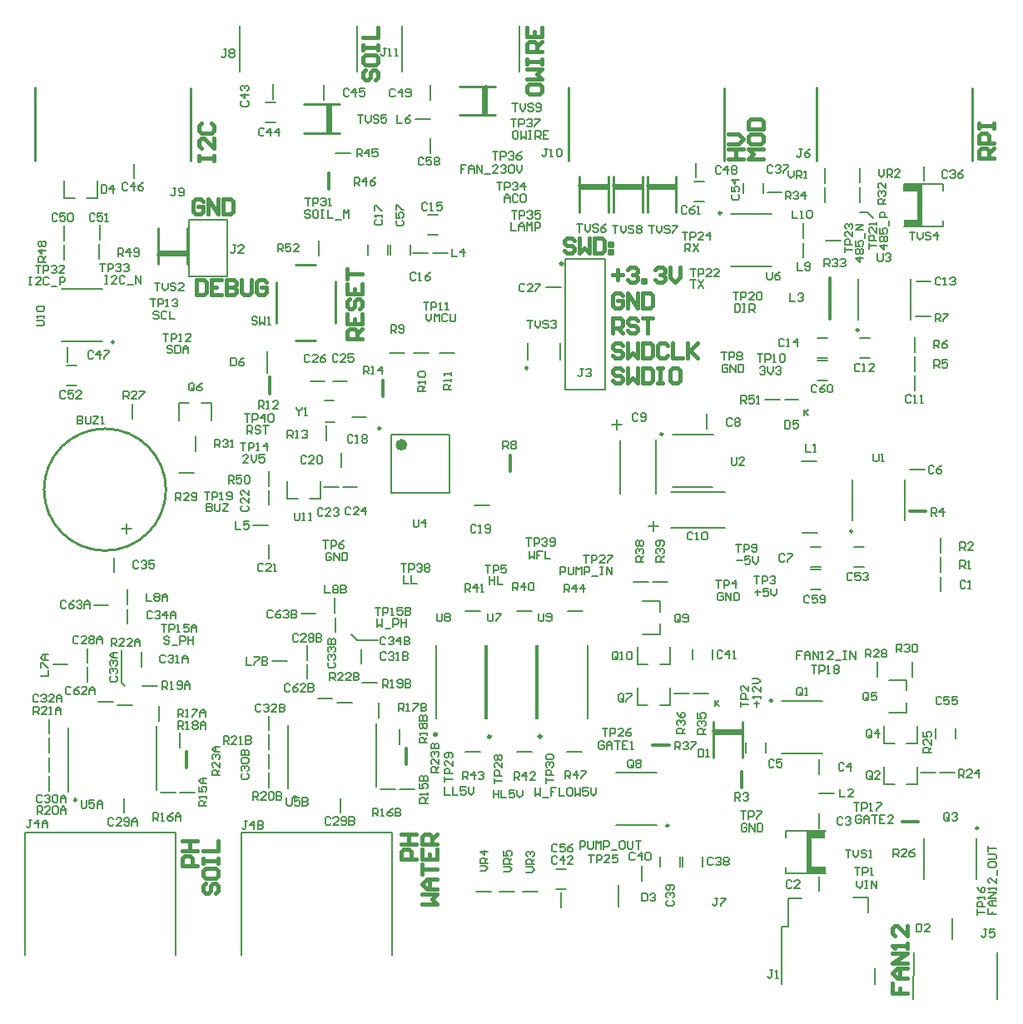
<source format=gbr>
%TF.GenerationSoftware,Altium Limited,Altium Designer,19.0.10 (269)*%
G04 Layer_Color=65535*
%FSLAX45Y45*%
%MOMM*%
%TF.FileFunction,Legend,Top*%
%TF.Part,Single*%
G01*
G75*
%TA.AperFunction,NonConductor*%
%ADD112C,0.30000*%
%ADD113C,0.60000*%
%ADD137C,0.25000*%
%ADD138C,0.25400*%
%ADD139C,0.20000*%
%ADD140C,0.18001*%
%ADD141C,0.18000*%
%ADD142C,0.15000*%
%ADD143C,0.38100*%
%ADD144R,1.60020X0.73660*%
%ADD145R,0.53340X4.34340*%
%ADD146R,2.92100X0.45720*%
%ADD147R,0.45720X2.92100*%
D112*
X5531990Y7502063D02*
G03*
X5531990Y7502063I-12570J0D01*
G01*
X5313550Y2696770D02*
G03*
X5313550Y2696770I-12570J0D01*
G01*
X4797930Y2692400D02*
G03*
X4797930Y2692400I-12570J0D01*
G01*
X4248665Y2714768D02*
G03*
X4248665Y2714768I-12570J0D01*
G01*
X1418924Y7593914D02*
X1708484D01*
X7067300Y2750731D02*
X7356860D01*
X3165986Y8830959D02*
Y9120519D01*
X5703800Y8297273D02*
X5993360D01*
X6393720D02*
X6683280D01*
X6048760D02*
X6338320D01*
X4750340Y9015419D02*
Y9304979D01*
X8985000Y1823140D02*
X9147560D01*
X9060720Y4984060D02*
X9223280D01*
X8251658Y6937327D02*
Y7356427D01*
X3150746Y8262430D02*
Y8424990D01*
X6449940Y2604990D02*
X6612500D01*
X7351779Y2175103D02*
Y2337663D01*
X4994660Y5391740D02*
Y5554300D01*
X2551180Y6182729D02*
Y6345289D01*
X3701320Y6151627D02*
Y6314187D01*
X1703320Y2378820D02*
Y2541380D01*
X3937399Y2409300D02*
Y2571860D01*
D113*
X3921140Y5660489D02*
G03*
X3921140Y5660489I-30000J0D01*
G01*
D137*
X7144146Y8016960D02*
G03*
X7144146Y8016960I-12500J0D01*
G01*
X7664081Y3058820D02*
G03*
X7664081Y3058820I-12500J0D01*
G01*
X6609280Y1787591D02*
G03*
X6609280Y1787591I-12500J0D01*
G01*
X8479340Y4781340D02*
G03*
X8479340Y4781340I-12500J0D01*
G01*
X6549420Y5770200D02*
G03*
X6549420Y5770200I-12500J0D01*
G01*
X8543558Y6827487D02*
G03*
X8543558Y6827487I-12500J0D01*
G01*
X968560Y6705600D02*
G03*
X968560Y6705600I-12500J0D01*
G01*
X9759020Y1763400D02*
G03*
X9759020Y1763400I-12500J0D01*
G01*
X3678640Y5827989D02*
G03*
X3678640Y5827989I-12500J0D01*
G01*
X585820Y2047860D02*
G03*
X585820Y2047860I-12500J0D01*
G01*
X2819899Y2078340D02*
G03*
X2819899Y2078340I-12500J0D01*
G01*
X5177340Y6442399D02*
G03*
X5177340Y6442399I-12500J0D01*
G01*
D138*
X1495720Y5204440D02*
G03*
X1495720Y5204440I-620000J0D01*
G01*
X3217080Y6898749D02*
Y7323749D01*
X2615100Y6898749D02*
X2615880Y7316249D01*
X2810880Y7493749D02*
X3020880D01*
X2810880Y6723749D02*
X3020880D01*
X165101Y8548118D02*
Y9293118D01*
X1747601Y8548118D02*
Y9285618D01*
X7171606Y8548118D02*
Y9285618D01*
X5589106Y8548118D02*
Y9293118D01*
X8113106Y8548118D02*
Y9293118D01*
X9695606Y8548118D02*
Y9285618D01*
X1711024Y7499934D02*
Y7863154D01*
X1708484Y7593914D02*
X1711024D01*
X1416384Y7499934D02*
Y7863154D01*
X7359400Y2481491D02*
Y2844711D01*
X7064760Y2750731D02*
X7067300D01*
X7064760Y2481491D02*
Y2844711D01*
X2896746Y9123059D02*
X3259966D01*
X3165986Y9120519D02*
Y9123059D01*
X2896746Y8828419D02*
X3259966D01*
X5995900Y8028033D02*
Y8391253D01*
X5701260Y8297273D02*
X5703800D01*
X5701260Y8028033D02*
Y8391253D01*
X6391180Y8028033D02*
Y8391253D01*
Y8297273D02*
X6393720D01*
X6685820Y8028033D02*
Y8391253D01*
X6340860Y8028033D02*
Y8391253D01*
X6046220Y8297273D02*
X6048760D01*
X6046220Y8028033D02*
Y8391253D01*
X4481100Y9307519D02*
X4844320D01*
X4750340Y9304979D02*
Y9307519D01*
X4481100Y9012879D02*
X4844320D01*
D139*
X7240866Y8009340D02*
X7654886D01*
X7239596Y7475940D02*
X7653616D01*
X7759531Y2517800D02*
X8173551D01*
X7760801Y3051200D02*
X8174821D01*
X6073540Y1795211D02*
X6487560D01*
X6074810Y2328611D02*
X6488830D01*
X9007860Y4889290D02*
Y5303310D01*
X8474460Y4890560D02*
Y5304580D01*
X6646140Y5762580D02*
X7060160D01*
X6644870Y5229180D02*
X7058890D01*
X9072078Y6935437D02*
Y7349457D01*
X8538678Y6936707D02*
Y7350727D01*
X432820Y6713220D02*
X846840D01*
X434090Y7246620D02*
X848110D01*
X9205500Y1241430D02*
Y1655450D01*
X9738900Y1240160D02*
Y1654180D01*
X3791140Y5170489D02*
X4381140D01*
X3791140Y5760489D02*
X4381140D01*
Y5170489D02*
Y5760489D01*
X3791140Y5170489D02*
Y5760489D01*
X1401360Y2149460D02*
Y2797160D01*
X502200Y2132950D02*
Y2780650D01*
X2736279Y2163430D02*
Y2811130D01*
X3635439Y2179940D02*
Y2827640D01*
X5507680Y6526219D02*
X5507740Y6698939D01*
X5172400Y6526219D02*
X5172460Y6698939D01*
X5559701Y7547939D02*
X5962201D01*
X5559701Y6222939D02*
X5962201D01*
Y7547939D01*
X5559701Y6222939D02*
Y7547939D01*
X1731444Y7944984D02*
X2121444D01*
Y7369984D02*
Y7944984D01*
X1731444Y7369984D02*
Y7944984D01*
Y7369984D02*
X2121444D01*
X3894081Y9453120D02*
X3894106Y9925619D01*
X5094081Y9453120D02*
X5094106Y9925619D01*
X3444076Y9453120D02*
X3444101Y9925619D01*
X2244076Y9453120D02*
X2244101Y9925619D01*
X9099219Y27976D02*
X9101744Y497976D01*
X9949244Y495476D02*
X9951719Y27976D01*
X65718Y473360D02*
Y1713361D01*
X1595718D01*
Y473360D02*
Y1713361D01*
X3795719Y473360D02*
Y1713361D01*
X2265719D02*
X3795719D01*
X2265719Y473360D02*
Y1713361D01*
X3114760Y5894307D02*
X3208740D01*
X3112220Y6115287D02*
X3206200D01*
X8632812Y8026400D02*
X8691530Y7967682D01*
X8553703Y8026400D02*
X8632812D01*
X7756721Y757976D02*
X7826721D01*
Y1050476D01*
X7964221D01*
X7756721Y175476D02*
Y757976D01*
X8636721Y902976D02*
Y1055476D01*
X8704221Y175476D02*
Y340476D01*
X8486721Y1055476D02*
X8636721D01*
X3053480Y7587429D02*
Y7739829D01*
X6405042Y4831241D02*
X6505265D01*
X6455153Y4781129D02*
Y4881353D01*
X6083300Y5816483D02*
Y5916707D01*
X6033188Y5866595D02*
X6133412D01*
X9365920Y2328603D02*
X9518320D01*
X9171160Y2328943D02*
X9323560D01*
X8731500Y3303722D02*
Y3456122D01*
X9495060Y632561D02*
Y848461D01*
X9372320Y4562180D02*
Y4714580D01*
X9371980Y4367421D02*
Y4519821D01*
X9123738Y6962727D02*
X9276138D01*
X9113678Y6606407D02*
Y6758807D01*
X9113338Y6411647D02*
Y6564047D01*
X7586847Y6119167D02*
X7739247D01*
X7787886Y6117727D02*
X7925046D01*
X7961860Y5492060D02*
X8114260D01*
X7966940Y4765620D02*
X8119340D01*
X6447640Y4261811D02*
X6600040D01*
X6250481D02*
X6402881D01*
X6858300Y3131512D02*
X7010700D01*
X6663540Y3131852D02*
X6815940D01*
X5580200Y3969253D02*
X5732600D01*
X5062040D02*
X5214440D01*
X4544246D02*
X4696646D01*
X819380Y7546920D02*
Y7699320D01*
X462260Y7544520D02*
Y7696920D01*
X4033580Y8975680D02*
X4183440D01*
X3220666Y8625790D02*
X3373066D01*
X2523240Y6395129D02*
Y6611029D01*
X4544246Y2535680D02*
X4696646D01*
X5062040D02*
X5214440D01*
X5577699D02*
X5730099D01*
X8139611Y2112980D02*
X8289471D01*
X6102460Y964520D02*
Y1180420D01*
X5124200Y1116085D02*
X5274060D01*
X4888940D02*
X5038800D01*
X4649700D02*
X4799560D01*
X3382118Y3728720D02*
X3439325Y3671513D01*
X3650311D01*
X2539060Y5236009D02*
Y5388409D01*
X1046480Y3241898D02*
X1082040Y3206338D01*
X1046480Y3241898D02*
Y3571240D01*
X1106260Y4036960D02*
Y4186820D01*
X8195866Y8325440D02*
Y8475300D01*
X8550506Y8327980D02*
Y8477840D01*
X3766892Y6593549D02*
X3919292D01*
X4019932D02*
X4172332D01*
X4282120Y6593548D02*
X4434520D01*
X3126020Y5708508D02*
Y5860908D01*
X1157820Y5923940D02*
Y6076340D01*
X1628260Y5375400D02*
X1780660D01*
X1794260Y5591200D02*
Y5743600D01*
X8551606Y8129481D02*
Y8281881D01*
X8209426Y7737600D02*
X8361826D01*
X8194426Y8129481D02*
Y8281881D01*
X1640060Y2127220D02*
X1792460D01*
X1440500Y2126880D02*
X1592900D01*
X1425320Y2854220D02*
Y3006620D01*
X1636180Y2584940D02*
Y2737340D01*
X1257920Y3208141D02*
X1410320D01*
X310640Y2140640D02*
Y2293040D01*
X310300Y2532280D02*
Y2684680D01*
X1005520Y3011800D02*
X1157920D01*
X3874139Y2157700D02*
X4026539D01*
X3674578Y2157360D02*
X3826978D01*
X3659398Y2884700D02*
Y3037100D01*
X3870258Y2615420D02*
Y2767820D01*
X3491998Y3238621D02*
X3644398D01*
X2544718Y2171120D02*
Y2323520D01*
X2544378Y2562760D02*
Y2715160D01*
X3239599Y3042280D02*
X3391999D01*
X9089020Y3301322D02*
Y3453722D01*
X2382680Y4842889D02*
X2532540D01*
X7974099Y7566026D02*
Y7715886D01*
Y7763186D02*
Y7913046D01*
X4209620Y7609160D02*
X4359480D01*
X345720Y3429280D02*
X495580D01*
X2579798Y3459760D02*
X2729658D01*
X3215553Y3954100D02*
Y4103960D01*
X2296589Y5972774D02*
X2349905D01*
X2323247D01*
Y5892800D01*
X2376563D02*
Y5972774D01*
X2416551D01*
X2429880Y5959445D01*
Y5932787D01*
X2416551Y5919458D01*
X2376563D01*
X2496525Y5892800D02*
Y5972774D01*
X2456538Y5932787D01*
X2509854D01*
X2536512Y5959445D02*
X2549841Y5972774D01*
X2576499D01*
X2589828Y5959445D01*
Y5906129D01*
X2576499Y5892800D01*
X2549841D01*
X2536512Y5906129D01*
Y5959445D01*
X5160973Y4710394D02*
X5214289D01*
X5187631D01*
Y4630420D01*
X5240947D02*
Y4710394D01*
X5280934D01*
X5294263Y4697065D01*
Y4670407D01*
X5280934Y4657078D01*
X5240947D01*
X5320921Y4697065D02*
X5334250Y4710394D01*
X5360909D01*
X5374237Y4697065D01*
Y4683736D01*
X5360909Y4670407D01*
X5347579D01*
X5360909D01*
X5374237Y4657078D01*
Y4643749D01*
X5360909Y4630420D01*
X5334250D01*
X5320921Y4643749D01*
X5400895D02*
X5414225Y4630420D01*
X5440883D01*
X5454212Y4643749D01*
Y4697065D01*
X5440883Y4710394D01*
X5414225D01*
X5400895Y4697065D01*
Y4683736D01*
X5414225Y4670407D01*
X5454212D01*
X3887550Y4448758D02*
X3940866D01*
X3914208D01*
Y4368784D01*
X3967524D02*
Y4448758D01*
X4007511D01*
X4020840Y4435429D01*
Y4408771D01*
X4007511Y4395442D01*
X3967524D01*
X4047498Y4435429D02*
X4060827Y4448758D01*
X4087485D01*
X4100814Y4435429D01*
Y4422100D01*
X4087485Y4408771D01*
X4074156D01*
X4087485D01*
X4100814Y4395442D01*
Y4382113D01*
X4087485Y4368784D01*
X4060827D01*
X4047498Y4382113D01*
X4127472Y4435429D02*
X4140801Y4448758D01*
X4167460D01*
X4180788Y4435429D01*
Y4422100D01*
X4167460Y4408771D01*
X4180788Y4395442D01*
Y4382113D01*
X4167460Y4368784D01*
X4140801D01*
X4127472Y4382113D01*
Y4395442D01*
X4140801Y4408771D01*
X4127472Y4422100D01*
Y4435429D01*
X4140801Y4408771D02*
X4167460D01*
X4744720Y4436074D02*
X4798036D01*
X4771378D01*
Y4356100D01*
X4824694D02*
Y4436074D01*
X4864681D01*
X4878010Y4422745D01*
Y4396087D01*
X4864681Y4382758D01*
X4824694D01*
X4957984Y4436074D02*
X4904668D01*
Y4396087D01*
X4931326Y4409416D01*
X4944656D01*
X4957984Y4396087D01*
Y4369429D01*
X4944656Y4356100D01*
X4917998D01*
X4904668Y4369429D01*
X1297940Y4150594D02*
Y4070620D01*
X1351256D01*
X1377914Y4137266D02*
X1391243Y4150594D01*
X1417901D01*
X1431230Y4137266D01*
Y4123936D01*
X1417901Y4110607D01*
X1431230Y4097278D01*
Y4083949D01*
X1417901Y4070620D01*
X1391243D01*
X1377914Y4083949D01*
Y4097278D01*
X1391243Y4110607D01*
X1377914Y4123936D01*
Y4137266D01*
X1391243Y4110607D02*
X1417901D01*
X1457888Y4070620D02*
Y4123936D01*
X1484546Y4150594D01*
X1511204Y4123936D01*
Y4070620D01*
Y4110607D01*
X1457888D01*
X2583156Y3965545D02*
X2569827Y3978874D01*
X2543169D01*
X2529840Y3965545D01*
Y3912229D01*
X2543169Y3898900D01*
X2569827D01*
X2583156Y3912229D01*
X2663130Y3978874D02*
X2636472Y3965545D01*
X2609814Y3938887D01*
Y3912229D01*
X2623143Y3898900D01*
X2649801D01*
X2663130Y3912229D01*
Y3925558D01*
X2649801Y3938887D01*
X2609814D01*
X2689788Y3965545D02*
X2703118Y3978874D01*
X2729776D01*
X2743104Y3965545D01*
Y3952216D01*
X2729776Y3938887D01*
X2716446D01*
X2729776D01*
X2743104Y3925558D01*
Y3912229D01*
X2729776Y3898900D01*
X2703118D01*
X2689788Y3912229D01*
X2769763Y3978874D02*
Y3898900D01*
X2809750D01*
X2823079Y3912229D01*
Y3925558D01*
X2809750Y3938887D01*
X2769763D01*
X2809750D01*
X2823079Y3952216D01*
Y3965545D01*
X2809750Y3978874D01*
X2769763D01*
X480039Y4063363D02*
X466710Y4076692D01*
X440052D01*
X426723Y4063363D01*
Y4010047D01*
X440052Y3996718D01*
X466710D01*
X480039Y4010047D01*
X560013Y4076692D02*
X533355Y4063363D01*
X506697Y4036705D01*
Y4010047D01*
X520026Y3996718D01*
X546684D01*
X560013Y4010047D01*
Y4023376D01*
X546684Y4036705D01*
X506697D01*
X586671Y4063363D02*
X600000Y4076692D01*
X626658D01*
X639987Y4063363D01*
Y4050034D01*
X626658Y4036705D01*
X613329D01*
X626658D01*
X639987Y4023376D01*
Y4010047D01*
X626658Y3996718D01*
X600000D01*
X586671Y4010047D01*
X666645Y3996718D02*
Y4050034D01*
X693303Y4076692D01*
X719961Y4050034D01*
Y3996718D01*
Y4036705D01*
X666645D01*
X2757476Y3218785D02*
X2744147Y3232114D01*
X2717489D01*
X2704160Y3218785D01*
Y3165469D01*
X2717489Y3152140D01*
X2744147D01*
X2757476Y3165469D01*
X2837451Y3232114D02*
X2810792Y3218785D01*
X2784134Y3192127D01*
Y3165469D01*
X2797464Y3152140D01*
X2824122D01*
X2837451Y3165469D01*
Y3178798D01*
X2824122Y3192127D01*
X2784134D01*
X2917425Y3152140D02*
X2864109D01*
X2917425Y3205456D01*
Y3218785D01*
X2904096Y3232114D01*
X2877438D01*
X2864109Y3218785D01*
X2944083Y3232114D02*
Y3152140D01*
X2984070D01*
X2997399Y3165469D01*
Y3178798D01*
X2984070Y3192127D01*
X2944083D01*
X2984070D01*
X2997399Y3205456D01*
Y3218785D01*
X2984070Y3232114D01*
X2944083D01*
X530836Y3188305D02*
X517507Y3201634D01*
X490849D01*
X477520Y3188305D01*
Y3134989D01*
X490849Y3121660D01*
X517507D01*
X530836Y3134989D01*
X610810Y3201634D02*
X584152Y3188305D01*
X557494Y3161647D01*
Y3134989D01*
X570823Y3121660D01*
X597481D01*
X610810Y3134989D01*
Y3148318D01*
X597481Y3161647D01*
X557494D01*
X690784Y3121660D02*
X637468D01*
X690784Y3174976D01*
Y3188305D01*
X677456Y3201634D01*
X650798D01*
X637468Y3188305D01*
X717443Y3121660D02*
Y3174976D01*
X744101Y3201634D01*
X770759Y3174976D01*
Y3121660D01*
Y3161647D01*
X717443D01*
X2840136Y3724652D02*
X2826807Y3737981D01*
X2800149D01*
X2786820Y3724652D01*
Y3671336D01*
X2800149Y3658007D01*
X2826807D01*
X2840136Y3671336D01*
X2920110Y3658007D02*
X2866794D01*
X2920110Y3711323D01*
Y3724652D01*
X2906781Y3737981D01*
X2880123D01*
X2866794Y3724652D01*
X2946768D02*
X2960097Y3737981D01*
X2986755D01*
X3000084Y3724652D01*
Y3711323D01*
X2986755Y3697994D01*
X3000084Y3684665D01*
Y3671336D01*
X2986755Y3658007D01*
X2960097D01*
X2946768Y3671336D01*
Y3684665D01*
X2960097Y3697994D01*
X2946768Y3711323D01*
Y3724652D01*
X2960097Y3697994D02*
X2986755D01*
X3026742Y3737981D02*
Y3658007D01*
X3066729D01*
X3080058Y3671336D01*
Y3684665D01*
X3066729Y3697994D01*
X3026742D01*
X3066729D01*
X3080058Y3711323D01*
Y3724652D01*
X3066729Y3737981D01*
X3026742D01*
X607036Y3704097D02*
X593707Y3717426D01*
X567049D01*
X553720Y3704097D01*
Y3650781D01*
X567049Y3637452D01*
X593707D01*
X607036Y3650781D01*
X687010Y3637452D02*
X633694D01*
X687010Y3690768D01*
Y3704097D01*
X673681Y3717426D01*
X647023D01*
X633694Y3704097D01*
X713668D02*
X726998Y3717426D01*
X753656D01*
X766984Y3704097D01*
Y3690768D01*
X753656Y3677439D01*
X766984Y3664110D01*
Y3650781D01*
X753656Y3637452D01*
X726998D01*
X713668Y3650781D01*
Y3664110D01*
X726998Y3677439D01*
X713668Y3690768D01*
Y3704097D01*
X726998Y3677439D02*
X753656D01*
X793643Y3637452D02*
Y3690768D01*
X820301Y3717426D01*
X846959Y3690768D01*
Y3637452D01*
Y3677439D01*
X793643D01*
X9463355Y1852289D02*
Y1905605D01*
X9450027Y1918934D01*
X9423369D01*
X9410039Y1905605D01*
Y1852289D01*
X9423369Y1838960D01*
X9450027D01*
X9436697Y1865618D02*
X9463355Y1838960D01*
X9450027D02*
X9463355Y1852289D01*
X9490014Y1905605D02*
X9503343Y1918934D01*
X9530001D01*
X9543330Y1905605D01*
Y1892276D01*
X9530001Y1878947D01*
X9516672D01*
X9530001D01*
X9543330Y1865618D01*
Y1852289D01*
X9530001Y1838960D01*
X9503343D01*
X9490014Y1852289D01*
X2633647Y7624829D02*
Y7704803D01*
X2673634D01*
X2686963Y7691474D01*
Y7664816D01*
X2673634Y7651487D01*
X2633647D01*
X2660305D02*
X2686963Y7624829D01*
X2766937Y7704803D02*
X2713621D01*
Y7664816D01*
X2740279Y7678145D01*
X2753608D01*
X2766937Y7664816D01*
Y7638158D01*
X2753608Y7624829D01*
X2726950D01*
X2713621Y7638158D01*
X2846912Y7624829D02*
X2793595D01*
X2846912Y7678145D01*
Y7691474D01*
X2833583Y7704803D01*
X2806925D01*
X2793595Y7691474D01*
X2156460Y6545035D02*
Y6465060D01*
X2196447D01*
X2209776Y6478390D01*
Y6531706D01*
X2196447Y6545035D01*
X2156460D01*
X2289750D02*
X2263092Y6531706D01*
X2236434Y6505048D01*
Y6478390D01*
X2249763Y6465060D01*
X2276421D01*
X2289750Y6478390D01*
Y6491719D01*
X2276421Y6505048D01*
X2236434D01*
X2424584Y6950045D02*
X2411256Y6963374D01*
X2384597D01*
X2371268Y6950045D01*
Y6936716D01*
X2384597Y6923387D01*
X2411256D01*
X2424584Y6910058D01*
Y6896729D01*
X2411256Y6883400D01*
X2384597D01*
X2371268Y6896729D01*
X2451242Y6963374D02*
Y6883400D01*
X2477901Y6910058D01*
X2504559Y6883400D01*
Y6963374D01*
X2531217Y6883400D02*
X2557875D01*
X2544546D01*
Y6963374D01*
X2531217Y6950045D01*
X6794476Y8078609D02*
X6781147Y8091938D01*
X6754489D01*
X6741160Y8078609D01*
Y8025293D01*
X6754489Y8011964D01*
X6781147D01*
X6794476Y8025293D01*
X6874450Y8091938D02*
X6847792Y8078609D01*
X6821134Y8051951D01*
Y8025293D01*
X6834463Y8011964D01*
X6861121D01*
X6874450Y8025293D01*
Y8038622D01*
X6861121Y8051951D01*
X6821134D01*
X6901108Y8011964D02*
X6927766D01*
X6914438D01*
Y8091938D01*
X6901108Y8078609D01*
X8117816Y6258701D02*
X8104487Y6272030D01*
X8077829D01*
X8064500Y6258701D01*
Y6205385D01*
X8077829Y6192056D01*
X8104487D01*
X8117816Y6205385D01*
X8197790Y6272030D02*
X8171132Y6258701D01*
X8144474Y6232043D01*
Y6205385D01*
X8157803Y6192056D01*
X8184461D01*
X8197790Y6205385D01*
Y6218714D01*
X8184461Y6232043D01*
X8144474D01*
X8224448Y6258701D02*
X8237778Y6272030D01*
X8264436D01*
X8277764Y6258701D01*
Y6205385D01*
X8264436Y6192056D01*
X8237778D01*
X8224448Y6205385D01*
Y6258701D01*
X8041254Y4117538D02*
X8027926Y4130867D01*
X8001267D01*
X7987938Y4117538D01*
Y4064222D01*
X8001267Y4050893D01*
X8027926D01*
X8041254Y4064222D01*
X8121229Y4130867D02*
X8067912D01*
Y4090880D01*
X8094571Y4104209D01*
X8107900D01*
X8121229Y4090880D01*
Y4064222D01*
X8107900Y4050893D01*
X8081242D01*
X8067912Y4064222D01*
X8147887D02*
X8161216Y4050893D01*
X8187874D01*
X8201203Y4064222D01*
Y4117538D01*
X8187874Y4130867D01*
X8161216D01*
X8147887Y4117538D01*
Y4104209D01*
X8161216Y4090880D01*
X8201203D01*
X7345680Y6081138D02*
Y6161112D01*
X7385667D01*
X7398996Y6147783D01*
Y6121125D01*
X7385667Y6107796D01*
X7345680D01*
X7372338D02*
X7398996Y6081138D01*
X7478970Y6161112D02*
X7425654D01*
Y6121125D01*
X7452312Y6134454D01*
X7465641D01*
X7478970Y6121125D01*
Y6094467D01*
X7465641Y6081138D01*
X7438983D01*
X7425654Y6094467D01*
X7505628Y6081138D02*
X7532286D01*
X7518958D01*
Y6161112D01*
X7505628Y6147783D01*
X7792720Y5906734D02*
Y5826760D01*
X7832707D01*
X7846036Y5840089D01*
Y5893405D01*
X7832707Y5906734D01*
X7792720D01*
X7926010D02*
X7872694D01*
Y5866747D01*
X7899352Y5880076D01*
X7912681D01*
X7926010Y5866747D01*
Y5840089D01*
X7912681Y5826760D01*
X7886023D01*
X7872694Y5840089D01*
X3847495Y7943253D02*
X3834166Y7929924D01*
Y7903266D01*
X3847495Y7889937D01*
X3900811D01*
X3914140Y7903266D01*
Y7929924D01*
X3900811Y7943253D01*
X3834166Y8023228D02*
Y7969911D01*
X3874153D01*
X3860824Y7996569D01*
Y8009899D01*
X3874153Y8023228D01*
X3900811D01*
X3914140Y8009899D01*
Y7983241D01*
X3900811Y7969911D01*
X3834166Y8049886D02*
Y8103202D01*
X3847495D01*
X3900811Y8049886D01*
X3914140D01*
X9382958Y3085107D02*
X9369629Y3098436D01*
X9342971D01*
X9329642Y3085107D01*
Y3031790D01*
X9342971Y3018461D01*
X9369629D01*
X9382958Y3031790D01*
X9462933Y3098436D02*
X9409616D01*
Y3058449D01*
X9436274Y3071777D01*
X9449604D01*
X9462933Y3058449D01*
Y3031790D01*
X9449604Y3018461D01*
X9422946D01*
X9409616Y3031790D01*
X9542907Y3098436D02*
X9489591D01*
Y3058449D01*
X9516249Y3071777D01*
X9529578D01*
X9542907Y3058449D01*
Y3031790D01*
X9529578Y3018461D01*
X9502920D01*
X9489591Y3031790D01*
X7261255Y8206716D02*
X7247926Y8193387D01*
Y8166729D01*
X7261255Y8153400D01*
X7314571D01*
X7327900Y8166729D01*
Y8193387D01*
X7314571Y8206716D01*
X7247926Y8286690D02*
Y8233374D01*
X7287913D01*
X7274584Y8260032D01*
Y8273361D01*
X7287913Y8286690D01*
X7314571D01*
X7327900Y8273361D01*
Y8246703D01*
X7314571Y8233374D01*
X7327900Y8353336D02*
X7247926D01*
X7287913Y8313348D01*
Y8366664D01*
X9444130Y8442886D02*
X9430801Y8456214D01*
X9404143D01*
X9390814Y8442886D01*
Y8389569D01*
X9404143Y8376240D01*
X9430801D01*
X9444130Y8389569D01*
X9470788Y8442886D02*
X9484117Y8456214D01*
X9510775D01*
X9524104Y8442886D01*
Y8429556D01*
X9510775Y8416228D01*
X9497446D01*
X9510775D01*
X9524104Y8402898D01*
Y8389569D01*
X9510775Y8376240D01*
X9484117D01*
X9470788Y8389569D01*
X9604078Y8456214D02*
X9577420Y8442886D01*
X9550762Y8416228D01*
Y8389569D01*
X9564091Y8376240D01*
X9590749D01*
X9604078Y8389569D01*
Y8402898D01*
X9590749Y8416228D01*
X9550762D01*
X3848100Y9015014D02*
Y8935040D01*
X3901416D01*
X3981390Y9015014D02*
X3954732Y9001686D01*
X3928074Y8975028D01*
Y8948369D01*
X3941403Y8935040D01*
X3968061D01*
X3981390Y8948369D01*
Y8961698D01*
X3968061Y8975028D01*
X3928074D01*
X4116778Y8570565D02*
X4103449Y8583894D01*
X4076791D01*
X4063462Y8570565D01*
Y8517249D01*
X4076791Y8503920D01*
X4103449D01*
X4116778Y8517249D01*
X4196752Y8583894D02*
X4143436D01*
Y8543907D01*
X4170094Y8557236D01*
X4183423D01*
X4196752Y8543907D01*
Y8517249D01*
X4183423Y8503920D01*
X4156765D01*
X4143436Y8517249D01*
X4223410Y8570565D02*
X4236739Y8583894D01*
X4263397D01*
X4276726Y8570565D01*
Y8557236D01*
X4263397Y8543907D01*
X4276726Y8530578D01*
Y8517249D01*
X4263397Y8503920D01*
X4236739D01*
X4223410Y8517249D01*
Y8530578D01*
X4236739Y8543907D01*
X4223410Y8557236D01*
Y8570565D01*
X4236739Y8543907D02*
X4263397D01*
X7966230Y8665174D02*
X7939572D01*
X7952901D01*
Y8598529D01*
X7939572Y8585200D01*
X7926243D01*
X7912914Y8598529D01*
X8046204Y8665174D02*
X8019546Y8651845D01*
X7992888Y8625187D01*
Y8598529D01*
X8006217Y8585200D01*
X8032875D01*
X8046204Y8598529D01*
Y8611858D01*
X8032875Y8625187D01*
X7992888D01*
X9845016Y732754D02*
X9818358D01*
X9831687D01*
Y666109D01*
X9818358Y652780D01*
X9805029D01*
X9791700Y666109D01*
X9924990Y732754D02*
X9871674D01*
Y692767D01*
X9898332Y706096D01*
X9911661D01*
X9924990Y692767D01*
Y666109D01*
X9911661Y652780D01*
X9885003D01*
X9871674Y666109D01*
X2111736Y9683714D02*
X2085078D01*
X2098407D01*
Y9617069D01*
X2085078Y9603740D01*
X2071749D01*
X2058420Y9617069D01*
X2138394Y9670385D02*
X2151723Y9683714D01*
X2178381D01*
X2191710Y9670385D01*
Y9657056D01*
X2178381Y9643727D01*
X2191710Y9630398D01*
Y9617069D01*
X2178381Y9603740D01*
X2151723D01*
X2138394Y9617069D01*
Y9630398D01*
X2151723Y9643727D01*
X2138394Y9657056D01*
Y9670385D01*
X2151723Y9643727D02*
X2178381D01*
X3733776Y9696414D02*
X3707118D01*
X3720447D01*
Y9629769D01*
X3707118Y9616440D01*
X3693789D01*
X3680460Y9629769D01*
X3760434Y9616440D02*
X3787092D01*
X3773763D01*
Y9696414D01*
X3760434Y9683085D01*
X3827079Y9616440D02*
X3853738D01*
X3840409D01*
Y9696414D01*
X3827079Y9683085D01*
X2804160Y4971726D02*
Y4905081D01*
X2817489Y4891752D01*
X2844147D01*
X2857476Y4905081D01*
Y4971726D01*
X2884134Y4891752D02*
X2910792D01*
X2897463D01*
Y4971726D01*
X2884134Y4958397D01*
X2950779Y4891752D02*
X2977438D01*
X2964109D01*
Y4971726D01*
X2950779Y4958397D01*
X2133600Y5267960D02*
Y5347934D01*
X2173587D01*
X2186916Y5334605D01*
Y5307947D01*
X2173587Y5294618D01*
X2133600D01*
X2160258D02*
X2186916Y5267960D01*
X2266890Y5347934D02*
X2213574D01*
Y5307947D01*
X2240232Y5321276D01*
X2253561D01*
X2266890Y5307947D01*
Y5281289D01*
X2253561Y5267960D01*
X2226903D01*
X2213574Y5281289D01*
X2293548Y5334605D02*
X2306878Y5347934D01*
X2333536D01*
X2346864Y5334605D01*
Y5281289D01*
X2333536Y5267960D01*
X2306878D01*
X2293548Y5281289D01*
Y5334605D01*
X5476216Y1588105D02*
X5462887Y1601434D01*
X5436229D01*
X5422900Y1588105D01*
Y1534789D01*
X5436229Y1521460D01*
X5462887D01*
X5476216Y1534789D01*
X5556190Y1601434D02*
X5502874D01*
Y1561447D01*
X5529532Y1574776D01*
X5542861D01*
X5556190Y1561447D01*
Y1534789D01*
X5542861Y1521460D01*
X5516203D01*
X5502874Y1534789D01*
X5636164Y1601434D02*
X5609506Y1588105D01*
X5582848Y1561447D01*
Y1534789D01*
X5596178Y1521460D01*
X5622836D01*
X5636164Y1534789D01*
Y1548118D01*
X5622836Y1561447D01*
X5582848D01*
X8478496Y4346545D02*
X8465167Y4359874D01*
X8438509D01*
X8425180Y4346545D01*
Y4293229D01*
X8438509Y4279900D01*
X8465167D01*
X8478496Y4293229D01*
X8558470Y4359874D02*
X8505154D01*
Y4319887D01*
X8531812Y4333216D01*
X8545141D01*
X8558470Y4319887D01*
Y4293229D01*
X8545141Y4279900D01*
X8518483D01*
X8505154Y4293229D01*
X8585128Y4346545D02*
X8598458Y4359874D01*
X8625116D01*
X8638444Y4346545D01*
Y4333216D01*
X8625116Y4319887D01*
X8611786D01*
X8625116D01*
X8638444Y4306558D01*
Y4293229D01*
X8625116Y4279900D01*
X8598458D01*
X8585128Y4293229D01*
X475088Y6198928D02*
X461759Y6212257D01*
X435101D01*
X421772Y6198928D01*
Y6145612D01*
X435101Y6132283D01*
X461759D01*
X475088Y6145612D01*
X555062Y6212257D02*
X501746D01*
Y6172270D01*
X528404Y6185599D01*
X541733D01*
X555062Y6172270D01*
Y6145612D01*
X541733Y6132283D01*
X515075D01*
X501746Y6145612D01*
X635036Y6132283D02*
X581720D01*
X635036Y6185599D01*
Y6198928D01*
X621707Y6212257D01*
X595049D01*
X581720Y6198928D01*
X772136Y8002285D02*
X758807Y8015614D01*
X732149D01*
X718820Y8002285D01*
Y7948969D01*
X732149Y7935640D01*
X758807D01*
X772136Y7948969D01*
X852110Y8015614D02*
X798794D01*
Y7975627D01*
X825452Y7988956D01*
X838781D01*
X852110Y7975627D01*
Y7948969D01*
X838781Y7935640D01*
X812123D01*
X798794Y7948969D01*
X878768Y7935640D02*
X905426D01*
X892098D01*
Y8015614D01*
X878768Y8002285D01*
X391136D02*
X377807Y8015614D01*
X351149D01*
X337820Y8002285D01*
Y7948969D01*
X351149Y7935640D01*
X377807D01*
X391136Y7948969D01*
X471110Y8015614D02*
X417794D01*
Y7975627D01*
X444452Y7988956D01*
X457781D01*
X471110Y7975627D01*
Y7948969D01*
X457781Y7935640D01*
X431123D01*
X417794Y7948969D01*
X497768Y8002285D02*
X511098Y8015614D01*
X537756D01*
X551084Y8002285D01*
Y7948969D01*
X537756Y7935640D01*
X511098D01*
X497768Y7948969D01*
Y8002285D01*
X4932466Y1319092D02*
X4985782D01*
X5012440Y1345750D01*
X4985782Y1372408D01*
X4932466D01*
X5012440Y1399066D02*
X4932466D01*
Y1439053D01*
X4945795Y1452382D01*
X4972453D01*
X4985782Y1439053D01*
Y1399066D01*
Y1425724D02*
X5012440Y1452382D01*
X4932466Y1532356D02*
Y1479040D01*
X4972453D01*
X4959124Y1505698D01*
Y1519027D01*
X4972453Y1532356D01*
X4999111D01*
X5012440Y1519027D01*
Y1492369D01*
X4999111Y1479040D01*
X4692686Y1325200D02*
X4746002D01*
X4772660Y1351858D01*
X4746002Y1378516D01*
X4692686D01*
X4772660Y1405174D02*
X4692686D01*
Y1445162D01*
X4706015Y1458491D01*
X4732673D01*
X4746002Y1445162D01*
Y1405174D01*
Y1431833D02*
X4772660Y1458491D01*
Y1525136D02*
X4692686D01*
X4732673Y1485149D01*
Y1538465D01*
X5161755Y1313180D02*
X5215071D01*
X5241729Y1339838D01*
X5215071Y1366496D01*
X5161755D01*
X5241729Y1393154D02*
X5161755D01*
Y1433141D01*
X5175084Y1446470D01*
X5201742D01*
X5215071Y1433141D01*
Y1393154D01*
Y1419812D02*
X5241729Y1446470D01*
X5175084Y1473128D02*
X5161755Y1486458D01*
Y1513116D01*
X5175084Y1526444D01*
X5188413D01*
X5201742Y1513116D01*
Y1499786D01*
Y1513116D01*
X5215071Y1526444D01*
X5228400D01*
X5241729Y1513116D01*
Y1486458D01*
X5228400Y1473128D01*
X179106Y6871380D02*
X245751D01*
X259080Y6884709D01*
Y6911367D01*
X245751Y6924696D01*
X179106D01*
X259080Y6951354D02*
Y6978012D01*
Y6964683D01*
X179106D01*
X192435Y6951354D01*
Y7017999D02*
X179106Y7031328D01*
Y7057986D01*
X192435Y7071315D01*
X245751D01*
X259080Y7057986D01*
Y7031328D01*
X245751Y7017999D01*
X192435D01*
X5285962Y3946796D02*
Y3880150D01*
X5299291Y3866821D01*
X5325949D01*
X5339278Y3880150D01*
Y3946796D01*
X5365936Y3880150D02*
X5379266Y3866821D01*
X5405924D01*
X5419253Y3880150D01*
Y3933467D01*
X5405924Y3946796D01*
X5379266D01*
X5365936Y3933467D01*
Y3920137D01*
X5379266Y3906809D01*
X5419253D01*
X4252182Y3946796D02*
Y3880150D01*
X4265511Y3866821D01*
X4292169D01*
X4305498Y3880150D01*
Y3946796D01*
X4332156Y3933467D02*
X4345486Y3946796D01*
X4372144D01*
X4385473Y3933467D01*
Y3920137D01*
X4372144Y3906809D01*
X4385473Y3893479D01*
Y3880150D01*
X4372144Y3866821D01*
X4345486D01*
X4332156Y3880150D01*
Y3893479D01*
X4345486Y3906809D01*
X4332156Y3920137D01*
Y3933467D01*
X4345486Y3906809D02*
X4372144D01*
X4770342Y3946796D02*
Y3880150D01*
X4783671Y3866821D01*
X4810329D01*
X4823658Y3880150D01*
Y3946796D01*
X4850316D02*
X4903633D01*
Y3933467D01*
X4850316Y3880150D01*
Y3866821D01*
X8734056Y7605994D02*
Y7539349D01*
X8747385Y7526020D01*
X8774043D01*
X8787372Y7539349D01*
Y7605994D01*
X8814030Y7592665D02*
X8827360Y7605994D01*
X8854018D01*
X8867347Y7592665D01*
Y7579336D01*
X8854018Y7566007D01*
X8840688D01*
X8854018D01*
X8867347Y7552678D01*
Y7539349D01*
X8854018Y7526020D01*
X8827360D01*
X8814030Y7539349D01*
X7248086Y5534456D02*
Y5467811D01*
X7261415Y5454482D01*
X7288074D01*
X7301402Y5467811D01*
Y5534456D01*
X7381377Y5454482D02*
X7328061D01*
X7381377Y5507798D01*
Y5521127D01*
X7368048Y5534456D01*
X7341390D01*
X7328061Y5521127D01*
X8692602Y5571454D02*
Y5504809D01*
X8705931Y5491480D01*
X8732589D01*
X8745918Y5504809D01*
Y5571454D01*
X8772576Y5491480D02*
X8799234D01*
X8785905D01*
Y5571454D01*
X8772576Y5558125D01*
X5018065Y9132534D02*
X5071381D01*
X5044723D01*
Y9052560D01*
X5098039Y9132534D02*
Y9079218D01*
X5124697Y9052560D01*
X5151355Y9079218D01*
Y9132534D01*
X5231329Y9119205D02*
X5218000Y9132534D01*
X5191342D01*
X5178013Y9119205D01*
Y9105876D01*
X5191342Y9092547D01*
X5218000D01*
X5231329Y9079218D01*
Y9065889D01*
X5218000Y9052560D01*
X5191342D01*
X5178013Y9065889D01*
X5257987D02*
X5271317Y9052560D01*
X5297975D01*
X5311304Y9065889D01*
Y9119205D01*
X5297975Y9132534D01*
X5271317D01*
X5257987Y9119205D01*
Y9105876D01*
X5271317Y9092547D01*
X5311304D01*
X6040855Y7891913D02*
X6094171D01*
X6067513D01*
Y7811939D01*
X6120829Y7891913D02*
Y7838597D01*
X6147487Y7811939D01*
X6174145Y7838597D01*
Y7891913D01*
X6254119Y7878584D02*
X6240790Y7891913D01*
X6214132D01*
X6200803Y7878584D01*
Y7865255D01*
X6214132Y7851926D01*
X6240790D01*
X6254119Y7838597D01*
Y7825268D01*
X6240790Y7811939D01*
X6214132D01*
X6200803Y7825268D01*
X6280777Y7878584D02*
X6294107Y7891913D01*
X6320765D01*
X6334094Y7878584D01*
Y7865255D01*
X6320765Y7851926D01*
X6334094Y7838597D01*
Y7825268D01*
X6320765Y7811939D01*
X6294107D01*
X6280777Y7825268D01*
Y7838597D01*
X6294107Y7851926D01*
X6280777Y7865255D01*
Y7878584D01*
X6294107Y7851926D02*
X6320765D01*
X6406614Y7891913D02*
X6459930D01*
X6433272D01*
Y7811939D01*
X6486588Y7891913D02*
Y7838597D01*
X6513247Y7811939D01*
X6539905Y7838597D01*
Y7891913D01*
X6619879Y7878584D02*
X6606550Y7891913D01*
X6579892D01*
X6566563Y7878584D01*
Y7865255D01*
X6579892Y7851926D01*
X6606550D01*
X6619879Y7838597D01*
Y7825268D01*
X6606550Y7811939D01*
X6579892D01*
X6566563Y7825268D01*
X6646537Y7891913D02*
X6699853D01*
Y7878584D01*
X6646537Y7825268D01*
Y7811939D01*
X5678022Y7904267D02*
X5731338D01*
X5704680D01*
Y7824293D01*
X5757996Y7904267D02*
Y7850951D01*
X5784654Y7824293D01*
X5811312Y7850951D01*
Y7904267D01*
X5891286Y7890938D02*
X5877957Y7904267D01*
X5851299D01*
X5837970Y7890938D01*
Y7877609D01*
X5851299Y7864280D01*
X5877957D01*
X5891286Y7850951D01*
Y7837622D01*
X5877957Y7824293D01*
X5851299D01*
X5837970Y7837622D01*
X5971260Y7904267D02*
X5944602Y7890938D01*
X5917944Y7864280D01*
Y7837622D01*
X5931273Y7824293D01*
X5957931D01*
X5971260Y7837622D01*
Y7850951D01*
X5957931Y7864280D01*
X5917944D01*
X3446780Y9013115D02*
X3500096D01*
X3473438D01*
Y8933141D01*
X3526754Y9013115D02*
Y8959799D01*
X3553412Y8933141D01*
X3580070Y8959799D01*
Y9013115D01*
X3660044Y8999786D02*
X3646716Y9013115D01*
X3620058D01*
X3606728Y8999786D01*
Y8986457D01*
X3620058Y8973128D01*
X3646716D01*
X3660044Y8959799D01*
Y8946470D01*
X3646716Y8933141D01*
X3620058D01*
X3606728Y8946470D01*
X3740019Y9013115D02*
X3686703D01*
Y8973128D01*
X3713361Y8986457D01*
X3726690D01*
X3740019Y8973128D01*
Y8946470D01*
X3726690Y8933141D01*
X3700032D01*
X3686703Y8946470D01*
X8407151Y1543605D02*
X8460467D01*
X8433809D01*
Y1463631D01*
X8487125Y1543605D02*
Y1490289D01*
X8513783Y1463631D01*
X8540441Y1490289D01*
Y1543605D01*
X8620415Y1530277D02*
X8607086Y1543605D01*
X8580428D01*
X8567099Y1530277D01*
Y1516947D01*
X8580428Y1503619D01*
X8607086D01*
X8620415Y1490289D01*
Y1476960D01*
X8607086Y1463631D01*
X8580428D01*
X8567099Y1476960D01*
X8647073Y1463631D02*
X8673731D01*
X8660403D01*
Y1543605D01*
X8647073Y1530277D01*
X5006340Y8975054D02*
X5059656D01*
X5032998D01*
Y8895080D01*
X5086314D02*
Y8975054D01*
X5126301D01*
X5139630Y8961725D01*
Y8935067D01*
X5126301Y8921738D01*
X5086314D01*
X5166288Y8961725D02*
X5179618Y8975054D01*
X5206276D01*
X5219604Y8961725D01*
Y8948396D01*
X5206276Y8935067D01*
X5192946D01*
X5206276D01*
X5219604Y8921738D01*
Y8908409D01*
X5206276Y8895080D01*
X5179618D01*
X5166288Y8908409D01*
X5246263Y8975054D02*
X5299579D01*
Y8961725D01*
X5246263Y8908409D01*
Y8895080D01*
X4819720Y8641410D02*
X4873036D01*
X4846378D01*
Y8561436D01*
X4899694D02*
Y8641410D01*
X4939682D01*
X4953010Y8628081D01*
Y8601423D01*
X4939682Y8588094D01*
X4899694D01*
X4979668Y8628081D02*
X4992998Y8641410D01*
X5019656D01*
X5032985Y8628081D01*
Y8614752D01*
X5019656Y8601423D01*
X5006327D01*
X5019656D01*
X5032985Y8588094D01*
Y8574765D01*
X5019656Y8561436D01*
X4992998D01*
X4979668Y8574765D01*
X5112959Y8641410D02*
X5086301Y8628081D01*
X5059643Y8601423D01*
Y8574765D01*
X5072972Y8561436D01*
X5099630D01*
X5112959Y8574765D01*
Y8588094D01*
X5099630Y8601423D01*
X5059643D01*
X5011420Y8040334D02*
X5064736D01*
X5038078D01*
Y7960360D01*
X5091394D02*
Y8040334D01*
X5131381D01*
X5144710Y8027005D01*
Y8000347D01*
X5131381Y7987018D01*
X5091394D01*
X5171368Y8027005D02*
X5184698Y8040334D01*
X5211356D01*
X5224684Y8027005D01*
Y8013676D01*
X5211356Y8000347D01*
X5198026D01*
X5211356D01*
X5224684Y7987018D01*
Y7973689D01*
X5211356Y7960360D01*
X5184698D01*
X5171368Y7973689D01*
X5304659Y8040334D02*
X5251343D01*
Y8000347D01*
X5278001Y8013676D01*
X5291330D01*
X5304659Y8000347D01*
Y7973689D01*
X5291330Y7960360D01*
X5264672D01*
X5251343Y7973689D01*
X4861560Y8329894D02*
X4914876D01*
X4888218D01*
Y8249920D01*
X4941534D02*
Y8329894D01*
X4981521D01*
X4994850Y8316565D01*
Y8289907D01*
X4981521Y8276578D01*
X4941534D01*
X5021508Y8316565D02*
X5034838Y8329894D01*
X5061496D01*
X5074824Y8316565D01*
Y8303236D01*
X5061496Y8289907D01*
X5048166D01*
X5061496D01*
X5074824Y8276578D01*
Y8263249D01*
X5061496Y8249920D01*
X5034838D01*
X5021508Y8263249D01*
X5141470Y8249920D02*
Y8329894D01*
X5101483Y8289907D01*
X5154799D01*
X825922Y7502568D02*
X879238D01*
X852580D01*
Y7422593D01*
X905896D02*
Y7502568D01*
X945883D01*
X959212Y7489239D01*
Y7462581D01*
X945883Y7449252D01*
X905896D01*
X985870Y7489239D02*
X999199Y7502568D01*
X1025857D01*
X1039186Y7489239D01*
Y7475910D01*
X1025857Y7462581D01*
X1012528D01*
X1025857D01*
X1039186Y7449252D01*
Y7435923D01*
X1025857Y7422593D01*
X999199D01*
X985870Y7435923D01*
X1065844Y7489239D02*
X1079173Y7502568D01*
X1105831D01*
X1119160Y7489239D01*
Y7475910D01*
X1105831Y7462581D01*
X1092502D01*
X1105831D01*
X1119160Y7449252D01*
Y7435923D01*
X1105831Y7422593D01*
X1079173D01*
X1065844Y7435923D01*
X169262Y7484754D02*
X222578D01*
X195920D01*
Y7404780D01*
X249236D02*
Y7484754D01*
X289223D01*
X302552Y7471425D01*
Y7444767D01*
X289223Y7431438D01*
X249236D01*
X329210Y7471425D02*
X342539Y7484754D01*
X369197D01*
X382526Y7471425D01*
Y7458096D01*
X369197Y7444767D01*
X355868D01*
X369197D01*
X382526Y7431438D01*
Y7418109D01*
X369197Y7404780D01*
X342539D01*
X329210Y7418109D01*
X462500Y7404780D02*
X409184D01*
X462500Y7458096D01*
Y7471425D01*
X449171Y7484754D01*
X422513D01*
X409184Y7471425D01*
X2910053Y8172414D02*
X2963369D01*
X2936711D01*
Y8092440D01*
X2990027D02*
Y8172414D01*
X3030015D01*
X3043343Y8159085D01*
Y8132427D01*
X3030015Y8119098D01*
X2990027D01*
X3070001Y8159085D02*
X3083331Y8172414D01*
X3109989D01*
X3123318Y8159085D01*
Y8145756D01*
X3109989Y8132427D01*
X3096660D01*
X3109989D01*
X3123318Y8119098D01*
Y8105769D01*
X3109989Y8092440D01*
X3083331D01*
X3070001Y8105769D01*
X3149976Y8092440D02*
X3176634D01*
X3163305D01*
Y8172414D01*
X3149976Y8159085D01*
X5358166Y2219960D02*
Y2273276D01*
Y2246618D01*
X5438140D01*
Y2299934D02*
X5358166D01*
Y2339921D01*
X5371495Y2353250D01*
X5398153D01*
X5411482Y2339921D01*
Y2299934D01*
X5371495Y2379908D02*
X5358166Y2393238D01*
Y2419896D01*
X5371495Y2433224D01*
X5384824D01*
X5398153Y2419896D01*
Y2406566D01*
Y2419896D01*
X5411482Y2433224D01*
X5424811D01*
X5438140Y2419896D01*
Y2393238D01*
X5424811Y2379908D01*
X5371495Y2459883D02*
X5358166Y2473212D01*
Y2499870D01*
X5371495Y2513199D01*
X5424811D01*
X5438140Y2499870D01*
Y2473212D01*
X5424811Y2459883D01*
X5371495D01*
X4329969Y2235200D02*
Y2288516D01*
Y2261858D01*
X4409944D01*
Y2315174D02*
X4329969D01*
Y2355161D01*
X4343298Y2368490D01*
X4369956D01*
X4383286Y2355161D01*
Y2315174D01*
X4409944Y2448464D02*
Y2395148D01*
X4356628Y2448464D01*
X4343298D01*
X4329969Y2435136D01*
Y2408478D01*
X4343298Y2395148D01*
X4396615Y2475123D02*
X4409944Y2488452D01*
Y2515110D01*
X4396615Y2528439D01*
X4343298D01*
X4329969Y2515110D01*
Y2488452D01*
X4343298Y2475123D01*
X4356628D01*
X4369956Y2488452D01*
Y2528439D01*
X4835166Y2214880D02*
Y2268196D01*
Y2241538D01*
X4915140D01*
Y2294854D02*
X4835166D01*
Y2334841D01*
X4848495Y2348170D01*
X4875153D01*
X4888482Y2334841D01*
Y2294854D01*
X4915140Y2428144D02*
Y2374828D01*
X4861824Y2428144D01*
X4848495D01*
X4835166Y2414816D01*
Y2388158D01*
X4848495Y2374828D01*
Y2454803D02*
X4835166Y2468132D01*
Y2494790D01*
X4848495Y2508119D01*
X4861824D01*
X4875153Y2494790D01*
X4888482Y2508119D01*
X4901811D01*
X4915140Y2494790D01*
Y2468132D01*
X4901811Y2454803D01*
X4888482D01*
X4875153Y2468132D01*
X4861824Y2454803D01*
X4848495D01*
X4875153Y2468132D02*
Y2494790D01*
X5745776Y4540214D02*
X5799093D01*
X5772434D01*
Y4460240D01*
X5825751D02*
Y4540214D01*
X5865738D01*
X5879067Y4526885D01*
Y4500227D01*
X5865738Y4486898D01*
X5825751D01*
X5959041Y4460240D02*
X5905725D01*
X5959041Y4513556D01*
Y4526885D01*
X5945712Y4540214D01*
X5919054D01*
X5905725Y4526885D01*
X5985699Y4540214D02*
X6039015D01*
Y4526885D01*
X5985699Y4473569D01*
Y4460240D01*
X5935455Y2777454D02*
X5988771D01*
X5962113D01*
Y2697480D01*
X6015429D02*
Y2777454D01*
X6055416D01*
X6068745Y2764125D01*
Y2737467D01*
X6055416Y2724138D01*
X6015429D01*
X6148719Y2697480D02*
X6095403D01*
X6148719Y2750796D01*
Y2764125D01*
X6135390Y2777454D01*
X6108732D01*
X6095403Y2764125D01*
X6228693Y2777454D02*
X6202035Y2764125D01*
X6175377Y2737467D01*
Y2710809D01*
X6188706Y2697480D01*
X6215365D01*
X6228693Y2710809D01*
Y2724138D01*
X6215365Y2737467D01*
X6175377D01*
X5796203Y1490597D02*
X5849519D01*
X5822861D01*
Y1410623D01*
X5876177D02*
Y1490597D01*
X5916165D01*
X5929494Y1477268D01*
Y1450610D01*
X5916165Y1437281D01*
X5876177D01*
X6009468Y1410623D02*
X5956152D01*
X6009468Y1463939D01*
Y1477268D01*
X5996139Y1490597D01*
X5969481D01*
X5956152Y1477268D01*
X6089442Y1490597D02*
X6036126D01*
Y1450610D01*
X6062784Y1463939D01*
X6076113D01*
X6089442Y1450610D01*
Y1423952D01*
X6076113Y1410623D01*
X6049455D01*
X6036126Y1423952D01*
X6748780Y7824434D02*
X6802096D01*
X6775438D01*
Y7744460D01*
X6828754D02*
Y7824434D01*
X6868741D01*
X6882070Y7811105D01*
Y7784447D01*
X6868741Y7771118D01*
X6828754D01*
X6962044Y7744460D02*
X6908728D01*
X6962044Y7797776D01*
Y7811105D01*
X6948716Y7824434D01*
X6922058D01*
X6908728Y7811105D01*
X7028690Y7744460D02*
Y7824434D01*
X6988703Y7784447D01*
X7042019D01*
X8401086Y7616653D02*
Y7669969D01*
Y7643311D01*
X8481060D01*
Y7696627D02*
X8401086D01*
Y7736614D01*
X8414415Y7749943D01*
X8441073D01*
X8454402Y7736614D01*
Y7696627D01*
X8481060Y7829917D02*
Y7776601D01*
X8427744Y7829917D01*
X8414415D01*
X8401086Y7816588D01*
Y7789930D01*
X8414415Y7776601D01*
Y7856575D02*
X8401086Y7869904D01*
Y7896562D01*
X8414415Y7909891D01*
X8427744D01*
X8441073Y7896562D01*
Y7883233D01*
Y7896562D01*
X8454402Y7909891D01*
X8467731D01*
X8481060Y7896562D01*
Y7869904D01*
X8467731Y7856575D01*
X9747286Y881380D02*
Y934696D01*
Y908038D01*
X9827260D01*
Y961354D02*
X9747286D01*
Y1001341D01*
X9760615Y1014670D01*
X9787273D01*
X9800602Y1001341D01*
Y961354D01*
X9827260Y1041328D02*
Y1067986D01*
Y1054658D01*
X9747286D01*
X9760615Y1041328D01*
X9747286Y1161290D02*
X9760615Y1134632D01*
X9787273Y1107974D01*
X9813931D01*
X9827260Y1121303D01*
Y1147961D01*
X9813931Y1161290D01*
X9800602D01*
X9787273Y1147961D01*
Y1107974D01*
X3623394Y4007045D02*
X3676710D01*
X3650052D01*
Y3927071D01*
X3703368D02*
Y4007045D01*
X3743355D01*
X3756684Y3993716D01*
Y3967058D01*
X3743355Y3953729D01*
X3703368D01*
X3783342Y3927071D02*
X3810000D01*
X3796671D01*
Y4007045D01*
X3783342Y3993716D01*
X3903303Y4007045D02*
X3849987D01*
Y3967058D01*
X3876645Y3980387D01*
X3889974D01*
X3903303Y3967058D01*
Y3940400D01*
X3889974Y3927071D01*
X3863316D01*
X3849987Y3940400D01*
X3929961Y4007045D02*
Y3927071D01*
X3969949D01*
X3983278Y3940400D01*
Y3953729D01*
X3969949Y3967058D01*
X3929961D01*
X3969949D01*
X3983278Y3980387D01*
Y3993716D01*
X3969949Y4007045D01*
X3929961D01*
X1450381Y3836170D02*
X1503697D01*
X1477039D01*
Y3756196D01*
X1530355D02*
Y3836170D01*
X1570342D01*
X1583671Y3822841D01*
Y3796183D01*
X1570342Y3782854D01*
X1530355D01*
X1610329Y3756196D02*
X1636987D01*
X1623658D01*
Y3836170D01*
X1610329Y3822841D01*
X1730291Y3836170D02*
X1676975D01*
Y3796183D01*
X1703633Y3809512D01*
X1716962D01*
X1730291Y3796183D01*
Y3769525D01*
X1716962Y3756196D01*
X1690304D01*
X1676975Y3769525D01*
X1756949Y3756196D02*
Y3809512D01*
X1783607Y3836170D01*
X1810265Y3809512D01*
Y3756196D01*
Y3796183D01*
X1756949D01*
X2255520Y5683214D02*
X2308836D01*
X2282178D01*
Y5603240D01*
X2335494D02*
Y5683214D01*
X2375481D01*
X2388810Y5669885D01*
Y5643227D01*
X2375481Y5629898D01*
X2335494D01*
X2415468Y5603240D02*
X2442126D01*
X2428798D01*
Y5683214D01*
X2415468Y5669885D01*
X2522101Y5603240D02*
Y5683214D01*
X2482114Y5643227D01*
X2535430D01*
X1335610Y7144394D02*
X1388926D01*
X1362268D01*
Y7064420D01*
X1415584D02*
Y7144394D01*
X1455571D01*
X1468900Y7131065D01*
Y7104407D01*
X1455571Y7091078D01*
X1415584D01*
X1495558Y7064420D02*
X1522216D01*
X1508888D01*
Y7144394D01*
X1495558Y7131065D01*
X1562204D02*
X1575533Y7144394D01*
X1602191D01*
X1615520Y7131065D01*
Y7117736D01*
X1602191Y7104407D01*
X1588862D01*
X1602191D01*
X1615520Y7091078D01*
Y7077749D01*
X1602191Y7064420D01*
X1575533D01*
X1562204Y7077749D01*
X7510780Y6582696D02*
X7564096D01*
X7537438D01*
Y6502722D01*
X7590754D02*
Y6582696D01*
X7630741D01*
X7644070Y6569367D01*
Y6542709D01*
X7630741Y6529380D01*
X7590754D01*
X7670728Y6502722D02*
X7697386D01*
X7684058D01*
Y6582696D01*
X7670728Y6569367D01*
X7737374D02*
X7750703Y6582696D01*
X7777361D01*
X7790690Y6569367D01*
Y6516051D01*
X7777361Y6502722D01*
X7750703D01*
X7737374Y6516051D01*
Y6569367D01*
X7294880Y4650715D02*
X7348196D01*
X7321538D01*
Y4570741D01*
X7374854D02*
Y4650715D01*
X7414841D01*
X7428170Y4637386D01*
Y4610728D01*
X7414841Y4597399D01*
X7374854D01*
X7454828Y4584070D02*
X7468158Y4570741D01*
X7494816D01*
X7508144Y4584070D01*
Y4637386D01*
X7494816Y4650715D01*
X7468158D01*
X7454828Y4637386D01*
Y4624057D01*
X7468158Y4610728D01*
X7508144D01*
X7143106Y6604273D02*
X7196422D01*
X7169764D01*
Y6524299D01*
X7223080D02*
Y6604273D01*
X7263068D01*
X7276396Y6590944D01*
Y6564286D01*
X7263068Y6550957D01*
X7223080D01*
X7303054Y6590944D02*
X7316384Y6604273D01*
X7343042D01*
X7356371Y6590944D01*
Y6577615D01*
X7343042Y6564286D01*
X7356371Y6550957D01*
Y6537628D01*
X7343042Y6524299D01*
X7316384D01*
X7303054Y6537628D01*
Y6550957D01*
X7316384Y6564286D01*
X7303054Y6577615D01*
Y6590944D01*
X7316384Y6564286D02*
X7343042D01*
X7343140Y1934174D02*
X7396456D01*
X7369798D01*
Y1854200D01*
X7423114D02*
Y1934174D01*
X7463101D01*
X7476430Y1920845D01*
Y1894187D01*
X7463101Y1880858D01*
X7423114D01*
X7503088Y1934174D02*
X7556404D01*
Y1920845D01*
X7503088Y1867529D01*
Y1854200D01*
X7091120Y4284928D02*
X7144436D01*
X7117778D01*
Y4204954D01*
X7171094D02*
Y4284928D01*
X7211082D01*
X7224410Y4271599D01*
Y4244941D01*
X7211082Y4231612D01*
X7171094D01*
X7291056Y4204954D02*
Y4284928D01*
X7251069Y4244941D01*
X7304385D01*
X7480300Y4326854D02*
X7533616D01*
X7506958D01*
Y4246880D01*
X7560274D02*
Y4326854D01*
X7600261D01*
X7613590Y4313525D01*
Y4286867D01*
X7600261Y4273538D01*
X7560274D01*
X7640248Y4313525D02*
X7653578Y4326854D01*
X7680236D01*
X7693564Y4313525D01*
Y4300196D01*
X7680236Y4286867D01*
X7666906D01*
X7680236D01*
X7693564Y4273538D01*
Y4260209D01*
X7680236Y4246880D01*
X7653578D01*
X7640248Y4260209D01*
X1009544Y7578663D02*
Y7658637D01*
X1049532D01*
X1062860Y7645308D01*
Y7618650D01*
X1049532Y7605321D01*
X1009544D01*
X1036202D02*
X1062860Y7578663D01*
X1129506D02*
Y7658637D01*
X1089519Y7618650D01*
X1142835D01*
X1169493Y7591992D02*
X1182822Y7578663D01*
X1209480D01*
X1222809Y7591992D01*
Y7645308D01*
X1209480Y7658637D01*
X1182822D01*
X1169493Y7645308D01*
Y7631979D01*
X1182822Y7618650D01*
X1222809D01*
X274711Y7519080D02*
X194737D01*
Y7559067D01*
X208066Y7572396D01*
X234724D01*
X248053Y7559067D01*
Y7519080D01*
Y7545738D02*
X274711Y7572396D01*
Y7639041D02*
X194737D01*
X234724Y7599054D01*
Y7652370D01*
X208066Y7679028D02*
X194737Y7692357D01*
Y7719015D01*
X208066Y7732344D01*
X221395D01*
X234724Y7719015D01*
X248053Y7732344D01*
X261382D01*
X274711Y7719015D01*
Y7692357D01*
X261382Y7679028D01*
X248053D01*
X234724Y7692357D01*
X221395Y7679028D01*
X208066D01*
X234724Y7692357D02*
Y7719015D01*
X5557520Y2263490D02*
Y2343464D01*
X5597507D01*
X5610836Y2330135D01*
Y2303477D01*
X5597507Y2290148D01*
X5557520D01*
X5584178D02*
X5610836Y2263490D01*
X5677481D02*
Y2343464D01*
X5637494Y2303477D01*
X5690810D01*
X5717468Y2343464D02*
X5770784D01*
Y2330135D01*
X5717468Y2276819D01*
Y2263490D01*
X3412240Y8297273D02*
Y8377247D01*
X3452227D01*
X3465556Y8363919D01*
Y8337260D01*
X3452227Y8323931D01*
X3412240D01*
X3438898D02*
X3465556Y8297273D01*
X3532201D02*
Y8377247D01*
X3492214Y8337260D01*
X3545530D01*
X3625505Y8377247D02*
X3598846Y8363919D01*
X3572188Y8337260D01*
Y8310602D01*
X3585518Y8297273D01*
X3612176D01*
X3625505Y8310602D01*
Y8323931D01*
X3612176Y8337260D01*
X3572188D01*
X3436620Y8590280D02*
Y8670254D01*
X3476607D01*
X3489936Y8656925D01*
Y8630267D01*
X3476607Y8616938D01*
X3436620D01*
X3463278D02*
X3489936Y8590280D01*
X3556581D02*
Y8670254D01*
X3516594Y8630267D01*
X3569910D01*
X3649884Y8670254D02*
X3596568D01*
Y8630267D01*
X3623226Y8643596D01*
X3636556D01*
X3649884Y8630267D01*
Y8603609D01*
X3636556Y8590280D01*
X3609898D01*
X3596568Y8603609D01*
X5547360Y4160931D02*
Y4240905D01*
X5587347D01*
X5600676Y4227576D01*
Y4200918D01*
X5587347Y4187589D01*
X5547360D01*
X5574018D02*
X5600676Y4160931D01*
X5667321D02*
Y4240905D01*
X5627334Y4200918D01*
X5680650D01*
X5747296Y4160931D02*
Y4240905D01*
X5707308Y4200918D01*
X5760624D01*
X4513580Y2258060D02*
Y2338034D01*
X4553567D01*
X4566896Y2324705D01*
Y2298047D01*
X4553567Y2284718D01*
X4513580D01*
X4540238D02*
X4566896Y2258060D01*
X4633541D02*
Y2338034D01*
X4593554Y2298047D01*
X4646870D01*
X4673528Y2324705D02*
X4686858Y2338034D01*
X4713516D01*
X4726844Y2324705D01*
Y2311376D01*
X4713516Y2298047D01*
X4700186D01*
X4713516D01*
X4726844Y2284718D01*
Y2271389D01*
X4713516Y2258060D01*
X4686858D01*
X4673528Y2271389D01*
X5038265Y2252980D02*
Y2332954D01*
X5078252D01*
X5091581Y2319625D01*
Y2292967D01*
X5078252Y2279638D01*
X5038265D01*
X5064923D02*
X5091581Y2252980D01*
X5158226D02*
Y2332954D01*
X5118239Y2292967D01*
X5171555D01*
X5251529Y2252980D02*
X5198213D01*
X5251529Y2306296D01*
Y2319625D01*
X5238200Y2332954D01*
X5211542D01*
X5198213Y2319625D01*
X4538912Y4165600D02*
Y4245574D01*
X4578899D01*
X4592228Y4232245D01*
Y4205587D01*
X4578899Y4192258D01*
X4538912D01*
X4565570D02*
X4592228Y4165600D01*
X4658874D02*
Y4245574D01*
X4618886Y4205587D01*
X4672202D01*
X4698861Y4165600D02*
X4725519D01*
X4712190D01*
Y4245574D01*
X4698861Y4232245D01*
X5024120Y4178300D02*
Y4258274D01*
X5064107D01*
X5077436Y4244945D01*
Y4218287D01*
X5064107Y4204958D01*
X5024120D01*
X5050778D02*
X5077436Y4178300D01*
X5144081D02*
Y4258274D01*
X5104094Y4218287D01*
X5157410D01*
X5184068Y4244945D02*
X5197398Y4258274D01*
X5224056D01*
X5237384Y4244945D01*
Y4191629D01*
X5224056Y4178300D01*
X5197398D01*
X5184068Y4191629D01*
Y4244945D01*
X6561064Y4472940D02*
X6481090D01*
Y4512927D01*
X6494419Y4526256D01*
X6521077D01*
X6534406Y4512927D01*
Y4472940D01*
Y4499598D02*
X6561064Y4526256D01*
X6494419Y4552914D02*
X6481090Y4566243D01*
Y4592901D01*
X6494419Y4606230D01*
X6507748D01*
X6521077Y4592901D01*
Y4579572D01*
Y4592901D01*
X6534406Y4606230D01*
X6547735D01*
X6561064Y4592901D01*
Y4566243D01*
X6547735Y4552914D01*
Y4632888D02*
X6561064Y4646218D01*
Y4672876D01*
X6547735Y4686204D01*
X6494419D01*
X6481090Y4672876D01*
Y4646218D01*
X6494419Y4632888D01*
X6507748D01*
X6521077Y4646218D01*
Y4686204D01*
X6353821Y4471693D02*
X6273847D01*
Y4511680D01*
X6287176Y4525009D01*
X6313834D01*
X6327163Y4511680D01*
Y4471693D01*
Y4498351D02*
X6353821Y4525009D01*
X6287176Y4551667D02*
X6273847Y4564996D01*
Y4591654D01*
X6287176Y4604983D01*
X6300505D01*
X6313834Y4591654D01*
Y4578325D01*
Y4591654D01*
X6327163Y4604983D01*
X6340492D01*
X6353821Y4591654D01*
Y4564996D01*
X6340492Y4551667D01*
X6287176Y4631641D02*
X6273847Y4644970D01*
Y4671628D01*
X6287176Y4684957D01*
X6300505D01*
X6313834Y4671628D01*
X6327163Y4684957D01*
X6340492D01*
X6353821Y4671628D01*
Y4644970D01*
X6340492Y4631641D01*
X6327163D01*
X6313834Y4644970D01*
X6300505Y4631641D01*
X6287176D01*
X6313834Y4644970D02*
Y4671628D01*
X6675120Y2560320D02*
Y2640294D01*
X6715107D01*
X6728436Y2626965D01*
Y2600307D01*
X6715107Y2586978D01*
X6675120D01*
X6701778D02*
X6728436Y2560320D01*
X6755094Y2626965D02*
X6768423Y2640294D01*
X6795081D01*
X6808410Y2626965D01*
Y2613636D01*
X6795081Y2600307D01*
X6781752D01*
X6795081D01*
X6808410Y2586978D01*
Y2573649D01*
X6795081Y2560320D01*
X6768423D01*
X6755094Y2573649D01*
X6835068Y2640294D02*
X6888384D01*
Y2626965D01*
X6835068Y2573649D01*
Y2560320D01*
X6773323Y2725420D02*
X6693349D01*
Y2765407D01*
X6706677Y2778736D01*
X6733336D01*
X6746665Y2765407D01*
Y2725420D01*
Y2752078D02*
X6773323Y2778736D01*
X6706677Y2805394D02*
X6693349Y2818723D01*
Y2845381D01*
X6706677Y2858710D01*
X6720007D01*
X6733336Y2845381D01*
Y2832052D01*
Y2845381D01*
X6746665Y2858710D01*
X6759994D01*
X6773323Y2845381D01*
Y2818723D01*
X6759994Y2805394D01*
X6693349Y2938684D02*
X6706677Y2912026D01*
X6733336Y2885368D01*
X6759994D01*
X6773323Y2898698D01*
Y2925356D01*
X6759994Y2938684D01*
X6746665D01*
X6733336Y2925356D01*
Y2885368D01*
X6985000Y2719963D02*
X6905026D01*
Y2759950D01*
X6918355Y2773279D01*
X6945013D01*
X6958342Y2759950D01*
Y2719963D01*
Y2746621D02*
X6985000Y2773279D01*
X6918355Y2799937D02*
X6905026Y2813266D01*
Y2839924D01*
X6918355Y2853253D01*
X6931684D01*
X6945013Y2839924D01*
Y2826595D01*
Y2839924D01*
X6958342Y2853253D01*
X6971671D01*
X6985000Y2839924D01*
Y2813266D01*
X6971671Y2799937D01*
X6905026Y2933227D02*
Y2879911D01*
X6945013D01*
X6931684Y2906569D01*
Y2919898D01*
X6945013Y2933227D01*
X6971671D01*
X6985000Y2919898D01*
Y2893240D01*
X6971671Y2879911D01*
X8925782Y3551861D02*
Y3631836D01*
X8965769D01*
X8979098Y3618507D01*
Y3591849D01*
X8965769Y3578519D01*
X8925782D01*
X8952440D02*
X8979098Y3551861D01*
X9005756Y3618507D02*
X9019086Y3631836D01*
X9045744D01*
X9059073Y3618507D01*
Y3605177D01*
X9045744Y3591849D01*
X9032414D01*
X9045744D01*
X9059073Y3578519D01*
Y3565190D01*
X9045744Y3551861D01*
X9019086D01*
X9005756Y3565190D01*
X9085731Y3618507D02*
X9099060Y3631836D01*
X9125718D01*
X9139047Y3618507D01*
Y3565190D01*
X9125718Y3551861D01*
X9099060D01*
X9085731Y3565190D01*
Y3618507D01*
X8614652Y3500120D02*
Y3580094D01*
X8654639D01*
X8667968Y3566765D01*
Y3540107D01*
X8654639Y3526778D01*
X8614652D01*
X8641310D02*
X8667968Y3500120D01*
X8747942D02*
X8694626D01*
X8747942Y3553436D01*
Y3566765D01*
X8734613Y3580094D01*
X8707955D01*
X8694626Y3566765D01*
X8774600D02*
X8787930Y3580094D01*
X8814588D01*
X8827917Y3566765D01*
Y3553436D01*
X8814588Y3540107D01*
X8827917Y3526778D01*
Y3513449D01*
X8814588Y3500120D01*
X8787930D01*
X8774600Y3513449D01*
Y3526778D01*
X8787930Y3540107D01*
X8774600Y3553436D01*
Y3566765D01*
X8787930Y3540107D02*
X8814588D01*
X8896100Y1470660D02*
Y1550634D01*
X8936087D01*
X8949416Y1537305D01*
Y1510647D01*
X8936087Y1497318D01*
X8896100D01*
X8922758D02*
X8949416Y1470660D01*
X9029390D02*
X8976074D01*
X9029390Y1523976D01*
Y1537305D01*
X9016061Y1550634D01*
X8989403D01*
X8976074Y1537305D01*
X9109365Y1550634D02*
X9082706Y1537305D01*
X9056048Y1510647D01*
Y1483989D01*
X9069378Y1470660D01*
X9096036D01*
X9109365Y1483989D01*
Y1497318D01*
X9096036Y1510647D01*
X9056048D01*
X9281160Y2529840D02*
X9201186D01*
Y2569827D01*
X9214515Y2583156D01*
X9241173D01*
X9254502Y2569827D01*
Y2529840D01*
Y2556498D02*
X9281160Y2583156D01*
Y2663130D02*
Y2609814D01*
X9227844Y2663130D01*
X9214515D01*
X9201186Y2649801D01*
Y2623143D01*
X9214515Y2609814D01*
X9201186Y2743104D02*
Y2689788D01*
X9241173D01*
X9227844Y2716446D01*
Y2729776D01*
X9241173Y2743104D01*
X9267831D01*
X9281160Y2729776D01*
Y2703118D01*
X9267831Y2689788D01*
X9560700Y2276703D02*
Y2356677D01*
X9600687D01*
X9614016Y2343348D01*
Y2316690D01*
X9600687Y2303361D01*
X9560700D01*
X9587358D02*
X9614016Y2276703D01*
X9693990D02*
X9640674D01*
X9693990Y2330019D01*
Y2343348D01*
X9680661Y2356677D01*
X9654003D01*
X9640674Y2343348D01*
X9760636Y2276703D02*
Y2356677D01*
X9720648Y2316690D01*
X9773964D01*
X9321766Y6915740D02*
Y6995714D01*
X9361753D01*
X9375082Y6982386D01*
Y6955728D01*
X9361753Y6942398D01*
X9321766D01*
X9348424D02*
X9375082Y6915740D01*
X9401740Y6995714D02*
X9455057D01*
Y6982386D01*
X9401740Y6929069D01*
Y6915740D01*
X9309100Y6643807D02*
Y6723781D01*
X9349087D01*
X9362416Y6710452D01*
Y6683794D01*
X9349087Y6670465D01*
X9309100D01*
X9335758D02*
X9362416Y6643807D01*
X9442390Y6723781D02*
X9415732Y6710452D01*
X9389074Y6683794D01*
Y6657136D01*
X9402403Y6643807D01*
X9429061D01*
X9442390Y6657136D01*
Y6670465D01*
X9429061Y6683794D01*
X9389074D01*
X9311544Y6443980D02*
Y6523954D01*
X9351531D01*
X9364860Y6510625D01*
Y6483967D01*
X9351531Y6470638D01*
X9311544D01*
X9338202D02*
X9364860Y6443980D01*
X9444834Y6523954D02*
X9391518D01*
Y6483967D01*
X9418176Y6497296D01*
X9431505D01*
X9444834Y6483967D01*
Y6457309D01*
X9431505Y6443980D01*
X9404847D01*
X9391518Y6457309D01*
X9281700Y4937760D02*
Y5017734D01*
X9321687D01*
X9335016Y5004405D01*
Y4977747D01*
X9321687Y4964418D01*
X9281700D01*
X9308358D02*
X9335016Y4937760D01*
X9401661D02*
Y5017734D01*
X9361674Y4977747D01*
X9414990D01*
X7284523Y2042160D02*
Y2122134D01*
X7324510D01*
X7337839Y2108805D01*
Y2082147D01*
X7324510Y2068818D01*
X7284523D01*
X7311181D02*
X7337839Y2042160D01*
X7364497Y2108805D02*
X7377826Y2122134D01*
X7404484D01*
X7417813Y2108805D01*
Y2095476D01*
X7404484Y2082147D01*
X7391155D01*
X7404484D01*
X7417813Y2068818D01*
Y2055489D01*
X7404484Y2042160D01*
X7377826D01*
X7364497Y2055489D01*
X9573260Y4589580D02*
Y4669555D01*
X9613247D01*
X9626576Y4656226D01*
Y4629568D01*
X9613247Y4616238D01*
X9573260D01*
X9599918D02*
X9626576Y4589580D01*
X9706550D02*
X9653234D01*
X9706550Y4642896D01*
Y4656226D01*
X9693221Y4669555D01*
X9666563D01*
X9653234Y4656226D01*
X9573260Y4401820D02*
Y4481794D01*
X9613247D01*
X9626576Y4468465D01*
Y4441807D01*
X9613247Y4428478D01*
X9573260D01*
X9599918D02*
X9626576Y4401820D01*
X9653234D02*
X9679892D01*
X9666563D01*
Y4481794D01*
X9653234Y4468465D01*
X6090896Y3488931D02*
Y3542247D01*
X6077567Y3555576D01*
X6050909D01*
X6037580Y3542247D01*
Y3488931D01*
X6050909Y3475602D01*
X6077567D01*
X6064238Y3502260D02*
X6090896Y3475602D01*
X6077567D02*
X6090896Y3488931D01*
X6117554Y3475602D02*
X6144212D01*
X6130883D01*
Y3555576D01*
X6117554Y3542247D01*
X6184199D02*
X6197529Y3555576D01*
X6224187D01*
X6237516Y3542247D01*
Y3488931D01*
X6224187Y3475602D01*
X6197529D01*
X6184199Y3488931D01*
Y3542247D01*
X6725896Y3871589D02*
Y3924905D01*
X6712567Y3938234D01*
X6685909D01*
X6672580Y3924905D01*
Y3871589D01*
X6685909Y3858260D01*
X6712567D01*
X6699238Y3884918D02*
X6725896Y3858260D01*
X6712567D02*
X6725896Y3871589D01*
X6752554D02*
X6765883Y3858260D01*
X6792541D01*
X6805870Y3871589D01*
Y3924905D01*
X6792541Y3938234D01*
X6765883D01*
X6752554Y3924905D01*
Y3911576D01*
X6765883Y3898247D01*
X6805870D01*
X6248376Y2390769D02*
Y2444085D01*
X6235047Y2457414D01*
X6208389D01*
X6195060Y2444085D01*
Y2390769D01*
X6208389Y2377440D01*
X6235047D01*
X6221718Y2404098D02*
X6248376Y2377440D01*
X6235047D02*
X6248376Y2390769D01*
X6275034Y2444085D02*
X6288363Y2457414D01*
X6315021D01*
X6328350Y2444085D01*
Y2430756D01*
X6315021Y2417427D01*
X6328350Y2404098D01*
Y2390769D01*
X6315021Y2377440D01*
X6288363D01*
X6275034Y2390769D01*
Y2404098D01*
X6288363Y2417427D01*
X6275034Y2430756D01*
Y2444085D01*
X6288363Y2417427D02*
X6315021D01*
X6152053Y3063293D02*
Y3116609D01*
X6138724Y3129938D01*
X6112066D01*
X6098737Y3116609D01*
Y3063293D01*
X6112066Y3049964D01*
X6138724D01*
X6125395Y3076622D02*
X6152053Y3049964D01*
X6138724D02*
X6152053Y3063293D01*
X6178711Y3129938D02*
X6232027D01*
Y3116609D01*
X6178711Y3063293D01*
Y3049964D01*
X8641922Y3074481D02*
Y3127797D01*
X8628593Y3141126D01*
X8601935D01*
X8588606Y3127797D01*
Y3074481D01*
X8601935Y3061151D01*
X8628593D01*
X8615264Y3087809D02*
X8641922Y3061151D01*
X8628593D02*
X8641922Y3074481D01*
X8721896Y3141126D02*
X8668580D01*
Y3101139D01*
X8695238Y3114467D01*
X8708568D01*
X8721896Y3101139D01*
Y3074481D01*
X8708568Y3061151D01*
X8681909D01*
X8668580Y3074481D01*
X8675654Y2698109D02*
Y2751425D01*
X8662325Y2764754D01*
X8635667D01*
X8622338Y2751425D01*
Y2698109D01*
X8635667Y2684780D01*
X8662325D01*
X8648996Y2711438D02*
X8675654Y2684780D01*
X8662325D02*
X8675654Y2698109D01*
X8742300Y2684780D02*
Y2764754D01*
X8702312Y2724767D01*
X8755628D01*
X8678859Y2276469D02*
Y2329785D01*
X8665530Y2343114D01*
X8638872D01*
X8625543Y2329785D01*
Y2276469D01*
X8638872Y2263140D01*
X8665530D01*
X8652201Y2289798D02*
X8678859Y2263140D01*
X8665530D02*
X8678859Y2276469D01*
X8758833Y2263140D02*
X8705517D01*
X8758833Y2316456D01*
Y2329785D01*
X8745504Y2343114D01*
X8718846D01*
X8705517Y2329785D01*
X7968012Y3124829D02*
Y3178145D01*
X7954683Y3191474D01*
X7928025D01*
X7914696Y3178145D01*
Y3124829D01*
X7928025Y3111500D01*
X7954683D01*
X7941354Y3138158D02*
X7968012Y3111500D01*
X7954683D02*
X7968012Y3124829D01*
X7994670Y3111500D02*
X8021328D01*
X8007999D01*
Y3191474D01*
X7994670Y3178145D01*
X7843520Y7199594D02*
Y7119620D01*
X7896836D01*
X7923494Y7186265D02*
X7936823Y7199594D01*
X7963481D01*
X7976810Y7186265D01*
Y7172936D01*
X7963481Y7159607D01*
X7950152D01*
X7963481D01*
X7976810Y7146278D01*
Y7132949D01*
X7963481Y7119620D01*
X7936823D01*
X7923494Y7132949D01*
X8351721Y2161610D02*
Y2081636D01*
X8405038D01*
X8485012D02*
X8431696D01*
X8485012Y2134952D01*
Y2148281D01*
X8471683Y2161610D01*
X8445025D01*
X8431696Y2148281D01*
X8000271Y5669881D02*
Y5589907D01*
X8053587D01*
X8080245D02*
X8106903D01*
X8093574D01*
Y5669881D01*
X8080245Y5656552D01*
X2322556Y1832574D02*
X2295898D01*
X2309227D01*
Y1765929D01*
X2295898Y1752600D01*
X2282569D01*
X2269240Y1765929D01*
X2389201Y1752600D02*
Y1832574D01*
X2349214Y1792587D01*
X2402530D01*
X2429188Y1832574D02*
Y1752600D01*
X2469176D01*
X2482505Y1765929D01*
Y1779258D01*
X2469176Y1792587D01*
X2429188D01*
X2469176D01*
X2482505Y1805916D01*
Y1819245D01*
X2469176Y1832574D01*
X2429188D01*
X129516Y1847814D02*
X102858D01*
X116187D01*
Y1781169D01*
X102858Y1767840D01*
X89529D01*
X76200Y1781169D01*
X196161Y1767840D02*
Y1847814D01*
X156174Y1807827D01*
X209490D01*
X236148Y1767840D02*
Y1821156D01*
X262806Y1847814D01*
X289464Y1821156D01*
Y1767840D01*
Y1807827D01*
X236148D01*
X840740Y8302634D02*
Y8222660D01*
X880727D01*
X894056Y8235989D01*
Y8289305D01*
X880727Y8302634D01*
X840740D01*
X960701Y8222660D02*
Y8302634D01*
X920714Y8262647D01*
X974030D01*
X6339840Y1099362D02*
Y1019388D01*
X6379827D01*
X6393156Y1032717D01*
Y1086033D01*
X6379827Y1099362D01*
X6339840D01*
X6419814Y1086033D02*
X6433143Y1099362D01*
X6459801D01*
X6473130Y1086033D01*
Y1072704D01*
X6459801Y1059375D01*
X6446472D01*
X6459801D01*
X6473130Y1046046D01*
Y1032717D01*
X6459801Y1019388D01*
X6433143D01*
X6419814Y1032717D01*
X9131300Y790135D02*
Y710161D01*
X9171287D01*
X9184616Y723490D01*
Y776806D01*
X9171287Y790135D01*
X9131300D01*
X9264590Y710161D02*
X9211274D01*
X9264590Y763477D01*
Y776806D01*
X9251261Y790135D01*
X9224603D01*
X9211274Y776806D01*
X6911340Y2565655D02*
Y2485680D01*
X6951327D01*
X6964656Y2499009D01*
Y2552326D01*
X6951327Y2565655D01*
X6911340D01*
X6991314Y2485680D02*
X7017972D01*
X7004643D01*
Y2565655D01*
X6991314Y2552326D01*
X3827756Y9267749D02*
X3814427Y9281077D01*
X3787769D01*
X3774440Y9267749D01*
Y9214432D01*
X3787769Y9201103D01*
X3814427D01*
X3827756Y9214432D01*
X3894401Y9201103D02*
Y9281077D01*
X3854414Y9241090D01*
X3907730D01*
X3934388Y9214432D02*
X3947718Y9201103D01*
X3974376D01*
X3987704Y9214432D01*
Y9267749D01*
X3974376Y9281077D01*
X3947718D01*
X3934388Y9267749D01*
Y9254419D01*
X3947718Y9241090D01*
X3987704D01*
X7141687Y8481665D02*
X7128358Y8494994D01*
X7101700D01*
X7088371Y8481665D01*
Y8428349D01*
X7101700Y8415020D01*
X7128358D01*
X7141687Y8428349D01*
X7208333Y8415020D02*
Y8494994D01*
X7168345Y8455007D01*
X7221661D01*
X7248320Y8481665D02*
X7261649Y8494994D01*
X7288307D01*
X7301636Y8481665D01*
Y8468336D01*
X7288307Y8455007D01*
X7301636Y8441678D01*
Y8428349D01*
X7288307Y8415020D01*
X7261649D01*
X7248320Y8428349D01*
Y8441678D01*
X7261649Y8455007D01*
X7248320Y8468336D01*
Y8481665D01*
X7261649Y8455007D02*
X7288307D01*
X756896Y6603185D02*
X743567Y6616514D01*
X716909D01*
X703580Y6603185D01*
Y6549869D01*
X716909Y6536540D01*
X743567D01*
X756896Y6549869D01*
X823541Y6536540D02*
Y6616514D01*
X783554Y6576527D01*
X836870D01*
X863528Y6616514D02*
X916844D01*
Y6603185D01*
X863528Y6549869D01*
Y6536540D01*
X1107416Y8313346D02*
X1094087Y8326674D01*
X1067429D01*
X1054100Y8313346D01*
Y8260029D01*
X1067429Y8246700D01*
X1094087D01*
X1107416Y8260029D01*
X1174061Y8246700D02*
Y8326674D01*
X1134074Y8286688D01*
X1187390D01*
X1267364Y8326674D02*
X1240706Y8313346D01*
X1214048Y8286688D01*
Y8260029D01*
X1227378Y8246700D01*
X1254036D01*
X1267364Y8260029D01*
Y8273358D01*
X1254036Y8286688D01*
X1214048D01*
X3357620Y9271605D02*
X3344291Y9284934D01*
X3317633D01*
X3304304Y9271605D01*
Y9218289D01*
X3317633Y9204960D01*
X3344291D01*
X3357620Y9218289D01*
X3424265Y9204960D02*
Y9284934D01*
X3384278Y9244947D01*
X3437594D01*
X3517568Y9284934D02*
X3464252D01*
Y9244947D01*
X3490910Y9258276D01*
X3504239D01*
X3517568Y9244947D01*
Y9218289D01*
X3504239Y9204960D01*
X3477581D01*
X3464252Y9218289D01*
X2494256Y8867745D02*
X2480927Y8881074D01*
X2454269D01*
X2440940Y8867745D01*
Y8814429D01*
X2454269Y8801100D01*
X2480927D01*
X2494256Y8814429D01*
X2560901Y8801100D02*
Y8881074D01*
X2520914Y8841087D01*
X2574230D01*
X2640876Y8801100D02*
Y8881074D01*
X2600888Y8841087D01*
X2654204D01*
X2270508Y9155575D02*
X2257179Y9142246D01*
Y9115588D01*
X2270508Y9102259D01*
X2323824D01*
X2337153Y9115588D01*
Y9142246D01*
X2323824Y9155575D01*
X2337153Y9222220D02*
X2257179D01*
X2297166Y9182233D01*
Y9235549D01*
X2270508Y9262207D02*
X2257179Y9275536D01*
Y9302195D01*
X2270508Y9315523D01*
X2283837D01*
X2297166Y9302195D01*
Y9288865D01*
Y9302195D01*
X2310495Y9315523D01*
X2323824D01*
X2337153Y9302195D01*
Y9275536D01*
X2323824Y9262207D01*
X5476216Y1464360D02*
X5462887Y1477689D01*
X5436229D01*
X5422900Y1464360D01*
Y1411044D01*
X5436229Y1397715D01*
X5462887D01*
X5476216Y1411044D01*
X5542861Y1397715D02*
Y1477689D01*
X5502874Y1437702D01*
X5556190D01*
X5636164Y1397715D02*
X5582848D01*
X5636164Y1451031D01*
Y1464360D01*
X5622836Y1477689D01*
X5596178D01*
X5582848Y1464360D01*
X7156600Y3556605D02*
X7143271Y3569934D01*
X7116613D01*
X7103284Y3556605D01*
Y3503289D01*
X7116613Y3489960D01*
X7143271D01*
X7156600Y3503289D01*
X7223245Y3489960D02*
Y3569934D01*
X7183258Y3529947D01*
X7236574D01*
X7263232Y3489960D02*
X7289890D01*
X7276562D01*
Y3569934D01*
X7263232Y3556605D01*
X6265019Y1503668D02*
X6251690Y1516997D01*
X6225032D01*
X6211703Y1503668D01*
Y1450352D01*
X6225032Y1437023D01*
X6251690D01*
X6265019Y1450352D01*
X6331664Y1437023D02*
Y1516997D01*
X6291677Y1477010D01*
X6344993D01*
X6371651Y1503668D02*
X6384980Y1516997D01*
X6411638D01*
X6424967Y1503668D01*
Y1450352D01*
X6411638Y1437023D01*
X6384980D01*
X6371651Y1450352D01*
Y1503668D01*
X6598315Y1026136D02*
X6584986Y1012807D01*
Y986149D01*
X6598315Y972820D01*
X6651631D01*
X6664960Y986149D01*
Y1012807D01*
X6651631Y1026136D01*
X6598315Y1052794D02*
X6584986Y1066123D01*
Y1092781D01*
X6598315Y1106110D01*
X6611644D01*
X6624973Y1092781D01*
Y1079452D01*
Y1092781D01*
X6638302Y1106110D01*
X6651631D01*
X6664960Y1092781D01*
Y1066123D01*
X6651631Y1052794D01*
Y1132768D02*
X6664960Y1146098D01*
Y1172756D01*
X6651631Y1186084D01*
X6598315D01*
X6584986Y1172756D01*
Y1146098D01*
X6598315Y1132768D01*
X6611644D01*
X6624973Y1146098D01*
Y1186084D01*
X7060843Y1451453D02*
X7047514Y1464781D01*
X7020856D01*
X7007527Y1451453D01*
Y1398136D01*
X7020856Y1384807D01*
X7047514D01*
X7060843Y1398136D01*
X7087501Y1451453D02*
X7100830Y1464781D01*
X7127488D01*
X7140817Y1451453D01*
Y1438123D01*
X7127488Y1424794D01*
X7114159D01*
X7127488D01*
X7140817Y1411465D01*
Y1398136D01*
X7127488Y1384807D01*
X7100830D01*
X7087501Y1398136D01*
X7167475Y1451453D02*
X7180805Y1464781D01*
X7207463D01*
X7220792Y1451453D01*
Y1438123D01*
X7207463Y1424794D01*
X7220792Y1411465D01*
Y1398136D01*
X7207463Y1384807D01*
X7180805D01*
X7167475Y1398136D01*
Y1411465D01*
X7180805Y1424794D01*
X7167475Y1438123D01*
Y1451453D01*
X7180805Y1424794D02*
X7207463D01*
X7782536Y6727130D02*
X7769207Y6740459D01*
X7742549D01*
X7729220Y6727130D01*
Y6673814D01*
X7742549Y6660485D01*
X7769207D01*
X7782536Y6673814D01*
X7809194Y6660485D02*
X7835852D01*
X7822523D01*
Y6740459D01*
X7809194Y6727130D01*
X7915827Y6660485D02*
Y6740459D01*
X7875839Y6700472D01*
X7929156D01*
X9377656Y7351365D02*
X9364327Y7364694D01*
X9337669D01*
X9324340Y7351365D01*
Y7298049D01*
X9337669Y7284720D01*
X9364327D01*
X9377656Y7298049D01*
X9404314Y7284720D02*
X9430972D01*
X9417643D01*
Y7364694D01*
X9404314Y7351365D01*
X9470959D02*
X9484289Y7364694D01*
X9510947D01*
X9524276Y7351365D01*
Y7338036D01*
X9510947Y7324707D01*
X9497618D01*
X9510947D01*
X9524276Y7311378D01*
Y7298049D01*
X9510947Y7284720D01*
X9484289D01*
X9470959Y7298049D01*
X8554922Y6472525D02*
X8541593Y6485854D01*
X8514935D01*
X8501606Y6472525D01*
Y6419209D01*
X8514935Y6405880D01*
X8541593D01*
X8554922Y6419209D01*
X8581580Y6405880D02*
X8608238D01*
X8594909D01*
Y6485854D01*
X8581580Y6472525D01*
X8701542Y6405880D02*
X8648226D01*
X8701542Y6459196D01*
Y6472525D01*
X8688213Y6485854D01*
X8661555D01*
X8648226Y6472525D01*
X9075396Y6155751D02*
X9062067Y6169080D01*
X9035409D01*
X9022080Y6155751D01*
Y6102435D01*
X9035409Y6089106D01*
X9062067D01*
X9075396Y6102435D01*
X9102054Y6089106D02*
X9128712D01*
X9115383D01*
Y6169080D01*
X9102054Y6155751D01*
X9168699Y6089106D02*
X9195358D01*
X9182029D01*
Y6169080D01*
X9168699Y6155751D01*
X6855436Y4760259D02*
X6842107Y4773588D01*
X6815449D01*
X6802120Y4760259D01*
Y4706943D01*
X6815449Y4693614D01*
X6842107D01*
X6855436Y4706943D01*
X6882094Y4693614D02*
X6908752D01*
X6895423D01*
Y4773588D01*
X6882094Y4760259D01*
X6948739D02*
X6962069Y4773588D01*
X6988727D01*
X7002056Y4760259D01*
Y4706943D01*
X6988727Y4693614D01*
X6962069D01*
X6948739Y4706943D01*
Y4760259D01*
X6296636Y5967065D02*
X6283307Y5980394D01*
X6256649D01*
X6243320Y5967065D01*
Y5913749D01*
X6256649Y5900420D01*
X6283307D01*
X6296636Y5913749D01*
X6323294D02*
X6336623Y5900420D01*
X6363281D01*
X6376610Y5913749D01*
Y5967065D01*
X6363281Y5980394D01*
X6336623D01*
X6323294Y5967065D01*
Y5953736D01*
X6336623Y5940407D01*
X6376610D01*
X7254899Y5919646D02*
X7241570Y5932974D01*
X7214912D01*
X7201583Y5919646D01*
Y5866329D01*
X7214912Y5853000D01*
X7241570D01*
X7254899Y5866329D01*
X7281557Y5919646D02*
X7294886Y5932974D01*
X7321544D01*
X7334873Y5919646D01*
Y5906316D01*
X7321544Y5892987D01*
X7334873Y5879658D01*
Y5866329D01*
X7321544Y5853000D01*
X7294886D01*
X7281557Y5866329D01*
Y5879658D01*
X7294886Y5892987D01*
X7281557Y5906316D01*
Y5919646D01*
X7294886Y5892987D02*
X7321544D01*
X7790156Y4539585D02*
X7776827Y4552914D01*
X7750169D01*
X7736840Y4539585D01*
Y4486269D01*
X7750169Y4472940D01*
X7776827D01*
X7790156Y4486269D01*
X7816814Y4552914D02*
X7870130D01*
Y4539585D01*
X7816814Y4486269D01*
Y4472940D01*
X9307634Y5436205D02*
X9294305Y5449534D01*
X9267647D01*
X9254318Y5436205D01*
Y5382889D01*
X9267647Y5369560D01*
X9294305D01*
X9307634Y5382889D01*
X9387608Y5449534D02*
X9360950Y5436205D01*
X9334292Y5409547D01*
Y5382889D01*
X9347621Y5369560D01*
X9374279D01*
X9387608Y5382889D01*
Y5396218D01*
X9374279Y5409547D01*
X9334292D01*
X7681848Y2446406D02*
X7668520Y2459734D01*
X7641862D01*
X7628532Y2446406D01*
Y2393089D01*
X7641862Y2379760D01*
X7668520D01*
X7681848Y2393089D01*
X7761823Y2459734D02*
X7708507D01*
Y2419748D01*
X7735165Y2433076D01*
X7748494D01*
X7761823Y2419748D01*
Y2393089D01*
X7748494Y2379760D01*
X7721836D01*
X7708507Y2393089D01*
X8393156Y2411065D02*
X8379827Y2424394D01*
X8353169D01*
X8339840Y2411065D01*
Y2357749D01*
X8353169Y2344420D01*
X8379827D01*
X8393156Y2357749D01*
X8459801Y2344420D02*
Y2424394D01*
X8419814Y2384407D01*
X8473130D01*
X8379436Y1863725D02*
X8366107Y1877054D01*
X8339449D01*
X8326120Y1863725D01*
Y1810409D01*
X8339449Y1797080D01*
X8366107D01*
X8379436Y1810409D01*
X8406094Y1863725D02*
X8419423Y1877054D01*
X8446081D01*
X8459410Y1863725D01*
Y1850396D01*
X8446081Y1837067D01*
X8432752D01*
X8446081D01*
X8459410Y1823738D01*
Y1810409D01*
X8446081Y1797080D01*
X8419423D01*
X8406094Y1810409D01*
X7861276Y1219805D02*
X7847947Y1233134D01*
X7821289D01*
X7807960Y1219805D01*
Y1166489D01*
X7821289Y1153160D01*
X7847947D01*
X7861276Y1166489D01*
X7941250Y1153160D02*
X7887934D01*
X7941250Y1206476D01*
Y1219805D01*
X7927921Y1233134D01*
X7901263D01*
X7887934Y1219805D01*
X4013200Y4903434D02*
Y4836789D01*
X4026529Y4823460D01*
X4053187D01*
X4066516Y4836789D01*
Y4903434D01*
X4133161Y4823460D02*
Y4903434D01*
X4093174Y4863447D01*
X4146490D01*
X2204696Y7692354D02*
X2178038D01*
X2191367D01*
Y7625709D01*
X2178038Y7612380D01*
X2164709D01*
X2151380Y7625709D01*
X2284670Y7612380D02*
X2231354D01*
X2284670Y7665696D01*
Y7679025D01*
X2271341Y7692354D01*
X2244683D01*
X2231354Y7679025D01*
X5375609Y8671776D02*
X5348951D01*
X5362280D01*
Y8605131D01*
X5348951Y8591802D01*
X5335622D01*
X5322293Y8605131D01*
X5402267Y8591802D02*
X5428925D01*
X5415596D01*
Y8671776D01*
X5402267Y8658448D01*
X5468912D02*
X5482242Y8671776D01*
X5508900D01*
X5522228Y8658448D01*
Y8605131D01*
X5508900Y8591802D01*
X5482242D01*
X5468912Y8605131D01*
Y8658448D01*
X7668236Y316194D02*
X7641578D01*
X7654907D01*
Y249549D01*
X7641578Y236220D01*
X7628249D01*
X7614920Y249549D01*
X7694894Y236220D02*
X7721552D01*
X7708223D01*
Y316194D01*
X7694894Y302865D01*
X2723399Y2071334D02*
Y2004689D01*
X2736728Y1991360D01*
X2763386D01*
X2776715Y2004689D01*
Y2071334D01*
X2856689D02*
X2803373D01*
Y2031347D01*
X2830031Y2044676D01*
X2843360D01*
X2856689Y2031347D01*
Y2004689D01*
X2843360Y1991360D01*
X2816702D01*
X2803373Y2004689D01*
X2883347Y2071334D02*
Y1991360D01*
X2923334D01*
X2936663Y2004689D01*
Y2018018D01*
X2923334Y2031347D01*
X2883347D01*
X2923334D01*
X2936663Y2044676D01*
Y2058005D01*
X2923334Y2071334D01*
X2883347D01*
X4271720Y2329180D02*
X4191746D01*
Y2369167D01*
X4205075Y2382496D01*
X4231733D01*
X4245062Y2369167D01*
Y2329180D01*
Y2355838D02*
X4271720Y2382496D01*
Y2462470D02*
Y2409154D01*
X4218404Y2462470D01*
X4205075D01*
X4191746Y2449141D01*
Y2422483D01*
X4205075Y2409154D01*
Y2489128D02*
X4191746Y2502458D01*
Y2529116D01*
X4205075Y2542444D01*
X4218404D01*
X4231733Y2529116D01*
Y2515786D01*
Y2529116D01*
X4245062Y2542444D01*
X4258391D01*
X4271720Y2529116D01*
Y2502458D01*
X4258391Y2489128D01*
X4191746Y2569103D02*
X4271720D01*
Y2609090D01*
X4258391Y2622419D01*
X4245062D01*
X4231733Y2609090D01*
Y2569103D01*
Y2609090D01*
X4218404Y2622419D01*
X4205075D01*
X4191746Y2609090D01*
Y2569103D01*
X3163677Y3262710D02*
Y3342684D01*
X3203664D01*
X3216993Y3329355D01*
Y3302697D01*
X3203664Y3289368D01*
X3163677D01*
X3190335D02*
X3216993Y3262710D01*
X3296967D02*
X3243651D01*
X3296967Y3316026D01*
Y3329355D01*
X3283638Y3342684D01*
X3256980D01*
X3243651Y3329355D01*
X3376941Y3262710D02*
X3323625D01*
X3376941Y3316026D01*
Y3329355D01*
X3363613Y3342684D01*
X3336954D01*
X3323625Y3329355D01*
X3403599Y3342684D02*
Y3262710D01*
X3443587D01*
X3456916Y3276039D01*
Y3289368D01*
X3443587Y3302697D01*
X3403599D01*
X3443587D01*
X3456916Y3316026D01*
Y3329355D01*
X3443587Y3342684D01*
X3403599D01*
X2082800Y2618740D02*
Y2698714D01*
X2122787D01*
X2136116Y2685385D01*
Y2658727D01*
X2122787Y2645398D01*
X2082800D01*
X2109458D02*
X2136116Y2618740D01*
X2216090D02*
X2162774D01*
X2216090Y2672056D01*
Y2685385D01*
X2202761Y2698714D01*
X2176103D01*
X2162774Y2685385D01*
X2242748Y2618740D02*
X2269406D01*
X2256078D01*
Y2698714D01*
X2242748Y2685385D01*
X2309394Y2698714D02*
Y2618740D01*
X2349381D01*
X2362710Y2632069D01*
Y2645398D01*
X2349381Y2658727D01*
X2309394D01*
X2349381D01*
X2362710Y2672056D01*
Y2685385D01*
X2349381Y2698714D01*
X2309394D01*
X2379980Y2051419D02*
Y2131393D01*
X2419967D01*
X2433296Y2118064D01*
Y2091406D01*
X2419967Y2078077D01*
X2379980D01*
X2406638D02*
X2433296Y2051419D01*
X2513270D02*
X2459954D01*
X2513270Y2104735D01*
Y2118064D01*
X2499941Y2131393D01*
X2473283D01*
X2459954Y2118064D01*
X2539928D02*
X2553258Y2131393D01*
X2579916D01*
X2593244Y2118064D01*
Y2064748D01*
X2579916Y2051419D01*
X2553258D01*
X2539928Y2064748D01*
Y2118064D01*
X2619903Y2131393D02*
Y2051419D01*
X2659890D01*
X2673219Y2064748D01*
Y2078077D01*
X2659890Y2091406D01*
X2619903D01*
X2659890D01*
X2673219Y2104735D01*
Y2118064D01*
X2659890Y2131393D01*
X2619903D01*
X3703058Y3192780D02*
Y3272754D01*
X3743045D01*
X3756374Y3259425D01*
Y3232767D01*
X3743045Y3219438D01*
X3703058D01*
X3729716D02*
X3756374Y3192780D01*
X3783032D02*
X3809690D01*
X3796361D01*
Y3272754D01*
X3783032Y3259425D01*
X3849678Y3206109D02*
X3863007Y3192780D01*
X3889665D01*
X3902994Y3206109D01*
Y3259425D01*
X3889665Y3272754D01*
X3863007D01*
X3849678Y3259425D01*
Y3246096D01*
X3863007Y3232767D01*
X3902994D01*
X3929652Y3272754D02*
Y3192780D01*
X3969639D01*
X3982968Y3206109D01*
Y3219438D01*
X3969639Y3232767D01*
X3929652D01*
X3969639D01*
X3982968Y3246096D01*
Y3259425D01*
X3969639Y3272754D01*
X3929652D01*
X4152900Y2628900D02*
X4072926D01*
Y2668887D01*
X4086255Y2682216D01*
X4112913D01*
X4126242Y2668887D01*
Y2628900D01*
Y2655558D02*
X4152900Y2682216D01*
Y2708874D02*
Y2735532D01*
Y2722203D01*
X4072926D01*
X4086255Y2708874D01*
Y2775519D02*
X4072926Y2788849D01*
Y2815507D01*
X4086255Y2828836D01*
X4099584D01*
X4112913Y2815507D01*
X4126242Y2828836D01*
X4139571D01*
X4152900Y2815507D01*
Y2788849D01*
X4139571Y2775519D01*
X4126242D01*
X4112913Y2788849D01*
X4099584Y2775519D01*
X4086255D01*
X4112913Y2788849D02*
Y2815507D01*
X4072926Y2855494D02*
X4152900D01*
Y2895481D01*
X4139571Y2908810D01*
X4126242D01*
X4112913Y2895481D01*
Y2855494D01*
Y2895481D01*
X4099584Y2908810D01*
X4086255D01*
X4072926Y2895481D01*
Y2855494D01*
X3863340Y2951480D02*
Y3031454D01*
X3903327D01*
X3916656Y3018125D01*
Y2991467D01*
X3903327Y2978138D01*
X3863340D01*
X3889998D02*
X3916656Y2951480D01*
X3943314D02*
X3969972D01*
X3956643D01*
Y3031454D01*
X3943314Y3018125D01*
X4009959Y3031454D02*
X4063276D01*
Y3018125D01*
X4009959Y2964809D01*
Y2951480D01*
X4089934Y3031454D02*
Y2951480D01*
X4129921D01*
X4143250Y2964809D01*
Y2978138D01*
X4129921Y2991467D01*
X4089934D01*
X4129921D01*
X4143250Y3004796D01*
Y3018125D01*
X4129921Y3031454D01*
X4089934D01*
X3601720Y1882860D02*
Y1962835D01*
X3641707D01*
X3655036Y1949506D01*
Y1922848D01*
X3641707Y1909518D01*
X3601720D01*
X3628378D02*
X3655036Y1882860D01*
X3681694D02*
X3708352D01*
X3695023D01*
Y1962835D01*
X3681694Y1949506D01*
X3801656Y1962835D02*
X3774998Y1949506D01*
X3748339Y1922848D01*
Y1896190D01*
X3761669Y1882860D01*
X3788327D01*
X3801656Y1896190D01*
Y1909518D01*
X3788327Y1922848D01*
X3748339D01*
X3828314Y1962835D02*
Y1882860D01*
X3868301D01*
X3881630Y1896190D01*
Y1909518D01*
X3868301Y1922848D01*
X3828314D01*
X3868301D01*
X3881630Y1936176D01*
Y1949506D01*
X3868301Y1962835D01*
X3828314D01*
X4157980Y2015892D02*
X4078006D01*
Y2055879D01*
X4091335Y2069208D01*
X4117993D01*
X4131322Y2055879D01*
Y2015892D01*
Y2042550D02*
X4157980Y2069208D01*
Y2095866D02*
Y2122524D01*
Y2109195D01*
X4078006D01*
X4091335Y2095866D01*
X4078006Y2215827D02*
Y2162511D01*
X4117993D01*
X4104664Y2189169D01*
Y2202499D01*
X4117993Y2215827D01*
X4144651D01*
X4157980Y2202499D01*
Y2175840D01*
X4144651Y2162511D01*
X4078006Y2242485D02*
X4157980D01*
Y2282473D01*
X4144651Y2295802D01*
X4131322D01*
X4117993Y2282473D01*
Y2242485D01*
Y2282473D01*
X4104664Y2295802D01*
X4091335D01*
X4078006Y2282473D01*
Y2242485D01*
X3113267Y4231615D02*
Y4151641D01*
X3166583D01*
X3193242Y4218286D02*
X3206571Y4231615D01*
X3233229D01*
X3246558Y4218286D01*
Y4204957D01*
X3233229Y4191628D01*
X3246558Y4178299D01*
Y4164970D01*
X3233229Y4151641D01*
X3206571D01*
X3193242Y4164970D01*
Y4178299D01*
X3206571Y4191628D01*
X3193242Y4204957D01*
Y4218286D01*
X3206571Y4191628D02*
X3233229D01*
X3273216Y4231615D02*
Y4151641D01*
X3313203D01*
X3326532Y4164970D01*
Y4178299D01*
X3313203Y4191628D01*
X3273216D01*
X3313203D01*
X3326532Y4204957D01*
Y4218286D01*
X3313203Y4231615D01*
X3273216D01*
X2314169Y3501354D02*
Y3421380D01*
X2367485D01*
X2394144Y3501354D02*
X2447460D01*
Y3488025D01*
X2394144Y3434709D01*
Y3421380D01*
X2474118Y3501354D02*
Y3421380D01*
X2514105D01*
X2527434Y3434709D01*
Y3448038D01*
X2514105Y3461367D01*
X2474118D01*
X2514105D01*
X2527434Y3474696D01*
Y3488025D01*
X2514105Y3501354D01*
X2474118D01*
X3731956Y3693765D02*
X3718627Y3707094D01*
X3691969D01*
X3678640Y3693765D01*
Y3640449D01*
X3691969Y3627120D01*
X3718627D01*
X3731956Y3640449D01*
X3758614Y3693765D02*
X3771943Y3707094D01*
X3798601D01*
X3811930Y3693765D01*
Y3680436D01*
X3798601Y3667107D01*
X3785272D01*
X3798601D01*
X3811930Y3653778D01*
Y3640449D01*
X3798601Y3627120D01*
X3771943D01*
X3758614Y3640449D01*
X3878576Y3627120D02*
Y3707094D01*
X3838588Y3667107D01*
X3891905D01*
X3918563Y3707094D02*
Y3627120D01*
X3958550D01*
X3971879Y3640449D01*
Y3653778D01*
X3958550Y3667107D01*
X3918563D01*
X3958550D01*
X3971879Y3680436D01*
Y3693765D01*
X3958550Y3707094D01*
X3918563D01*
X3153090Y3446756D02*
X3139761Y3433427D01*
Y3406769D01*
X3153090Y3393440D01*
X3206406D01*
X3219735Y3406769D01*
Y3433427D01*
X3206406Y3446756D01*
X3153090Y3473414D02*
X3139761Y3486743D01*
Y3513401D01*
X3153090Y3526730D01*
X3166419D01*
X3179748Y3513401D01*
Y3500072D01*
Y3513401D01*
X3193077Y3526730D01*
X3206406D01*
X3219735Y3513401D01*
Y3486743D01*
X3206406Y3473414D01*
X3153090Y3553388D02*
X3139761Y3566718D01*
Y3593376D01*
X3153090Y3606704D01*
X3166419D01*
X3179748Y3593376D01*
Y3580046D01*
Y3593376D01*
X3193077Y3606704D01*
X3206406D01*
X3219735Y3593376D01*
Y3566718D01*
X3206406Y3553388D01*
X3139761Y3633363D02*
X3219735D01*
Y3673350D01*
X3206406Y3686679D01*
X3193077D01*
X3179748Y3673350D01*
Y3633363D01*
Y3673350D01*
X3166419Y3686679D01*
X3153090D01*
X3139761Y3673350D01*
Y3633363D01*
X2462196Y3011378D02*
X2448867Y3024707D01*
X2422209D01*
X2408880Y3011378D01*
Y2958062D01*
X2422209Y2944733D01*
X2448867D01*
X2462196Y2958062D01*
X2488854Y3011378D02*
X2502183Y3024707D01*
X2528841D01*
X2542170Y3011378D01*
Y2998049D01*
X2528841Y2984720D01*
X2515512D01*
X2528841D01*
X2542170Y2971391D01*
Y2958062D01*
X2528841Y2944733D01*
X2502183D01*
X2488854Y2958062D01*
X2622144Y2944733D02*
X2568828D01*
X2622144Y2998049D01*
Y3011378D01*
X2608815Y3024707D01*
X2582157D01*
X2568828Y3011378D01*
X2648802Y3024707D02*
Y2944733D01*
X2688790D01*
X2702119Y2958062D01*
Y2971391D01*
X2688790Y2984720D01*
X2648802D01*
X2688790D01*
X2702119Y2998049D01*
Y3011378D01*
X2688790Y3024707D01*
X2648802D01*
X3733776Y3538825D02*
X3720447Y3552154D01*
X3693789D01*
X3680460Y3538825D01*
Y3485509D01*
X3693789Y3472180D01*
X3720447D01*
X3733776Y3485509D01*
X3760434Y3538825D02*
X3773763Y3552154D01*
X3800421D01*
X3813750Y3538825D01*
Y3525496D01*
X3800421Y3512167D01*
X3787092D01*
X3800421D01*
X3813750Y3498838D01*
Y3485509D01*
X3800421Y3472180D01*
X3773763D01*
X3760434Y3485509D01*
X3840408Y3472180D02*
X3867066D01*
X3853738D01*
Y3552154D01*
X3840408Y3538825D01*
X3907054Y3552154D02*
Y3472180D01*
X3947041D01*
X3960370Y3485509D01*
Y3498838D01*
X3947041Y3512167D01*
X3907054D01*
X3947041D01*
X3960370Y3525496D01*
Y3538825D01*
X3947041Y3552154D01*
X3907054D01*
X2272695Y2316356D02*
X2259366Y2303027D01*
Y2276369D01*
X2272695Y2263040D01*
X2326011D01*
X2339340Y2276369D01*
Y2303027D01*
X2326011Y2316356D01*
X2272695Y2343014D02*
X2259366Y2356344D01*
Y2383002D01*
X2272695Y2396330D01*
X2286024D01*
X2299353Y2383002D01*
Y2369672D01*
Y2383002D01*
X2312682Y2396330D01*
X2326011D01*
X2339340Y2383002D01*
Y2356344D01*
X2326011Y2343014D01*
X2272695Y2422989D02*
X2259366Y2436318D01*
Y2462976D01*
X2272695Y2476305D01*
X2326011D01*
X2339340Y2462976D01*
Y2436318D01*
X2326011Y2422989D01*
X2272695D01*
X2259366Y2502963D02*
X2339340D01*
Y2542950D01*
X2326011Y2556279D01*
X2312682D01*
X2299353Y2542950D01*
Y2502963D01*
Y2542950D01*
X2286024Y2556279D01*
X2272695D01*
X2259366Y2542950D01*
Y2502963D01*
X3170792Y1860772D02*
X3157463Y1874101D01*
X3130805D01*
X3117476Y1860772D01*
Y1807456D01*
X3130805Y1794127D01*
X3157463D01*
X3170792Y1807456D01*
X3250766Y1794127D02*
X3197450D01*
X3250766Y1847443D01*
Y1860772D01*
X3237437Y1874101D01*
X3210779D01*
X3197450Y1860772D01*
X3277424Y1807456D02*
X3290753Y1794127D01*
X3317411D01*
X3330740Y1807456D01*
Y1860772D01*
X3317411Y1874101D01*
X3290753D01*
X3277424Y1860772D01*
Y1847443D01*
X3290753Y1834114D01*
X3330740D01*
X3357398Y1874101D02*
Y1794127D01*
X3397386D01*
X3410715Y1807456D01*
Y1820785D01*
X3397386Y1834114D01*
X3357398D01*
X3397386D01*
X3410715Y1847443D01*
Y1860772D01*
X3397386Y1874101D01*
X3357398D01*
X8493760Y2019523D02*
X8547076D01*
X8520418D01*
Y1939548D01*
X8573734D02*
Y2019523D01*
X8613721D01*
X8627050Y2006194D01*
Y1979536D01*
X8613721Y1966206D01*
X8573734D01*
X8653708Y1939548D02*
X8680366D01*
X8667038D01*
Y2019523D01*
X8653708Y2006194D01*
X8720354Y2019523D02*
X8773670D01*
Y2006194D01*
X8720354Y1952877D01*
Y1939548D01*
X2958162Y6566505D02*
X2944833Y6579834D01*
X2918175D01*
X2904846Y6566505D01*
Y6513189D01*
X2918175Y6499860D01*
X2944833D01*
X2958162Y6513189D01*
X3038136Y6499860D02*
X2984820D01*
X3038136Y6553176D01*
Y6566505D01*
X3024807Y6579834D01*
X2998149D01*
X2984820Y6566505D01*
X3118110Y6579834D02*
X3091452Y6566505D01*
X3064794Y6539847D01*
Y6513189D01*
X3078123Y6499860D01*
X3104781D01*
X3118110Y6513189D01*
Y6526518D01*
X3104781Y6539847D01*
X3064794D01*
X635000Y2045934D02*
Y1979289D01*
X648329Y1965960D01*
X674987D01*
X688316Y1979289D01*
Y2045934D01*
X768290D02*
X714974D01*
Y2005947D01*
X741632Y2019276D01*
X754961D01*
X768290Y2005947D01*
Y1979289D01*
X754961Y1965960D01*
X728303D01*
X714974Y1979289D01*
X794948Y1965960D02*
Y2019276D01*
X821606Y2045934D01*
X848264Y2019276D01*
Y1965960D01*
Y2005947D01*
X794948D01*
X2044700Y2298700D02*
X1964726D01*
Y2338687D01*
X1978055Y2352016D01*
X2004713D01*
X2018042Y2338687D01*
Y2298700D01*
Y2325358D02*
X2044700Y2352016D01*
Y2431990D02*
Y2378674D01*
X1991384Y2431990D01*
X1978055D01*
X1964726Y2418661D01*
Y2392003D01*
X1978055Y2378674D01*
Y2458648D02*
X1964726Y2471978D01*
Y2498636D01*
X1978055Y2511964D01*
X1991384D01*
X2004713Y2498636D01*
Y2485306D01*
Y2498636D01*
X2018042Y2511964D01*
X2031371D01*
X2044700Y2498636D01*
Y2471978D01*
X2031371Y2458648D01*
X2044700Y2538623D02*
X1991384D01*
X1964726Y2565281D01*
X1991384Y2591939D01*
X2044700D01*
X2004713D01*
Y2538623D01*
X940273Y3612159D02*
Y3692133D01*
X980260D01*
X993589Y3678804D01*
Y3652146D01*
X980260Y3638817D01*
X940273D01*
X966931D02*
X993589Y3612159D01*
X1073564D02*
X1020247D01*
X1073564Y3665475D01*
Y3678804D01*
X1060235Y3692133D01*
X1033577D01*
X1020247Y3678804D01*
X1153538Y3612159D02*
X1100222D01*
X1153538Y3665475D01*
Y3678804D01*
X1140209Y3692133D01*
X1113551D01*
X1100222Y3678804D01*
X1180196Y3612159D02*
Y3665475D01*
X1206854Y3692133D01*
X1233512Y3665475D01*
Y3612159D01*
Y3652146D01*
X1180196D01*
X149860Y2919933D02*
Y2999907D01*
X189847D01*
X203176Y2986578D01*
Y2959920D01*
X189847Y2946591D01*
X149860D01*
X176518D02*
X203176Y2919933D01*
X283150D02*
X229834D01*
X283150Y2973249D01*
Y2986578D01*
X269821Y2999907D01*
X243163D01*
X229834Y2986578D01*
X309808Y2919933D02*
X336466D01*
X323138D01*
Y2999907D01*
X309808Y2986578D01*
X376454Y2919933D02*
Y2973249D01*
X403112Y2999907D01*
X429770Y2973249D01*
Y2919933D01*
Y2959920D01*
X376454D01*
X185420Y1905000D02*
Y1984974D01*
X225407D01*
X238736Y1971645D01*
Y1944987D01*
X225407Y1931658D01*
X185420D01*
X212078D02*
X238736Y1905000D01*
X318710D02*
X265394D01*
X318710Y1958316D01*
Y1971645D01*
X305381Y1984974D01*
X278723D01*
X265394Y1971645D01*
X345368D02*
X358698Y1984974D01*
X385356D01*
X398684Y1971645D01*
Y1918329D01*
X385356Y1905000D01*
X358698D01*
X345368Y1918329D01*
Y1971645D01*
X425343Y1905000D02*
Y1958316D01*
X452001Y1984974D01*
X478659Y1958316D01*
Y1905000D01*
Y1944987D01*
X425343D01*
X1460500Y3175058D02*
Y3255032D01*
X1500487D01*
X1513816Y3241703D01*
Y3215045D01*
X1500487Y3201716D01*
X1460500D01*
X1487158D02*
X1513816Y3175058D01*
X1540474D02*
X1567132D01*
X1553803D01*
Y3255032D01*
X1540474Y3241703D01*
X1607119Y3188387D02*
X1620449Y3175058D01*
X1647107D01*
X1660436Y3188387D01*
Y3241703D01*
X1647107Y3255032D01*
X1620449D01*
X1607119Y3241703D01*
Y3228374D01*
X1620449Y3215045D01*
X1660436D01*
X1687094Y3175058D02*
Y3228374D01*
X1713752Y3255032D01*
X1740410Y3228374D01*
Y3175058D01*
Y3215045D01*
X1687094D01*
X1619438Y2771140D02*
Y2851114D01*
X1659425D01*
X1672754Y2837785D01*
Y2811127D01*
X1659425Y2797798D01*
X1619438D01*
X1646096D02*
X1672754Y2771140D01*
X1699412D02*
X1726070D01*
X1712741D01*
Y2851114D01*
X1699412Y2837785D01*
X1766057D02*
X1779386Y2851114D01*
X1806044D01*
X1819373Y2837785D01*
Y2824456D01*
X1806044Y2811127D01*
X1819373Y2797798D01*
Y2784469D01*
X1806044Y2771140D01*
X1779386D01*
X1766057Y2784469D01*
Y2797798D01*
X1779386Y2811127D01*
X1766057Y2824456D01*
Y2837785D01*
X1779386Y2811127D02*
X1806044D01*
X1846031Y2771140D02*
Y2824456D01*
X1872689Y2851114D01*
X1899347Y2824456D01*
Y2771140D01*
Y2811127D01*
X1846031D01*
X1616480Y2893060D02*
Y2973034D01*
X1656467D01*
X1669796Y2959705D01*
Y2933047D01*
X1656467Y2919718D01*
X1616480D01*
X1643138D02*
X1669796Y2893060D01*
X1696454D02*
X1723112D01*
X1709783D01*
Y2973034D01*
X1696454Y2959705D01*
X1763100Y2973034D02*
X1816416D01*
Y2959705D01*
X1763100Y2906389D01*
Y2893060D01*
X1843074D02*
Y2946376D01*
X1869732Y2973034D01*
X1896390Y2946376D01*
Y2893060D01*
Y2933047D01*
X1843074D01*
X1366520Y1837080D02*
Y1917054D01*
X1406507D01*
X1419836Y1903725D01*
Y1877067D01*
X1406507Y1863738D01*
X1366520D01*
X1393178D02*
X1419836Y1837080D01*
X1446494D02*
X1473152D01*
X1459823D01*
Y1917054D01*
X1446494Y1903725D01*
X1566456Y1917054D02*
X1539798Y1903725D01*
X1513139Y1877067D01*
Y1850409D01*
X1526469Y1837080D01*
X1553127D01*
X1566456Y1850409D01*
Y1863738D01*
X1553127Y1877067D01*
X1513139D01*
X1593114Y1837080D02*
Y1890396D01*
X1619772Y1917054D01*
X1646430Y1890396D01*
Y1837080D01*
Y1877067D01*
X1593114D01*
X1910080Y1986280D02*
X1830106D01*
Y2026267D01*
X1843435Y2039596D01*
X1870093D01*
X1883422Y2026267D01*
Y1986280D01*
Y2012938D02*
X1910080Y2039596D01*
Y2066254D02*
Y2092912D01*
Y2079583D01*
X1830106D01*
X1843435Y2066254D01*
X1830106Y2186216D02*
Y2132899D01*
X1870093D01*
X1856764Y2159558D01*
Y2172887D01*
X1870093Y2186216D01*
X1896751D01*
X1910080Y2172887D01*
Y2146229D01*
X1896751Y2132899D01*
X1910080Y2212874D02*
X1856764D01*
X1830106Y2239532D01*
X1856764Y2266190D01*
X1910080D01*
X1870093D01*
Y2212874D01*
X222286Y3312160D02*
X302260D01*
Y3365476D01*
X222286Y3392134D02*
Y3445450D01*
X235615D01*
X288931Y3392134D01*
X302260D01*
Y3472108D02*
X248944D01*
X222286Y3498766D01*
X248944Y3525424D01*
X302260D01*
X262273D01*
Y3472108D01*
X1356336Y3957925D02*
X1343007Y3971254D01*
X1316349D01*
X1303020Y3957925D01*
Y3904609D01*
X1316349Y3891280D01*
X1343007D01*
X1356336Y3904609D01*
X1382994Y3957925D02*
X1396323Y3971254D01*
X1422981D01*
X1436310Y3957925D01*
Y3944596D01*
X1422981Y3931267D01*
X1409652D01*
X1422981D01*
X1436310Y3917938D01*
Y3904609D01*
X1422981Y3891280D01*
X1396323D01*
X1382994Y3904609D01*
X1502956Y3891280D02*
Y3971254D01*
X1462968Y3931267D01*
X1516284D01*
X1542943Y3891280D02*
Y3944596D01*
X1569601Y3971254D01*
X1596259Y3944596D01*
Y3891280D01*
Y3931267D01*
X1542943D01*
X935120Y3306697D02*
X921791Y3293368D01*
Y3266710D01*
X935120Y3253381D01*
X988436D01*
X1001766Y3266710D01*
Y3293368D01*
X988436Y3306697D01*
X935120Y3333355D02*
X921791Y3346684D01*
Y3373343D01*
X935120Y3386671D01*
X948449D01*
X961778Y3373343D01*
Y3360013D01*
Y3373343D01*
X975108Y3386671D01*
X988436D01*
X1001766Y3373343D01*
Y3346684D01*
X988436Y3333355D01*
X935120Y3413329D02*
X921791Y3426659D01*
Y3453317D01*
X935120Y3466646D01*
X948449D01*
X961778Y3453317D01*
Y3439988D01*
Y3453317D01*
X975108Y3466646D01*
X988436D01*
X1001766Y3453317D01*
Y3426659D01*
X988436Y3413329D01*
X1001766Y3493304D02*
X948449D01*
X921791Y3519962D01*
X948449Y3546620D01*
X1001766D01*
X961778D01*
Y3493304D01*
X198096Y3109565D02*
X184767Y3122894D01*
X158109D01*
X144780Y3109565D01*
Y3056249D01*
X158109Y3042920D01*
X184767D01*
X198096Y3056249D01*
X224754Y3109565D02*
X238083Y3122894D01*
X264741D01*
X278070Y3109565D01*
Y3096236D01*
X264741Y3082907D01*
X251412D01*
X264741D01*
X278070Y3069578D01*
Y3056249D01*
X264741Y3042920D01*
X238083D01*
X224754Y3056249D01*
X358044Y3042920D02*
X304728D01*
X358044Y3096236D01*
Y3109565D01*
X344716Y3122894D01*
X318058D01*
X304728Y3109565D01*
X384703Y3042920D02*
Y3096236D01*
X411361Y3122894D01*
X438019Y3096236D01*
Y3042920D01*
Y3082907D01*
X384703D01*
X1490956Y3510763D02*
X1477627Y3524092D01*
X1450969D01*
X1437640Y3510763D01*
Y3457447D01*
X1450969Y3444118D01*
X1477627D01*
X1490956Y3457447D01*
X1517614Y3510763D02*
X1530943Y3524092D01*
X1557601D01*
X1570930Y3510763D01*
Y3497434D01*
X1557601Y3484105D01*
X1544272D01*
X1557601D01*
X1570930Y3470776D01*
Y3457447D01*
X1557601Y3444118D01*
X1530943D01*
X1517614Y3457447D01*
X1597588Y3444118D02*
X1624246D01*
X1610918D01*
Y3524092D01*
X1597588Y3510763D01*
X1664234Y3444118D02*
Y3497434D01*
X1690892Y3524092D01*
X1717550Y3497434D01*
Y3444118D01*
Y3484105D01*
X1664234D01*
X236196Y2088485D02*
X222867Y2101814D01*
X196209D01*
X182880Y2088485D01*
Y2035169D01*
X196209Y2021840D01*
X222867D01*
X236196Y2035169D01*
X262854Y2088485D02*
X276183Y2101814D01*
X302841D01*
X316170Y2088485D01*
Y2075156D01*
X302841Y2061827D01*
X289512D01*
X302841D01*
X316170Y2048498D01*
Y2035169D01*
X302841Y2021840D01*
X276183D01*
X262854Y2035169D01*
X342828Y2088485D02*
X356158Y2101814D01*
X382816D01*
X396144Y2088485D01*
Y2035169D01*
X382816Y2021840D01*
X356158D01*
X342828Y2035169D01*
Y2088485D01*
X422803Y2021840D02*
Y2075156D01*
X449461Y2101814D01*
X476119Y2075156D01*
Y2021840D01*
Y2061827D01*
X422803D01*
X962636Y1852265D02*
X949307Y1865594D01*
X922649D01*
X909320Y1852265D01*
Y1798949D01*
X922649Y1785620D01*
X949307D01*
X962636Y1798949D01*
X1042610Y1785620D02*
X989294D01*
X1042610Y1838936D01*
Y1852265D01*
X1029281Y1865594D01*
X1002623D01*
X989294Y1852265D01*
X1069268Y1798949D02*
X1082598Y1785620D01*
X1109256D01*
X1122584Y1798949D01*
Y1852265D01*
X1109256Y1865594D01*
X1082598D01*
X1069268Y1852265D01*
Y1838936D01*
X1082598Y1825607D01*
X1122584D01*
X1149243Y1785620D02*
Y1838936D01*
X1175901Y1865594D01*
X1202559Y1838936D01*
Y1785620D01*
Y1825607D01*
X1149243D01*
X9061005Y7824434D02*
X9114322D01*
X9087664D01*
Y7744460D01*
X9140980Y7824434D02*
Y7771118D01*
X9167638Y7744460D01*
X9194296Y7771118D01*
Y7824434D01*
X9274270Y7811105D02*
X9260941Y7824434D01*
X9234283D01*
X9220954Y7811105D01*
Y7797776D01*
X9234283Y7784447D01*
X9260941D01*
X9274270Y7771118D01*
Y7757789D01*
X9260941Y7744460D01*
X9234283D01*
X9220954Y7757789D01*
X9340915Y7744460D02*
Y7824434D01*
X9300928Y7784447D01*
X9354244D01*
X5171440Y6926558D02*
X5224756D01*
X5198098D01*
Y6846583D01*
X5251414Y6926558D02*
Y6873242D01*
X5278072Y6846583D01*
X5304730Y6873242D01*
Y6926558D01*
X5384704Y6913229D02*
X5371376Y6926558D01*
X5344718D01*
X5331388Y6913229D01*
Y6899900D01*
X5344718Y6886571D01*
X5371376D01*
X5384704Y6873242D01*
Y6859913D01*
X5371376Y6846583D01*
X5344718D01*
X5331388Y6859913D01*
X5411363Y6913229D02*
X5424692Y6926558D01*
X5451350D01*
X5464679Y6913229D01*
Y6899900D01*
X5451350Y6886571D01*
X5438021D01*
X5451350D01*
X5464679Y6873242D01*
Y6859913D01*
X5451350Y6846583D01*
X5424692D01*
X5411363Y6859913D01*
X8750300Y8463009D02*
Y8409693D01*
X8776958Y8383035D01*
X8803616Y8409693D01*
Y8463009D01*
X8830274Y8383035D02*
Y8463009D01*
X8870261D01*
X8883590Y8449680D01*
Y8423022D01*
X8870261Y8409693D01*
X8830274D01*
X8856932D02*
X8883590Y8383035D01*
X8963564D02*
X8910248D01*
X8963564Y8436351D01*
Y8449680D01*
X8950236Y8463009D01*
X8923578D01*
X8910248Y8449680D01*
X7828280Y8448614D02*
Y8395298D01*
X7854938Y8368640D01*
X7881596Y8395298D01*
Y8448614D01*
X7908254Y8368640D02*
Y8448614D01*
X7948241D01*
X7961570Y8435285D01*
Y8408627D01*
X7948241Y8395298D01*
X7908254D01*
X7934912D02*
X7961570Y8368640D01*
X7988228D02*
X8014886D01*
X8001558D01*
Y8448614D01*
X7988228Y8435285D01*
X5740089Y6434931D02*
X5713431D01*
X5726760D01*
Y6368286D01*
X5713431Y6354957D01*
X5700102D01*
X5686772Y6368286D01*
X5766747Y6421602D02*
X5780076Y6434931D01*
X5806734D01*
X5820063Y6421602D01*
Y6408273D01*
X5806734Y6394944D01*
X5793405D01*
X5806734D01*
X5820063Y6381615D01*
Y6368286D01*
X5806734Y6354957D01*
X5780076D01*
X5766747Y6368286D01*
X1597636Y8271474D02*
X1570978D01*
X1584307D01*
Y8204829D01*
X1570978Y8191500D01*
X1557649D01*
X1544320Y8204829D01*
X1624294D02*
X1637623Y8191500D01*
X1664281D01*
X1677610Y8204829D01*
Y8258145D01*
X1664281Y8271474D01*
X1637623D01*
X1624294Y8258145D01*
Y8244816D01*
X1637623Y8231487D01*
X1677610D01*
X2824480Y6041354D02*
Y6028025D01*
X2851138Y6001367D01*
X2877796Y6028025D01*
Y6041354D01*
X2851138Y6001367D02*
Y5961380D01*
X2904454D02*
X2931112D01*
X2917783D01*
Y6041354D01*
X2904454Y6028025D01*
X7609314Y7418730D02*
Y7352085D01*
X7622643Y7338756D01*
X7649301D01*
X7662630Y7352085D01*
Y7418730D01*
X7742604D02*
X7715946Y7405401D01*
X7689288Y7378743D01*
Y7352085D01*
X7702617Y7338756D01*
X7729275D01*
X7742604Y7352085D01*
Y7365414D01*
X7729275Y7378743D01*
X7689288D01*
X6830060Y7450661D02*
X6883376D01*
X6856718D01*
Y7370687D01*
X6910034D02*
Y7450661D01*
X6950021D01*
X6963350Y7437332D01*
Y7410674D01*
X6950021Y7397345D01*
X6910034D01*
X7043324Y7370687D02*
X6990008D01*
X7043324Y7424003D01*
Y7437332D01*
X7029996Y7450661D01*
X7003338D01*
X6990008Y7437332D01*
X7123299Y7370687D02*
X7069983D01*
X7123299Y7424003D01*
Y7437332D01*
X7109970Y7450661D01*
X7083312D01*
X7069983Y7437332D01*
X8646462Y7655560D02*
Y7708876D01*
Y7682218D01*
X8726436D01*
Y7735534D02*
X8646462D01*
Y7775521D01*
X8659791Y7788850D01*
X8686449D01*
X8699778Y7775521D01*
Y7735534D01*
X8726436Y7868824D02*
Y7815508D01*
X8673120Y7868824D01*
X8659791D01*
X8646462Y7855496D01*
Y7828838D01*
X8659791Y7815508D01*
X8726436Y7895483D02*
Y7922141D01*
Y7908812D01*
X8646462D01*
X8659791Y7895483D01*
X7264648Y7214834D02*
X7317964D01*
X7291306D01*
Y7134860D01*
X7344622D02*
Y7214834D01*
X7384609D01*
X7397938Y7201505D01*
Y7174847D01*
X7384609Y7161518D01*
X7344622D01*
X7477912Y7134860D02*
X7424596D01*
X7477912Y7188176D01*
Y7201505D01*
X7464583Y7214834D01*
X7437925D01*
X7424596Y7201505D01*
X7504570D02*
X7517899Y7214834D01*
X7544557D01*
X7557886Y7201505D01*
Y7148189D01*
X7544557Y7134860D01*
X7517899D01*
X7504570Y7148189D01*
Y7201505D01*
X1887220Y5180294D02*
X1940536D01*
X1913878D01*
Y5100320D01*
X1967194D02*
Y5180294D01*
X2007181D01*
X2020510Y5166965D01*
Y5140307D01*
X2007181Y5126978D01*
X1967194D01*
X2047168Y5100320D02*
X2073826D01*
X2060498D01*
Y5180294D01*
X2047168Y5166965D01*
X2113814Y5113649D02*
X2127143Y5100320D01*
X2153801D01*
X2167130Y5113649D01*
Y5166965D01*
X2153801Y5180294D01*
X2127143D01*
X2113814Y5166965D01*
Y5153636D01*
X2127143Y5140307D01*
X2167130D01*
X8061754Y3414994D02*
X8115070D01*
X8088412D01*
Y3335020D01*
X8141728D02*
Y3414994D01*
X8181715D01*
X8195044Y3401665D01*
Y3375007D01*
X8181715Y3361678D01*
X8141728D01*
X8221702Y3335020D02*
X8248360D01*
X8235031D01*
Y3414994D01*
X8221702Y3401665D01*
X8288347D02*
X8301677Y3414994D01*
X8328335D01*
X8341664Y3401665D01*
Y3388336D01*
X8328335Y3375007D01*
X8341664Y3361678D01*
Y3348349D01*
X8328335Y3335020D01*
X8301677D01*
X8288347Y3348349D01*
Y3361678D01*
X8301677Y3375007D01*
X8288347Y3388336D01*
Y3401665D01*
X8301677Y3375007D02*
X8328335D01*
X1468120Y6791334D02*
X1521436D01*
X1494778D01*
Y6711360D01*
X1548094D02*
Y6791334D01*
X1588081D01*
X1601410Y6778005D01*
Y6751347D01*
X1588081Y6738018D01*
X1548094D01*
X1628068Y6711360D02*
X1654726D01*
X1641398D01*
Y6791334D01*
X1628068Y6778005D01*
X1748030Y6711360D02*
X1694714D01*
X1748030Y6764676D01*
Y6778005D01*
X1734701Y6791334D01*
X1708043D01*
X1694714Y6778005D01*
X3095567Y4686639D02*
X3148883D01*
X3122225D01*
Y4606665D01*
X3175541D02*
Y4686639D01*
X3215528D01*
X3228857Y4673310D01*
Y4646652D01*
X3215528Y4633323D01*
X3175541D01*
X3308831Y4686639D02*
X3282173Y4673310D01*
X3255515Y4646652D01*
Y4619994D01*
X3268844Y4606665D01*
X3295502D01*
X3308831Y4619994D01*
Y4633323D01*
X3295502Y4646652D01*
X3255515D01*
X7341906Y2996064D02*
Y3049380D01*
Y3022722D01*
X7421880D01*
Y3076038D02*
X7341906D01*
Y3116025D01*
X7355235Y3129354D01*
X7381893D01*
X7395222Y3116025D01*
Y3076038D01*
X7421880Y3209328D02*
Y3156012D01*
X7368564Y3209328D01*
X7355235D01*
X7341906Y3195999D01*
Y3169341D01*
X7355235Y3156012D01*
X8501380Y1365214D02*
X8554696D01*
X8528038D01*
Y1285240D01*
X8581354D02*
Y1365214D01*
X8621341D01*
X8634670Y1351885D01*
Y1325227D01*
X8621341Y1311898D01*
X8581354D01*
X8661328Y1285240D02*
X8687986D01*
X8674658D01*
Y1365214D01*
X8661328Y1351885D01*
X7797126Y8157098D02*
Y8237072D01*
X7837113D01*
X7850442Y8223744D01*
Y8197085D01*
X7837113Y8183756D01*
X7797126D01*
X7823784D02*
X7850442Y8157098D01*
X7877100Y8223744D02*
X7890429Y8237072D01*
X7917088D01*
X7930416Y8223744D01*
Y8210414D01*
X7917088Y8197085D01*
X7903758D01*
X7917088D01*
X7930416Y8183756D01*
Y8170427D01*
X7917088Y8157098D01*
X7890429D01*
X7877100Y8170427D01*
X7997062Y8157098D02*
Y8237072D01*
X7957075Y8197085D01*
X8010391D01*
X8193347Y7472039D02*
Y7552013D01*
X8233334D01*
X8246663Y7538684D01*
Y7512026D01*
X8233334Y7498697D01*
X8193347D01*
X8220005D02*
X8246663Y7472039D01*
X8273321Y7538684D02*
X8286650Y7552013D01*
X8313308D01*
X8326637Y7538684D01*
Y7525355D01*
X8313308Y7512026D01*
X8299979D01*
X8313308D01*
X8326637Y7498697D01*
Y7485368D01*
X8313308Y7472039D01*
X8286650D01*
X8273321Y7485368D01*
X8353295Y7538684D02*
X8366624Y7552013D01*
X8393282D01*
X8406611Y7538684D01*
Y7525355D01*
X8393282Y7512026D01*
X8379953D01*
X8393282D01*
X8406611Y7498697D01*
Y7485368D01*
X8393282Y7472039D01*
X8366624D01*
X8353295Y7485368D01*
X8816340Y8108968D02*
X8736366D01*
Y8148955D01*
X8749695Y8162284D01*
X8776353D01*
X8789682Y8148955D01*
Y8108968D01*
Y8135626D02*
X8816340Y8162284D01*
X8749695Y8188942D02*
X8736366Y8202271D01*
Y8228929D01*
X8749695Y8242258D01*
X8763024D01*
X8776353Y8228929D01*
Y8215600D01*
Y8228929D01*
X8789682Y8242258D01*
X8803011D01*
X8816340Y8228929D01*
Y8202271D01*
X8803011Y8188942D01*
X8816340Y8322232D02*
Y8268916D01*
X8763024Y8322232D01*
X8749695D01*
X8736366Y8308903D01*
Y8282245D01*
X8749695Y8268916D01*
X1993900Y5633720D02*
Y5713694D01*
X2033887D01*
X2047216Y5700365D01*
Y5673707D01*
X2033887Y5660378D01*
X1993900D01*
X2020558D02*
X2047216Y5633720D01*
X2073874Y5700365D02*
X2087203Y5713694D01*
X2113861D01*
X2127190Y5700365D01*
Y5687036D01*
X2113861Y5673707D01*
X2100532D01*
X2113861D01*
X2127190Y5660378D01*
Y5647049D01*
X2113861Y5633720D01*
X2087203D01*
X2073874Y5647049D01*
X2153848Y5633720D02*
X2180506D01*
X2167178D01*
Y5713694D01*
X2153848Y5700365D01*
X1595120Y5092700D02*
Y5172674D01*
X1635107D01*
X1648436Y5159345D01*
Y5132687D01*
X1635107Y5119358D01*
X1595120D01*
X1621778D02*
X1648436Y5092700D01*
X1728410D02*
X1675094D01*
X1728410Y5146016D01*
Y5159345D01*
X1715081Y5172674D01*
X1688423D01*
X1675094Y5159345D01*
X1755068Y5106029D02*
X1768398Y5092700D01*
X1795056D01*
X1808384Y5106029D01*
Y5159345D01*
X1795056Y5172674D01*
X1768398D01*
X1755068Y5159345D01*
Y5146016D01*
X1768398Y5132687D01*
X1808384D01*
X1064520Y6125355D02*
Y6205329D01*
X1104507D01*
X1117836Y6192000D01*
Y6165342D01*
X1104507Y6152013D01*
X1064520D01*
X1091178D02*
X1117836Y6125355D01*
X1197810D02*
X1144494D01*
X1197810Y6178671D01*
Y6192000D01*
X1184482Y6205329D01*
X1157823D01*
X1144494Y6192000D01*
X1224468Y6205329D02*
X1277785D01*
Y6192000D01*
X1224468Y6138684D01*
Y6125355D01*
X3505200Y6379622D02*
Y6459596D01*
X3545187D01*
X3558516Y6446267D01*
Y6419609D01*
X3545187Y6406280D01*
X3505200D01*
X3531858D02*
X3558516Y6379622D01*
X3585174D02*
X3611832D01*
X3598503D01*
Y6459596D01*
X3585174Y6446267D01*
X3691807Y6379622D02*
Y6459596D01*
X3651819Y6419609D01*
X3705136D01*
X2733040Y5727700D02*
Y5807674D01*
X2773027D01*
X2786356Y5794345D01*
Y5767687D01*
X2773027Y5754358D01*
X2733040D01*
X2759698D02*
X2786356Y5727700D01*
X2813014D02*
X2839672D01*
X2826343D01*
Y5807674D01*
X2813014Y5794345D01*
X2879659D02*
X2892989Y5807674D01*
X2919647D01*
X2932976Y5794345D01*
Y5781016D01*
X2919647Y5767687D01*
X2906318D01*
X2919647D01*
X2932976Y5754358D01*
Y5741029D01*
X2919647Y5727700D01*
X2892989D01*
X2879659Y5741029D01*
X2438400Y6028237D02*
Y6108212D01*
X2478387D01*
X2491716Y6094883D01*
Y6068225D01*
X2478387Y6054895D01*
X2438400D01*
X2465058D02*
X2491716Y6028237D01*
X2518374D02*
X2545032D01*
X2531703D01*
Y6108212D01*
X2518374Y6094883D01*
X2638336Y6028237D02*
X2585019D01*
X2638336Y6081553D01*
Y6094883D01*
X2625007Y6108212D01*
X2598349D01*
X2585019Y6094883D01*
X4925060Y5619607D02*
Y5699581D01*
X4965047D01*
X4978376Y5686252D01*
Y5659594D01*
X4965047Y5646265D01*
X4925060D01*
X4951718D02*
X4978376Y5619607D01*
X5005034Y5686252D02*
X5018363Y5699581D01*
X5045021D01*
X5058350Y5686252D01*
Y5672923D01*
X5045021Y5659594D01*
X5058350Y5646265D01*
Y5632936D01*
X5045021Y5619607D01*
X5018363D01*
X5005034Y5632936D01*
Y5646265D01*
X5018363Y5659594D01*
X5005034Y5672923D01*
Y5686252D01*
X5018363Y5659594D02*
X5045021D01*
X4396881Y6223000D02*
X4316907D01*
Y6262987D01*
X4330236Y6276316D01*
X4356894D01*
X4370223Y6262987D01*
Y6223000D01*
Y6249658D02*
X4396881Y6276316D01*
Y6302974D02*
Y6329632D01*
Y6316303D01*
X4316907D01*
X4330236Y6302974D01*
X4396881Y6369619D02*
Y6396278D01*
Y6382949D01*
X4316907D01*
X4330236Y6369619D01*
X4137660Y6204167D02*
X4057686D01*
Y6244155D01*
X4071015Y6257484D01*
X4097673D01*
X4111002Y6244155D01*
Y6204167D01*
Y6230825D02*
X4137660Y6257484D01*
Y6284142D02*
Y6310800D01*
Y6297471D01*
X4057686D01*
X4071015Y6284142D01*
Y6350787D02*
X4057686Y6364116D01*
Y6390774D01*
X4071015Y6404103D01*
X4124331D01*
X4137660Y6390774D01*
Y6364116D01*
X4124331Y6350787D01*
X4071015D01*
X3784600Y6799580D02*
Y6879554D01*
X3824587D01*
X3837916Y6866225D01*
Y6839567D01*
X3824587Y6826238D01*
X3784600D01*
X3811258D02*
X3837916Y6799580D01*
X3864574Y6812909D02*
X3877903Y6799580D01*
X3904561D01*
X3917890Y6812909D01*
Y6866225D01*
X3904561Y6879554D01*
X3877903D01*
X3864574Y6866225D01*
Y6852896D01*
X3877903Y6839567D01*
X3917890D01*
X1782576Y6222526D02*
Y6275842D01*
X1769247Y6289171D01*
X1742589D01*
X1729260Y6275842D01*
Y6222526D01*
X1742589Y6209197D01*
X1769247D01*
X1755918Y6235855D02*
X1782576Y6209197D01*
X1769247D02*
X1782576Y6222526D01*
X1862550Y6289171D02*
X1835892Y6275842D01*
X1809234Y6249184D01*
Y6222526D01*
X1822563Y6209197D01*
X1849221D01*
X1862550Y6222526D01*
Y6235855D01*
X1849221Y6249184D01*
X1809234D01*
X7109436Y1051887D02*
X7082778D01*
X7096107D01*
Y985242D01*
X7082778Y971913D01*
X7069449D01*
X7056120Y985242D01*
X7136094Y1051887D02*
X7189410D01*
Y1038558D01*
X7136094Y985242D01*
Y971913D01*
X7868920Y8045414D02*
Y7965440D01*
X7922236D01*
X7948894D02*
X7975552D01*
X7962223D01*
Y8045414D01*
X7948894Y8032085D01*
X8015539D02*
X8028869Y8045414D01*
X8055527D01*
X8068856Y8032085D01*
Y7978769D01*
X8055527Y7965440D01*
X8028869D01*
X8015539Y7978769D01*
Y8032085D01*
X7915199Y7512761D02*
Y7432787D01*
X7968515D01*
X7995173Y7446116D02*
X8008503Y7432787D01*
X8035161D01*
X8048490Y7446116D01*
Y7499433D01*
X8035161Y7512761D01*
X8008503D01*
X7995173Y7499433D01*
Y7486103D01*
X8008503Y7472774D01*
X8048490D01*
X2204720Y4883114D02*
Y4803140D01*
X2258036D01*
X2338010Y4883114D02*
X2284694D01*
Y4843127D01*
X2311352Y4856456D01*
X2324681D01*
X2338010Y4843127D01*
Y4816469D01*
X2324681Y4803140D01*
X2298023D01*
X2284694Y4816469D01*
X7668236Y8493283D02*
X7654907Y8506612D01*
X7628249D01*
X7614920Y8493283D01*
Y8439967D01*
X7628249Y8426638D01*
X7654907D01*
X7668236Y8439967D01*
X7694894Y8493283D02*
X7708223Y8506612D01*
X7734881D01*
X7748210Y8493283D01*
Y8479954D01*
X7734881Y8466625D01*
X7721552D01*
X7734881D01*
X7748210Y8453296D01*
Y8439967D01*
X7734881Y8426638D01*
X7708223D01*
X7694894Y8439967D01*
X7774868Y8506612D02*
X7828184D01*
Y8493283D01*
X7774868Y8439967D01*
Y8426638D01*
X1216636Y4469415D02*
X1203307Y4482744D01*
X1176649D01*
X1163320Y4469415D01*
Y4416099D01*
X1176649Y4402770D01*
X1203307D01*
X1216636Y4416099D01*
X1243294Y4469415D02*
X1256623Y4482744D01*
X1283281D01*
X1296610Y4469415D01*
Y4456086D01*
X1283281Y4442757D01*
X1269952D01*
X1283281D01*
X1296610Y4429428D01*
Y4416099D01*
X1283281Y4402770D01*
X1256623D01*
X1243294Y4416099D01*
X1376584Y4482744D02*
X1323268D01*
Y4442757D01*
X1349926Y4456086D01*
X1363256D01*
X1376584Y4442757D01*
Y4416099D01*
X1363256Y4402770D01*
X1336598D01*
X1323268Y4416099D01*
X5146016Y7284523D02*
X5132687Y7297852D01*
X5106029D01*
X5092700Y7284523D01*
Y7231207D01*
X5106029Y7217877D01*
X5132687D01*
X5146016Y7231207D01*
X5225990Y7217877D02*
X5172674D01*
X5225990Y7271193D01*
Y7284523D01*
X5212661Y7297852D01*
X5186003D01*
X5172674Y7284523D01*
X5252648Y7297852D02*
X5305964D01*
Y7284523D01*
X5252648Y7231207D01*
Y7217877D01*
X3244024Y6569045D02*
X3230695Y6582374D01*
X3204037D01*
X3190708Y6569045D01*
Y6515729D01*
X3204037Y6502400D01*
X3230695D01*
X3244024Y6515729D01*
X3323998Y6502400D02*
X3270682D01*
X3323998Y6555716D01*
Y6569045D01*
X3310670Y6582374D01*
X3284011D01*
X3270682Y6569045D01*
X3403973Y6582374D02*
X3350656D01*
Y6542387D01*
X3377315Y6555716D01*
X3390644D01*
X3403973Y6542387D01*
Y6515729D01*
X3390644Y6502400D01*
X3363986D01*
X3350656Y6515729D01*
X3375636Y5014424D02*
X3362307Y5027753D01*
X3335649D01*
X3322320Y5014424D01*
Y4961108D01*
X3335649Y4947779D01*
X3362307D01*
X3375636Y4961108D01*
X3455610Y4947779D02*
X3402294D01*
X3455610Y5001095D01*
Y5014424D01*
X3442281Y5027753D01*
X3415623D01*
X3402294Y5014424D01*
X3522256Y4947779D02*
Y5027753D01*
X3482268Y4987766D01*
X3535584D01*
X2270155Y5039336D02*
X2256826Y5026007D01*
Y4999349D01*
X2270155Y4986020D01*
X2323471D01*
X2336800Y4999349D01*
Y5026007D01*
X2323471Y5039336D01*
X2336800Y5119310D02*
Y5065994D01*
X2283484Y5119310D01*
X2270155D01*
X2256826Y5105981D01*
Y5079323D01*
X2270155Y5065994D01*
X2336800Y5199284D02*
Y5145968D01*
X2283484Y5199284D01*
X2270155D01*
X2256826Y5185956D01*
Y5159298D01*
X2270155Y5145968D01*
X2923516Y5535265D02*
X2910187Y5548594D01*
X2883529D01*
X2870200Y5535265D01*
Y5481949D01*
X2883529Y5468620D01*
X2910187D01*
X2923516Y5481949D01*
X3003490Y5468620D02*
X2950174D01*
X3003490Y5521936D01*
Y5535265D01*
X2990161Y5548594D01*
X2963503D01*
X2950174Y5535265D01*
X3030148D02*
X3043478Y5548594D01*
X3070136D01*
X3083464Y5535265D01*
Y5481949D01*
X3070136Y5468620D01*
X3043478D01*
X3030148Y5481949D01*
Y5535265D01*
X4649326Y4834225D02*
X4635997Y4847554D01*
X4609339D01*
X4596010Y4834225D01*
Y4780909D01*
X4609339Y4767580D01*
X4635997D01*
X4649326Y4780909D01*
X4675984Y4767580D02*
X4702642D01*
X4689313D01*
Y4847554D01*
X4675984Y4834225D01*
X4742630Y4780909D02*
X4755959Y4767580D01*
X4782617D01*
X4795946Y4780909D01*
Y4834225D01*
X4782617Y4847554D01*
X4755959D01*
X4742630Y4834225D01*
Y4820896D01*
X4755959Y4807567D01*
X4795946D01*
X3396176Y5748625D02*
X3382847Y5761954D01*
X3356189D01*
X3342860Y5748625D01*
Y5695309D01*
X3356189Y5681980D01*
X3382847D01*
X3396176Y5695309D01*
X3422834Y5681980D02*
X3449492D01*
X3436164D01*
Y5761954D01*
X3422834Y5748625D01*
X3489480D02*
X3502809Y5761954D01*
X3529467D01*
X3542796Y5748625D01*
Y5735296D01*
X3529467Y5721967D01*
X3542796Y5708638D01*
Y5695309D01*
X3529467Y5681980D01*
X3502809D01*
X3489480Y5695309D01*
Y5708638D01*
X3502809Y5721967D01*
X3489480Y5735296D01*
Y5748625D01*
X3502809Y5721967D02*
X3529467D01*
X4155416Y8110825D02*
X4142087Y8124154D01*
X4115429D01*
X4102100Y8110825D01*
Y8057509D01*
X4115429Y8044180D01*
X4142087D01*
X4155416Y8057509D01*
X4182074Y8044180D02*
X4208732D01*
X4195403D01*
Y8124154D01*
X4182074Y8110825D01*
X4302036Y8124154D02*
X4248719D01*
Y8084167D01*
X4275378Y8097496D01*
X4288707D01*
X4302036Y8084167D01*
Y8057509D01*
X4288707Y8044180D01*
X4262049D01*
X4248719Y8057509D01*
X9629116Y4268503D02*
X9615787Y4281832D01*
X9589129D01*
X9575800Y4268503D01*
Y4215187D01*
X9589129Y4201857D01*
X9615787D01*
X9629116Y4215187D01*
X9655774Y4201857D02*
X9682432D01*
X9669103D01*
Y4281832D01*
X9655774Y4268503D01*
X596900Y5952454D02*
Y5872480D01*
X636887D01*
X650216Y5885809D01*
Y5899138D01*
X636887Y5912467D01*
X596900D01*
X636887D01*
X650216Y5925796D01*
Y5939125D01*
X636887Y5952454D01*
X596900D01*
X676874D02*
Y5885809D01*
X690203Y5872480D01*
X716861D01*
X730190Y5885809D01*
Y5952454D01*
X756848D02*
X810164D01*
Y5939125D01*
X756848Y5885809D01*
Y5872480D01*
X810164D01*
X836823D02*
X863481D01*
X850152D01*
Y5952454D01*
X836823Y5939125D01*
D140*
X9001510Y7879360D02*
X9400290D01*
X9001510Y8311160D02*
X9400290D01*
Y7879360D02*
Y7942860D01*
Y8247660D02*
Y8311160D01*
X7804647Y1301140D02*
Y1364640D01*
Y1669440D02*
Y1732940D01*
Y1301140D02*
X8203427D01*
X7804647Y1732940D02*
X8203427D01*
X8799940Y2211782D02*
X8906760D01*
X8799940D02*
Y2388463D01*
X9028680Y2210663D02*
X9135360D01*
Y2388463D01*
X8799940Y2624842D02*
X8906760D01*
X8799940D02*
Y2801522D01*
X9028680Y2623722D02*
X9135360D01*
Y2801522D01*
X9030100Y2932502D02*
Y3039322D01*
X8853420Y2932502D02*
X9030100D01*
X9031220Y3161242D02*
Y3267922D01*
X8853420D02*
X9031220D01*
X8491860Y4618780D02*
X8593460D01*
X8491860Y4415580D02*
X8593460D01*
X8055940Y4187941D02*
X8157540D01*
X8055940Y4391141D02*
X8157540D01*
X8055940Y4415580D02*
X8157540D01*
X8055940Y4618780D02*
X8157540D01*
X7571646Y8219680D02*
Y8321280D01*
X7368446Y8219680D02*
Y8321280D01*
X8553918Y6744287D02*
X8655518D01*
X8553918Y6541087D02*
X8655518D01*
X8117998D02*
X8219598D01*
X8117998Y6744287D02*
X8219598D01*
X8117998Y6313447D02*
X8219598D01*
X8117998Y6516647D02*
X8219598D01*
X6113342Y5160600D02*
Y5709240D01*
X6479102Y5165680D02*
Y5711780D01*
X6635500Y4818302D02*
X7184140D01*
X6632960Y5184062D02*
X7179060D01*
X6292320Y3427752D02*
X6399140D01*
X6292320D02*
Y3604432D01*
X6521060Y3426632D02*
X6627740D01*
Y3604432D01*
X6522480Y3735412D02*
Y3842232D01*
X6345800Y3735412D02*
X6522480D01*
X6523600Y3964152D02*
Y4070832D01*
X6345800D02*
X6523600D01*
X6849340Y3477432D02*
Y3579032D01*
X7052540Y3477432D02*
Y3579032D01*
X6292320Y3014692D02*
X6399140D01*
X6292320D02*
Y3191372D01*
X6521060Y3013572D02*
X6627740D01*
Y3191372D01*
X6872820Y8138213D02*
X6974420D01*
X6872820Y8341413D02*
X6974420D01*
X463160Y8172300D02*
X569980D01*
X463160D02*
Y8348980D01*
X691900Y8171180D02*
X798580D01*
Y8348980D01*
X485680Y6262540D02*
X587280D01*
X485680Y6465740D02*
X587280D01*
X2511626Y8938120D02*
X2613226D01*
X2511626Y9141320D02*
X2613226D01*
X3777200Y7596460D02*
Y7698060D01*
X3980400Y7596460D02*
Y7698060D01*
X7392420Y2534240D02*
Y2635840D01*
X7595620Y2534240D02*
Y2635840D01*
X6750463Y1368380D02*
Y1469980D01*
X6953663Y1368380D02*
Y1469980D01*
X6522823Y1368380D02*
Y1469980D01*
X6726023Y1368380D02*
Y1469980D01*
X5467100Y1142320D02*
X5568700D01*
X5467100Y1345520D02*
X5568700D01*
X2729560Y5116409D02*
X2836380D01*
X2729560D02*
Y5293089D01*
X2958300Y5115289D02*
X3064980D01*
Y5293089D01*
X1626620Y5907797D02*
Y6085597D01*
X1733300D01*
X1962040Y5907797D02*
Y6084477D01*
X1855220D02*
X1962040D01*
X4159780Y7798700D02*
X4261380D01*
X4159780Y8001900D02*
X4261380D01*
X3549560Y7596460D02*
Y7698060D01*
X3752760Y7596460D02*
Y7698060D01*
X9529680Y2674522D02*
Y2776122D01*
X9326480Y2674522D02*
Y2776122D01*
D141*
X1168601Y8372360D02*
Y8519680D01*
X9064600Y5408380D02*
X9211920D01*
X6884420Y8379893D02*
Y8527213D01*
X9202340Y8344560D02*
Y8491880D01*
X9128818Y7319907D02*
X9276138D01*
X9113338Y6214487D02*
Y6361807D01*
X6996880Y5824740D02*
Y5972060D01*
X5278976Y2877425D02*
Y3621645D01*
X5781896Y2877425D02*
Y3621645D01*
X819720Y7746760D02*
Y7894080D01*
X461920Y7739000D02*
Y7886320D01*
X497280Y6504220D02*
Y6651540D01*
X4187560Y9172040D02*
Y9319360D01*
X4187420Y8630000D02*
Y8777320D01*
X2582620Y9179799D02*
Y9327119D01*
X3102980Y9172040D02*
Y9319360D01*
X8135631Y2311340D02*
Y2458660D01*
Y1762080D02*
Y1909400D01*
X8136722Y1120660D02*
Y1267980D01*
X6332183Y1227480D02*
Y1374800D01*
X5517900Y957265D02*
Y1104585D01*
X2872413Y3947580D02*
X3019733D01*
X968260Y4366920D02*
Y4514240D01*
X763120Y4030440D02*
X910440D01*
X699260Y3251240D02*
Y3398560D01*
Y3443320D02*
Y3590640D01*
X2933338Y3473800D02*
Y3621120D01*
Y3281720D02*
Y3429040D01*
X5364160Y7261460D02*
X5511480D01*
X5263900Y2877425D02*
Y3621645D01*
X4760980Y2877425D02*
Y3621645D01*
X4242984Y2877425D02*
Y3621645D01*
X4745904Y2877425D02*
Y3621645D01*
X9371980Y4170261D02*
Y4317581D01*
X3387260Y5945747D02*
X3534580D01*
X4637479Y5045489D02*
X4784799D01*
X3282600Y5430489D02*
Y5577809D01*
X2539060Y5049009D02*
Y5196329D01*
X3295540Y5233229D02*
X3442860D01*
X3195180Y6308807D02*
X3342500D01*
X7610126Y8230940D02*
X7757446D01*
X4011120Y7608060D02*
X4158440D01*
X3103460Y5233229D02*
X3250780D01*
X1068780Y1917220D02*
Y2064540D01*
X310300Y2335120D02*
Y2482440D01*
X1244980Y3405401D02*
Y3552721D01*
X310300Y2724360D02*
Y2871680D01*
X808360Y3045740D02*
X955680D01*
X1107360Y3838460D02*
Y3985780D01*
X2539060Y4499749D02*
Y4647069D01*
X2966100Y6308807D02*
X3113420D01*
X3268178Y1916618D02*
Y2063938D01*
X2544378Y2365600D02*
Y2512920D01*
X3479059Y3435881D02*
Y3583201D01*
X2544378Y2754840D02*
Y2902160D01*
X3042439Y3076220D02*
X3189759D01*
X3216653Y3755601D02*
Y3902921D01*
X7080401Y3063716D02*
Y3003735D01*
Y3023729D01*
X7120388Y3063716D01*
X7090398Y3033725D01*
X7120388Y3003735D01*
X7988052Y6018821D02*
Y5958840D01*
Y5978834D01*
X8028039Y6018821D01*
X7998049Y5988830D01*
X8028039Y5958840D01*
X8568249Y1879582D02*
X8554707Y1893124D01*
X8527622D01*
X8514080Y1879582D01*
Y1825413D01*
X8527622Y1811870D01*
X8554707D01*
X8568249Y1825413D01*
Y1852497D01*
X8541165D01*
X8595334Y1811870D02*
Y1866039D01*
X8622418Y1893124D01*
X8649503Y1866039D01*
Y1811870D01*
Y1852497D01*
X8595334D01*
X8676588Y1893124D02*
X8730757D01*
X8703672D01*
Y1811870D01*
X8812011Y1893124D02*
X8757842D01*
Y1811870D01*
X8812011D01*
X8757842Y1852497D02*
X8784926D01*
X8893264Y1811870D02*
X8839095D01*
X8893264Y1866039D01*
Y1879582D01*
X8879722Y1893124D01*
X8852638D01*
X8839095Y1879582D01*
X5952049Y2635701D02*
X5938507Y2649244D01*
X5911422D01*
X5897880Y2635701D01*
Y2581532D01*
X5911422Y2567990D01*
X5938507D01*
X5952049Y2581532D01*
Y2608617D01*
X5924965D01*
X5979134Y2567990D02*
Y2622159D01*
X6006218Y2649244D01*
X6033303Y2622159D01*
Y2567990D01*
Y2608617D01*
X5979134D01*
X6060388Y2649244D02*
X6114557D01*
X6087472D01*
Y2567990D01*
X6195811Y2649244D02*
X6141642D01*
Y2567990D01*
X6195811D01*
X6141642Y2608617D02*
X6168726D01*
X6222895Y2567990D02*
X6249980D01*
X6236438D01*
Y2649244D01*
X6222895Y2635701D01*
X5506720Y4339220D02*
Y4420474D01*
X5547347D01*
X5560889Y4406932D01*
Y4379847D01*
X5547347Y4366305D01*
X5506720D01*
X5587974Y4420474D02*
Y4352763D01*
X5601516Y4339220D01*
X5628601D01*
X5642143Y4352763D01*
Y4420474D01*
X5669228Y4339220D02*
Y4420474D01*
X5696312Y4393389D01*
X5723397Y4420474D01*
Y4339220D01*
X5750482D02*
Y4420474D01*
X5791108D01*
X5804651Y4406932D01*
Y4379847D01*
X5791108Y4366305D01*
X5750482D01*
X5831735Y4325678D02*
X5885904D01*
X5912989Y4420474D02*
X5940074D01*
X5926531D01*
Y4339220D01*
X5912989D01*
X5940074D01*
X5980701D02*
Y4420474D01*
X6034870Y4339220D01*
Y4420474D01*
X8591364Y7558687D02*
X8510110D01*
X8550738Y7518060D01*
Y7572229D01*
X8523653Y7599314D02*
X8510110Y7612857D01*
Y7639941D01*
X8523653Y7653483D01*
X8537195D01*
X8550738Y7639941D01*
X8564280Y7653483D01*
X8577822D01*
X8591364Y7639941D01*
Y7612857D01*
X8577822Y7599314D01*
X8564280D01*
X8550738Y7612857D01*
X8537195Y7599314D01*
X8523653D01*
X8550738Y7612857D02*
Y7639941D01*
X8510110Y7734737D02*
Y7680568D01*
X8550738D01*
X8537195Y7707653D01*
Y7721195D01*
X8550738Y7734737D01*
X8577822D01*
X8591364Y7721195D01*
Y7694110D01*
X8577822Y7680568D01*
X8604907Y7761822D02*
Y7815991D01*
X8591364Y7843076D02*
X8510110D01*
X8591364Y7897245D01*
X8510110D01*
X8836660Y7686109D02*
X8755406D01*
X8796033Y7645482D01*
Y7699651D01*
X8768949Y7726736D02*
X8755406Y7740278D01*
Y7767363D01*
X8768949Y7780905D01*
X8782491D01*
X8796033Y7767363D01*
X8809575Y7780905D01*
X8823118D01*
X8836660Y7767363D01*
Y7740278D01*
X8823118Y7726736D01*
X8809575D01*
X8796033Y7740278D01*
X8782491Y7726736D01*
X8768949D01*
X8796033Y7740278D02*
Y7767363D01*
X8755406Y7862159D02*
Y7807990D01*
X8796033D01*
X8782491Y7835074D01*
Y7848617D01*
X8796033Y7862159D01*
X8823118D01*
X8836660Y7848617D01*
Y7821532D01*
X8823118Y7807990D01*
X8850202Y7889244D02*
Y7943413D01*
X8836660Y7970497D02*
X8755406D01*
Y8011124D01*
X8768949Y8024666D01*
X8796033D01*
X8809575Y8011124D01*
Y7970497D01*
X2323164Y5772302D02*
Y5853555D01*
X2363791D01*
X2377333Y5840013D01*
Y5812928D01*
X2363791Y5799386D01*
X2323164D01*
X2350249D02*
X2377333Y5772302D01*
X2458587Y5840013D02*
X2445045Y5853555D01*
X2417960D01*
X2404418Y5840013D01*
Y5826471D01*
X2417960Y5812928D01*
X2445045D01*
X2458587Y5799386D01*
Y5785844D01*
X2445045Y5772302D01*
X2417960D01*
X2404418Y5785844D01*
X2485672Y5853555D02*
X2539841D01*
X2512756D01*
Y5772302D01*
X4787081Y4321935D02*
Y4240682D01*
Y4281308D01*
X4841250D01*
Y4321935D01*
Y4240682D01*
X4868335Y4321935D02*
Y4240682D01*
X4922504D01*
X5188687Y4579943D02*
Y4498689D01*
X5215771Y4525774D01*
X5242856Y4498689D01*
Y4579943D01*
X5324110D02*
X5269941D01*
Y4539316D01*
X5297025D01*
X5269941D01*
Y4498689D01*
X5351195Y4579943D02*
Y4498689D01*
X5405364D01*
X3911600Y4329555D02*
Y4248302D01*
X3965769D01*
X3992854Y4329555D02*
Y4248302D01*
X4047023D01*
X102004Y7367396D02*
X129088D01*
X115546D01*
Y7286143D01*
X102004D01*
X129088D01*
X223884D02*
X169715D01*
X223884Y7340312D01*
Y7353854D01*
X210342Y7367396D01*
X183257D01*
X169715Y7353854D01*
X305138D02*
X291596Y7367396D01*
X264511D01*
X250969Y7353854D01*
Y7299685D01*
X264511Y7286143D01*
X291596D01*
X305138Y7299685D01*
X332223Y7272600D02*
X386392D01*
X413476Y7286143D02*
Y7367396D01*
X454103D01*
X467645Y7353854D01*
Y7326769D01*
X454103Y7313227D01*
X413476D01*
X874835Y7380696D02*
X901919D01*
X888377D01*
Y7299443D01*
X874835D01*
X901919D01*
X996715D02*
X942546D01*
X996715Y7353612D01*
Y7367154D01*
X983173Y7380696D01*
X956088D01*
X942546Y7367154D01*
X1077969D02*
X1064427Y7380696D01*
X1037342D01*
X1023800Y7367154D01*
Y7312985D01*
X1037342Y7299443D01*
X1064427D01*
X1077969Y7312985D01*
X1105054Y7285900D02*
X1159223D01*
X1186308Y7299443D02*
Y7380696D01*
X1240477Y7299443D01*
Y7380696D01*
X2333902Y5480070D02*
X2279733D01*
X2333902Y5534239D01*
Y5547781D01*
X2320360Y5561323D01*
X2293275D01*
X2279733Y5547781D01*
X2360987Y5561323D02*
Y5507154D01*
X2388071Y5480070D01*
X2415156Y5507154D01*
Y5561323D01*
X2496410D02*
X2442240D01*
Y5520696D01*
X2469325Y5534239D01*
X2482867D01*
X2496410Y5520696D01*
Y5493612D01*
X2482867Y5480070D01*
X2455783D01*
X2442240Y5493612D01*
X3177987Y4550092D02*
X3164445Y4563634D01*
X3137361D01*
X3123818Y4550092D01*
Y4495923D01*
X3137361Y4482380D01*
X3164445D01*
X3177987Y4495923D01*
Y4523007D01*
X3150903D01*
X3205072Y4482380D02*
Y4563634D01*
X3259241Y4482380D01*
Y4563634D01*
X3286326D02*
Y4482380D01*
X3326953D01*
X3340495Y4495923D01*
Y4550092D01*
X3326953Y4563634D01*
X3286326D01*
X1530653Y3701201D02*
X1517111Y3714743D01*
X1490026D01*
X1476484Y3701201D01*
Y3687659D01*
X1490026Y3674116D01*
X1517111D01*
X1530653Y3660574D01*
Y3647032D01*
X1517111Y3633490D01*
X1490026D01*
X1476484Y3647032D01*
X1557738Y3619947D02*
X1611907D01*
X1638992Y3633490D02*
Y3714743D01*
X1679618D01*
X1693161Y3701201D01*
Y3674116D01*
X1679618Y3660574D01*
X1638992D01*
X1720245Y3714743D02*
Y3633490D01*
Y3674116D01*
X1774415D01*
Y3714743D01*
Y3633490D01*
X3643380Y3890003D02*
Y3808750D01*
X3670465Y3835834D01*
X3697549Y3808750D01*
Y3890003D01*
X3724634Y3795207D02*
X3778803D01*
X3805888Y3808750D02*
Y3890003D01*
X3846515D01*
X3860057Y3876461D01*
Y3849376D01*
X3846515Y3835834D01*
X3805888D01*
X3887142Y3890003D02*
Y3808750D01*
Y3849376D01*
X3941311D01*
Y3890003D01*
Y3808750D01*
X7502362Y2999740D02*
Y3053909D01*
X7475278Y3026825D02*
X7529447D01*
X7542989Y3080994D02*
Y3108078D01*
Y3094536D01*
X7461735D01*
X7475278Y3080994D01*
X7542989Y3202874D02*
Y3148705D01*
X7488820Y3202874D01*
X7475278D01*
X7461735Y3189332D01*
Y3162247D01*
X7475278Y3148705D01*
X7461735Y3229959D02*
X7515905D01*
X7542989Y3257044D01*
X7515905Y3284128D01*
X7461735D01*
X9860306Y943799D02*
Y889630D01*
X9900933D01*
Y916714D01*
Y889630D01*
X9941560D01*
Y970884D02*
X9887391D01*
X9860306Y997968D01*
X9887391Y1025053D01*
X9941560D01*
X9900933D01*
Y970884D01*
X9941560Y1052137D02*
X9860306D01*
X9941560Y1106306D01*
X9860306D01*
X9941560Y1133391D02*
Y1160476D01*
Y1146933D01*
X9860306D01*
X9873849Y1133391D01*
X9941560Y1255272D02*
Y1201103D01*
X9887391Y1255272D01*
X9873849D01*
X9860306Y1241729D01*
Y1214645D01*
X9873849Y1201103D01*
X9955102Y1282356D02*
Y1336525D01*
X9860306Y1404237D02*
Y1377152D01*
X9873849Y1363610D01*
X9928018D01*
X9941560Y1377152D01*
Y1404237D01*
X9928018Y1417779D01*
X9873849D01*
X9860306Y1404237D01*
Y1444864D02*
X9928018D01*
X9941560Y1458406D01*
Y1485491D01*
X9928018Y1499033D01*
X9860306D01*
Y1526118D02*
Y1580287D01*
Y1553202D01*
X9941560D01*
X7968809Y3561655D02*
X7914640D01*
Y3521028D01*
X7941725D01*
X7914640D01*
Y3480401D01*
X7995894D02*
Y3534570D01*
X8022978Y3561655D01*
X8050063Y3534570D01*
Y3480401D01*
Y3521028D01*
X7995894D01*
X8077148Y3480401D02*
Y3561655D01*
X8131317Y3480401D01*
Y3561655D01*
X8158402Y3480401D02*
X8185486D01*
X8171944D01*
Y3561655D01*
X8158402Y3548112D01*
X8280282Y3480401D02*
X8226113D01*
X8280282Y3534570D01*
Y3548112D01*
X8266740Y3561655D01*
X8239655D01*
X8226113Y3548112D01*
X8307367Y3466858D02*
X8361536D01*
X8388621Y3561655D02*
X8415705D01*
X8402163D01*
Y3480401D01*
X8388621D01*
X8415705D01*
X8456332D02*
Y3561655D01*
X8510501Y3480401D01*
Y3561655D01*
X7488738Y4160507D02*
X7542907D01*
X7515823Y4187591D02*
Y4133422D01*
X7624161Y4201134D02*
X7569992D01*
Y4160507D01*
X7597077Y4174049D01*
X7610619D01*
X7624161Y4160507D01*
Y4133422D01*
X7610619Y4119880D01*
X7583534D01*
X7569992Y4133422D01*
X7651246Y4201134D02*
Y4146965D01*
X7678331Y4119880D01*
X7705415Y4146965D01*
Y4201134D01*
X7301999Y4487787D02*
X7356168D01*
X7437422Y4528414D02*
X7383253D01*
Y4487787D01*
X7410337Y4501329D01*
X7423879D01*
X7437422Y4487787D01*
Y4460703D01*
X7423879Y4447160D01*
X7396795D01*
X7383253Y4460703D01*
X7464507Y4528414D02*
Y4474245D01*
X7491591Y4447160D01*
X7518676Y4474245D01*
Y4528414D01*
X7536180Y6445651D02*
X7549722Y6459194D01*
X7576807D01*
X7590349Y6445651D01*
Y6432109D01*
X7576807Y6418567D01*
X7563265D01*
X7576807D01*
X7590349Y6405025D01*
Y6391482D01*
X7576807Y6377940D01*
X7549722D01*
X7536180Y6391482D01*
X7617434Y6459194D02*
Y6405025D01*
X7644518Y6377940D01*
X7671603Y6405025D01*
Y6459194D01*
X7698688Y6445651D02*
X7712230Y6459194D01*
X7739314D01*
X7752857Y6445651D01*
Y6432109D01*
X7739314Y6418567D01*
X7725772D01*
X7739314D01*
X7752857Y6405025D01*
Y6391482D01*
X7739314Y6377940D01*
X7712230D01*
X7698688Y6391482D01*
X7280660Y7091654D02*
Y7010400D01*
X7321287D01*
X7334829Y7023942D01*
Y7078111D01*
X7321287Y7091654D01*
X7280660D01*
X7361914D02*
X7388998D01*
X7375456D01*
Y7010400D01*
X7361914D01*
X7388998D01*
X7429625D02*
Y7091654D01*
X7470252D01*
X7483794Y7078111D01*
Y7051027D01*
X7470252Y7037485D01*
X7429625D01*
X7456710D02*
X7483794Y7010400D01*
X4142198Y6993492D02*
Y6939322D01*
X4169283Y6912238D01*
X4196368Y6939322D01*
Y6993492D01*
X4223452Y6912238D02*
Y6993492D01*
X4250537Y6966407D01*
X4277621Y6993492D01*
Y6912238D01*
X4358875Y6979949D02*
X4345333Y6993492D01*
X4318248D01*
X4304706Y6979949D01*
Y6925780D01*
X4318248Y6912238D01*
X4345333D01*
X4358875Y6925780D01*
X4385960Y6993492D02*
Y6925780D01*
X4399502Y6912238D01*
X4426587D01*
X4440129Y6925780D01*
Y6993492D01*
X7208724Y6465971D02*
X7195181Y6479514D01*
X7168097D01*
X7154555Y6465971D01*
Y6411802D01*
X7168097Y6398260D01*
X7195181D01*
X7208724Y6411802D01*
Y6438887D01*
X7181639D01*
X7235808Y6398260D02*
Y6479514D01*
X7289978Y6398260D01*
Y6479514D01*
X7317062D02*
Y6398260D01*
X7357689D01*
X7371231Y6411802D01*
Y6465971D01*
X7357689Y6479514D01*
X7317062D01*
X7164089Y4146097D02*
X7150547Y4159639D01*
X7123463D01*
X7109920Y4146097D01*
Y4091928D01*
X7123463Y4078386D01*
X7150547D01*
X7164089Y4091928D01*
Y4119012D01*
X7137005D01*
X7191174Y4078386D02*
Y4159639D01*
X7245343Y4078386D01*
Y4159639D01*
X7272428D02*
Y4078386D01*
X7313055D01*
X7326597Y4091928D01*
Y4146097D01*
X7313055Y4159639D01*
X7272428D01*
X8524240Y1229334D02*
Y1175165D01*
X8551325Y1148080D01*
X8578409Y1175165D01*
Y1229334D01*
X8605494D02*
X8632578D01*
X8619036D01*
Y1148080D01*
X8605494D01*
X8632578D01*
X8673205D02*
Y1229334D01*
X8727374Y1148080D01*
Y1229334D01*
X7403409Y1797451D02*
X7389867Y1810994D01*
X7362782D01*
X7349240Y1797451D01*
Y1743282D01*
X7362782Y1729740D01*
X7389867D01*
X7403409Y1743282D01*
Y1770367D01*
X7376325D01*
X7430494Y1729740D02*
Y1810994D01*
X7484663Y1729740D01*
Y1810994D01*
X7511748D02*
Y1729740D01*
X7552375D01*
X7565917Y1743282D01*
Y1797451D01*
X7552375Y1810994D01*
X7511748D01*
X5064747Y8851874D02*
X5037662D01*
X5024120Y8838331D01*
Y8784162D01*
X5037662Y8770620D01*
X5064747D01*
X5078289Y8784162D01*
Y8838331D01*
X5064747Y8851874D01*
X5105374D02*
Y8770620D01*
X5132458Y8797705D01*
X5159543Y8770620D01*
Y8851874D01*
X5186628D02*
X5213712D01*
X5200170D01*
Y8770620D01*
X5186628D01*
X5213712D01*
X5254339D02*
Y8851874D01*
X5294966D01*
X5308508Y8838331D01*
Y8811247D01*
X5294966Y8797705D01*
X5254339D01*
X5281424D02*
X5308508Y8770620D01*
X5389762Y8851874D02*
X5335593D01*
Y8770620D01*
X5389762D01*
X5335593Y8811247D02*
X5362677D01*
X5705099Y1549400D02*
Y1630654D01*
X5745726D01*
X5759268Y1617111D01*
Y1590027D01*
X5745726Y1576485D01*
X5705099D01*
X5786353Y1630654D02*
Y1562942D01*
X5799895Y1549400D01*
X5826980D01*
X5840522Y1562942D01*
Y1630654D01*
X5867607Y1549400D02*
Y1630654D01*
X5894691Y1603569D01*
X5921776Y1630654D01*
Y1549400D01*
X5948861D02*
Y1630654D01*
X5989487D01*
X6003030Y1617111D01*
Y1590027D01*
X5989487Y1576485D01*
X5948861D01*
X6030114Y1535858D02*
X6084283D01*
X6151995Y1630654D02*
X6124911D01*
X6111368Y1617111D01*
Y1562942D01*
X6124911Y1549400D01*
X6151995D01*
X6165537Y1562942D01*
Y1617111D01*
X6151995Y1630654D01*
X6192622D02*
Y1562942D01*
X6206164Y1549400D01*
X6233249D01*
X6246791Y1562942D01*
Y1630654D01*
X6273876D02*
X6328045D01*
X6300960D01*
Y1549400D01*
X1560389Y6660180D02*
X1546847Y6673723D01*
X1519762D01*
X1506220Y6660180D01*
Y6646638D01*
X1519762Y6633096D01*
X1546847D01*
X1560389Y6619553D01*
Y6606011D01*
X1546847Y6592469D01*
X1519762D01*
X1506220Y6606011D01*
X1587474Y6673723D02*
Y6592469D01*
X1628101D01*
X1641643Y6606011D01*
Y6660180D01*
X1628101Y6673723D01*
X1587474D01*
X1668728Y6592469D02*
Y6646638D01*
X1695812Y6673723D01*
X1722897Y6646638D01*
Y6592469D01*
Y6633096D01*
X1668728D01*
X1423229Y7006991D02*
X1409687Y7020534D01*
X1382602D01*
X1369060Y7006991D01*
Y6993449D01*
X1382602Y6979907D01*
X1409687D01*
X1423229Y6966365D01*
Y6952822D01*
X1409687Y6939280D01*
X1382602D01*
X1369060Y6952822D01*
X1504483Y7006991D02*
X1490941Y7020534D01*
X1463856D01*
X1450314Y7006991D01*
Y6952822D01*
X1463856Y6939280D01*
X1490941D01*
X1504483Y6952822D01*
X1531568Y7020534D02*
Y6939280D01*
X1585737D01*
X6776720Y7625120D02*
Y7706374D01*
X6817347D01*
X6830889Y7692831D01*
Y7665747D01*
X6817347Y7652204D01*
X6776720D01*
X6803805D02*
X6830889Y7625120D01*
X6857974Y7706374D02*
X6912143Y7625120D01*
Y7706374D02*
X6857974Y7625120D01*
X6830060Y7338034D02*
X6884229D01*
X6857145D01*
Y7256780D01*
X6911314Y7338034D02*
X6965483Y7256780D01*
Y7338034D02*
X6911314Y7256780D01*
X2965009Y8033151D02*
X2951467Y8046694D01*
X2924382D01*
X2910840Y8033151D01*
Y8019609D01*
X2924382Y8006067D01*
X2951467D01*
X2965009Y7992525D01*
Y7978982D01*
X2951467Y7965440D01*
X2924382D01*
X2910840Y7978982D01*
X3032721Y8046694D02*
X3005636D01*
X2992094Y8033151D01*
Y7978982D01*
X3005636Y7965440D01*
X3032721D01*
X3046263Y7978982D01*
Y8033151D01*
X3032721Y8046694D01*
X3073348D02*
X3100432D01*
X3086890D01*
Y7965440D01*
X3073348D01*
X3100432D01*
X3141059Y8046694D02*
Y7965440D01*
X3195228D01*
X3222313Y7951898D02*
X3276482D01*
X3303567Y7965440D02*
Y8046694D01*
X3330651Y8019609D01*
X3357736Y8046694D01*
Y7965440D01*
X5250180Y2171674D02*
Y2090420D01*
X5277265Y2117505D01*
X5304349Y2090420D01*
Y2171674D01*
X5331434Y2076878D02*
X5385603D01*
X5466857Y2171674D02*
X5412688D01*
Y2131047D01*
X5439772D01*
X5412688D01*
Y2090420D01*
X5493942Y2171674D02*
Y2090420D01*
X5548111D01*
X5615822Y2171674D02*
X5588738D01*
X5575195Y2158131D01*
Y2103962D01*
X5588738Y2090420D01*
X5615822D01*
X5629364Y2103962D01*
Y2158131D01*
X5615822Y2171674D01*
X5656449D02*
Y2090420D01*
X5683534Y2117505D01*
X5710618Y2090420D01*
Y2171674D01*
X5791872D02*
X5737703D01*
Y2131047D01*
X5764788Y2144589D01*
X5778330D01*
X5791872Y2131047D01*
Y2103962D01*
X5778330Y2090420D01*
X5751245D01*
X5737703Y2103962D01*
X5818957Y2171674D02*
Y2117505D01*
X5846041Y2090420D01*
X5873126Y2117505D01*
Y2171674D01*
X5004659Y7919399D02*
Y7838145D01*
X5058828D01*
X5085912D02*
Y7892314D01*
X5112997Y7919399D01*
X5140081Y7892314D01*
Y7838145D01*
Y7878772D01*
X5085912D01*
X5167166Y7838145D02*
Y7919399D01*
X5194251Y7892314D01*
X5221335Y7919399D01*
Y7838145D01*
X5248420D02*
Y7919399D01*
X5289047D01*
X5302589Y7905856D01*
Y7878772D01*
X5289047Y7865229D01*
X5248420D01*
X1910343Y5064258D02*
Y4983005D01*
X1950969D01*
X1964512Y4996547D01*
Y5010089D01*
X1950969Y5023631D01*
X1910343D01*
X1950969D01*
X1964512Y5037174D01*
Y5050716D01*
X1950969Y5064258D01*
X1910343D01*
X1991596D02*
Y4996547D01*
X2005139Y4983005D01*
X2032223D01*
X2045766Y4996547D01*
Y5064258D01*
X2072850D02*
X2127019D01*
Y5050716D01*
X2072850Y4996547D01*
Y4983005D01*
X2127019D01*
X4940300Y8125993D02*
Y8180162D01*
X4967385Y8207247D01*
X4994469Y8180162D01*
Y8125993D01*
Y8166620D01*
X4940300D01*
X5075723Y8193705D02*
X5062181Y8207247D01*
X5035096D01*
X5021554Y8193705D01*
Y8139536D01*
X5035096Y8125993D01*
X5062181D01*
X5075723Y8139536D01*
X5102808Y8193705D02*
X5116350Y8207247D01*
X5143434D01*
X5156977Y8193705D01*
Y8139536D01*
X5143434Y8125993D01*
X5116350D01*
X5102808Y8139536D01*
Y8193705D01*
X4548769Y8507390D02*
X4494600D01*
Y8466763D01*
X4521685D01*
X4494600D01*
Y8426136D01*
X4575854D02*
Y8480305D01*
X4602938Y8507390D01*
X4630023Y8480305D01*
Y8426136D01*
Y8466763D01*
X4575854D01*
X4657108Y8426136D02*
Y8507390D01*
X4711277Y8426136D01*
Y8507390D01*
X4738362Y8412594D02*
X4792531D01*
X4873785Y8426136D02*
X4819615D01*
X4873785Y8480305D01*
Y8493847D01*
X4860242Y8507390D01*
X4833158D01*
X4819615Y8493847D01*
X4900869D02*
X4914412Y8507390D01*
X4941496D01*
X4955038Y8493847D01*
Y8480305D01*
X4941496Y8466763D01*
X4927954D01*
X4941496D01*
X4955038Y8453220D01*
Y8439678D01*
X4941496Y8426136D01*
X4914412D01*
X4900869Y8439678D01*
X4982123Y8493847D02*
X4995665Y8507390D01*
X5022750D01*
X5036292Y8493847D01*
Y8439678D01*
X5022750Y8426136D01*
X4995665D01*
X4982123Y8439678D01*
Y8493847D01*
X5063377Y8507390D02*
Y8453220D01*
X5090461Y8426136D01*
X5117546Y8453220D01*
Y8507390D01*
X4824480Y2151354D02*
Y2070100D01*
Y2110727D01*
X4878649D01*
Y2151354D01*
Y2070100D01*
X4905734Y2151354D02*
Y2070100D01*
X4959903D01*
X5041157Y2151354D02*
X4986988D01*
Y2110727D01*
X5014072Y2124269D01*
X5027615D01*
X5041157Y2110727D01*
Y2083642D01*
X5027615Y2070100D01*
X5000530D01*
X4986988Y2083642D01*
X5068242Y2151354D02*
Y2097185D01*
X5095326Y2070100D01*
X5122411Y2097185D01*
Y2151354D01*
X4330700Y2178954D02*
Y2097700D01*
X4384869D01*
X4411954Y2178954D02*
Y2097700D01*
X4466123D01*
X4547377Y2178954D02*
X4493208D01*
Y2138327D01*
X4520292Y2151869D01*
X4533834D01*
X4547377Y2138327D01*
Y2111243D01*
X4533834Y2097700D01*
X4506750D01*
X4493208Y2111243D01*
X4574462Y2178954D02*
Y2124785D01*
X4601546Y2097700D01*
X4628631Y2124785D01*
Y2178954D01*
X1381760Y7308814D02*
X1435076D01*
X1408418D01*
Y7228840D01*
X1461734Y7308814D02*
Y7255498D01*
X1488392Y7228840D01*
X1515050Y7255498D01*
Y7308814D01*
X1595024Y7295485D02*
X1581696Y7308814D01*
X1555038D01*
X1541708Y7295485D01*
Y7282156D01*
X1555038Y7268827D01*
X1581696D01*
X1595024Y7255498D01*
Y7242169D01*
X1581696Y7228840D01*
X1555038D01*
X1541708Y7242169D01*
X1674999Y7228840D02*
X1621683D01*
X1674999Y7282156D01*
Y7295485D01*
X1661670Y7308814D01*
X1635012D01*
X1621683Y7295485D01*
X2484096Y4440525D02*
X2470767Y4453854D01*
X2444109D01*
X2430780Y4440525D01*
Y4387209D01*
X2444109Y4373880D01*
X2470767D01*
X2484096Y4387209D01*
X2564070Y4373880D02*
X2510754D01*
X2564070Y4427196D01*
Y4440525D01*
X2550741Y4453854D01*
X2524083D01*
X2510754Y4440525D01*
X2590728Y4373880D02*
X2617386D01*
X2604058D01*
Y4453854D01*
X2590728Y4440525D01*
X4115244Y7110655D02*
X4168560D01*
X4141902D01*
Y7030680D01*
X4195218D02*
Y7110655D01*
X4235205D01*
X4248534Y7097326D01*
Y7070668D01*
X4235205Y7057338D01*
X4195218D01*
X4275192Y7030680D02*
X4301850D01*
X4288522D01*
Y7110655D01*
X4275192Y7097326D01*
X4341838Y7030680D02*
X4368496D01*
X4355167D01*
Y7110655D01*
X4341838Y7097326D01*
X4404332Y7655609D02*
Y7575635D01*
X4457648D01*
X4524293D02*
Y7655609D01*
X4484306Y7615622D01*
X4537622D01*
X3092235Y5005313D02*
X3078906Y5018641D01*
X3052248D01*
X3038919Y5005313D01*
Y4951996D01*
X3052248Y4938667D01*
X3078906D01*
X3092235Y4951996D01*
X3172209Y4938667D02*
X3118893D01*
X3172209Y4991983D01*
Y5005313D01*
X3158880Y5018641D01*
X3132222D01*
X3118893Y5005313D01*
X3198867D02*
X3212196Y5018641D01*
X3238854D01*
X3252183Y5005313D01*
Y4991983D01*
X3238854Y4978655D01*
X3225525D01*
X3238854D01*
X3252183Y4965325D01*
Y4951996D01*
X3238854Y4938667D01*
X3212196D01*
X3198867Y4951996D01*
X3631595Y7949594D02*
X3618266Y7936265D01*
Y7909607D01*
X3631595Y7896278D01*
X3684911D01*
X3698240Y7909607D01*
Y7936265D01*
X3684911Y7949594D01*
X3698240Y7976252D02*
Y8002910D01*
Y7989581D01*
X3618266D01*
X3631595Y7976252D01*
X3618266Y8042897D02*
Y8096213D01*
X3631595D01*
X3684911Y8042897D01*
X3698240D01*
X4038281Y7401486D02*
X4024952Y7414814D01*
X3998294D01*
X3984965Y7401486D01*
Y7348169D01*
X3998294Y7334840D01*
X4024952D01*
X4038281Y7348169D01*
X4064939Y7334840D02*
X4091597D01*
X4078268D01*
Y7414814D01*
X4064939Y7401486D01*
X4184900Y7414814D02*
X4158242Y7401486D01*
X4131584Y7374828D01*
Y7348169D01*
X4144913Y7334840D01*
X4171571D01*
X4184900Y7348169D01*
Y7361498D01*
X4171571Y7374828D01*
X4131584D01*
D142*
X1095384Y4757400D02*
Y4857368D01*
X1045400Y4807384D02*
X1145368D01*
D143*
X8884969Y182847D02*
Y81280D01*
X8961145D01*
Y132063D01*
Y81280D01*
X9037320D01*
Y233631D02*
X8935753D01*
X8884969Y284414D01*
X8935753Y335198D01*
X9037320D01*
X8961145D01*
Y233631D01*
X9037320Y385981D02*
X8884969D01*
X9037320Y487549D01*
X8884969D01*
X9037320Y538332D02*
Y589116D01*
Y563724D01*
X8884969D01*
X8910361Y538332D01*
X9037320Y766858D02*
Y665291D01*
X8935753Y766858D01*
X8910361D01*
X8884969Y741466D01*
Y690683D01*
X8910361Y665291D01*
X9913620Y8576635D02*
X9761269D01*
Y8652811D01*
X9786661Y8678203D01*
X9837445D01*
X9862837Y8652811D01*
Y8576635D01*
Y8627419D02*
X9913620Y8678203D01*
Y8728986D02*
X9761269D01*
Y8805161D01*
X9786661Y8830553D01*
X9837445D01*
X9862837Y8805161D01*
Y8728986D01*
X9761269Y8881337D02*
Y8932120D01*
Y8906729D01*
X9913620D01*
Y8881337D01*
Y8932120D01*
X7575766Y8562997D02*
X7423415D01*
X7474199Y8613780D01*
X7423415Y8664564D01*
X7575766D01*
X7423415Y8791523D02*
Y8740739D01*
X7448807Y8715347D01*
X7550374D01*
X7575766Y8740739D01*
Y8791523D01*
X7550374Y8816915D01*
X7448807D01*
X7423415Y8791523D01*
Y8867698D02*
X7575766D01*
Y8943873D01*
X7550374Y8969265D01*
X7448807D01*
X7423415Y8943873D01*
Y8867698D01*
X7215293Y8566288D02*
X7367644D01*
X7291469D01*
Y8667856D01*
X7215293D01*
X7367644D01*
X7215293Y8718639D02*
X7316861D01*
X7367644Y8769423D01*
X7316861Y8820206D01*
X7215293D01*
X3525561Y9475311D02*
X3500169Y9449919D01*
Y9399136D01*
X3525561Y9373744D01*
X3550953D01*
X3576345Y9399136D01*
Y9449919D01*
X3601737Y9475311D01*
X3627128D01*
X3652520Y9449919D01*
Y9399136D01*
X3627128Y9373744D01*
X3500169Y9602270D02*
Y9551487D01*
X3525561Y9526095D01*
X3627128D01*
X3652520Y9551487D01*
Y9602270D01*
X3627128Y9627662D01*
X3525561D01*
X3500169Y9602270D01*
Y9678445D02*
Y9729229D01*
Y9703837D01*
X3652520D01*
Y9678445D01*
Y9729229D01*
X3500169Y9805404D02*
X3652520D01*
Y9906972D01*
X4038999Y1442720D02*
X3886648D01*
Y1518895D01*
X3912040Y1544287D01*
X3962823D01*
X3988215Y1518895D01*
Y1442720D01*
X3886648Y1595071D02*
X4038999D01*
X3962823D01*
Y1696638D01*
X3886648D01*
X4038999D01*
X4102548Y985668D02*
X4254899D01*
X4204115Y1036451D01*
X4254899Y1087235D01*
X4102548D01*
X4254899Y1138019D02*
X4153331D01*
X4102548Y1188802D01*
X4153331Y1239586D01*
X4254899D01*
X4178723D01*
Y1138019D01*
X4102548Y1290369D02*
Y1391937D01*
Y1341153D01*
X4254899D01*
X4102548Y1544287D02*
Y1442720D01*
X4254899D01*
Y1544287D01*
X4178723Y1442720D02*
Y1493503D01*
X4254899Y1595071D02*
X4102548D01*
Y1671246D01*
X4127940Y1696638D01*
X4178723D01*
X4204115Y1671246D01*
Y1595071D01*
Y1645854D02*
X4254899Y1696638D01*
X3489176Y6741160D02*
X3336825D01*
Y6817335D01*
X3362217Y6842727D01*
X3413001D01*
X3438393Y6817335D01*
Y6741160D01*
Y6791943D02*
X3489176Y6842727D01*
X3336825Y6995078D02*
Y6893511D01*
X3489176D01*
Y6995078D01*
X3413001Y6893511D02*
Y6944294D01*
X3362217Y7147429D02*
X3336825Y7122037D01*
Y7071253D01*
X3362217Y7045861D01*
X3387609D01*
X3413001Y7071253D01*
Y7122037D01*
X3438393Y7147429D01*
X3463784D01*
X3489176Y7122037D01*
Y7071253D01*
X3463784Y7045861D01*
X3336825Y7299779D02*
Y7198212D01*
X3489176D01*
Y7299779D01*
X3413001Y7198212D02*
Y7248996D01*
X3336825Y7350563D02*
Y7452130D01*
Y7401346D01*
X3489176D01*
X1829869Y8547100D02*
Y8597883D01*
Y8572492D01*
X1982220D01*
Y8547100D01*
Y8597883D01*
Y8775626D02*
Y8674059D01*
X1880653Y8775626D01*
X1855261D01*
X1829869Y8750234D01*
Y8699451D01*
X1855261Y8674059D01*
Y8927977D02*
X1829869Y8902585D01*
Y8851801D01*
X1855261Y8826410D01*
X1956828D01*
X1982220Y8851801D01*
Y8902585D01*
X1956828Y8927977D01*
X5166409Y9299395D02*
Y9248612D01*
X5191801Y9223220D01*
X5293368D01*
X5318760Y9248612D01*
Y9299395D01*
X5293368Y9324787D01*
X5191801D01*
X5166409Y9299395D01*
Y9375571D02*
X5318760D01*
X5267977Y9426354D01*
X5318760Y9477138D01*
X5166409D01*
Y9527921D02*
Y9578705D01*
Y9553313D01*
X5318760D01*
Y9527921D01*
Y9578705D01*
Y9654880D02*
X5166409D01*
Y9731055D01*
X5191801Y9756447D01*
X5242585D01*
X5267977Y9731055D01*
Y9654880D01*
Y9705664D02*
X5318760Y9756447D01*
X5166409Y9908798D02*
Y9807231D01*
X5318760D01*
Y9908798D01*
X5242585Y9807231D02*
Y9858014D01*
X1901517Y1198288D02*
X1876125Y1172896D01*
Y1122113D01*
X1901517Y1096721D01*
X1926909D01*
X1952301Y1122113D01*
Y1172896D01*
X1977693Y1198288D01*
X2003084D01*
X2028476Y1172896D01*
Y1122113D01*
X2003084Y1096721D01*
X1876125Y1325247D02*
Y1274464D01*
X1901517Y1249072D01*
X2003084D01*
X2028476Y1274464D01*
Y1325247D01*
X2003084Y1350639D01*
X1901517D01*
X1876125Y1325247D01*
Y1401422D02*
Y1452206D01*
Y1426814D01*
X2028476D01*
Y1401422D01*
Y1452206D01*
X1876125Y1528381D02*
X2028476D01*
Y1629948D01*
X1812576Y1376031D02*
X1660225D01*
Y1452206D01*
X1685617Y1477598D01*
X1736401D01*
X1761793Y1452206D01*
Y1376031D01*
X1660225Y1528381D02*
X1812576D01*
X1736401D01*
Y1629948D01*
X1660225D01*
X1812576D01*
X5647407Y7734259D02*
X5622015Y7759651D01*
X5571231D01*
X5545840Y7734259D01*
Y7708867D01*
X5571231Y7683475D01*
X5622015D01*
X5647407Y7658083D01*
Y7632692D01*
X5622015Y7607300D01*
X5571231D01*
X5545840Y7632692D01*
X5698190Y7759651D02*
Y7607300D01*
X5748974Y7658083D01*
X5799758Y7607300D01*
Y7759651D01*
X5850541D02*
Y7607300D01*
X5926716D01*
X5952108Y7632692D01*
Y7734259D01*
X5926716Y7759651D01*
X5850541D01*
X6002892Y7708867D02*
X6028284D01*
Y7683475D01*
X6002892D01*
Y7708867D01*
Y7632692D02*
X6028284D01*
Y7607300D01*
X6002892D01*
Y7632692D01*
X6139373Y6669864D02*
X6113981Y6695256D01*
X6063198D01*
X6037806Y6669864D01*
Y6644472D01*
X6063198Y6619080D01*
X6113981D01*
X6139373Y6593688D01*
Y6568297D01*
X6113981Y6542905D01*
X6063198D01*
X6037806Y6568297D01*
X6190157Y6695256D02*
Y6542905D01*
X6240940Y6593688D01*
X6291724Y6542905D01*
Y6695256D01*
X6342507D02*
Y6542905D01*
X6418683D01*
X6444074Y6568297D01*
Y6669864D01*
X6418683Y6695256D01*
X6342507D01*
X6596425Y6669864D02*
X6571033Y6695256D01*
X6520250D01*
X6494858Y6669864D01*
Y6568297D01*
X6520250Y6542905D01*
X6571033D01*
X6596425Y6568297D01*
X6647209Y6695256D02*
Y6542905D01*
X6748776D01*
X6799559Y6695256D02*
Y6542905D01*
Y6593688D01*
X6901127Y6695256D01*
X6824951Y6619080D01*
X6901127Y6542905D01*
X6139373Y7175324D02*
X6113981Y7200716D01*
X6063198D01*
X6037806Y7175324D01*
Y7073757D01*
X6063198Y7048365D01*
X6113981D01*
X6139373Y7073757D01*
Y7124540D01*
X6088589D01*
X6190157Y7048365D02*
Y7200716D01*
X6291724Y7048365D01*
Y7200716D01*
X6342507D02*
Y7048365D01*
X6418683D01*
X6444074Y7073757D01*
Y7175324D01*
X6418683Y7200716D01*
X6342507D01*
X6037806Y7391240D02*
X6139373D01*
X6088589Y7442024D02*
Y7340457D01*
X6190157Y7442024D02*
X6215548Y7467416D01*
X6266332D01*
X6291724Y7442024D01*
Y7416632D01*
X6266332Y7391240D01*
X6240940D01*
X6266332D01*
X6291724Y7365848D01*
Y7340457D01*
X6266332Y7315065D01*
X6215548D01*
X6190157Y7340457D01*
X6342507Y7315065D02*
Y7340457D01*
X6367899D01*
Y7315065D01*
X6342507D01*
X6469466Y7442024D02*
X6494858Y7467416D01*
X6545641D01*
X6571033Y7442024D01*
Y7416632D01*
X6545641Y7391240D01*
X6520250D01*
X6545641D01*
X6571033Y7365848D01*
Y7340457D01*
X6545641Y7315065D01*
X6494858D01*
X6469466Y7340457D01*
X6621817Y7467416D02*
Y7365848D01*
X6672600Y7315065D01*
X6723384Y7365848D01*
Y7467416D01*
X6037806Y6794365D02*
Y6946716D01*
X6113981D01*
X6139373Y6921324D01*
Y6870540D01*
X6113981Y6845148D01*
X6037806D01*
X6088589D02*
X6139373Y6794365D01*
X6291724Y6921324D02*
X6266332Y6946716D01*
X6215548D01*
X6190157Y6921324D01*
Y6895932D01*
X6215548Y6870540D01*
X6266332D01*
X6291724Y6845148D01*
Y6819757D01*
X6266332Y6794365D01*
X6215548D01*
X6190157Y6819757D01*
X6342507Y6946716D02*
X6444074D01*
X6393291D01*
Y6794365D01*
X6139373Y6413324D02*
X6113981Y6438716D01*
X6063198D01*
X6037806Y6413324D01*
Y6387932D01*
X6063198Y6362540D01*
X6113981D01*
X6139373Y6337148D01*
Y6311757D01*
X6113981Y6286365D01*
X6063198D01*
X6037806Y6311757D01*
X6190157Y6438716D02*
Y6286365D01*
X6240940Y6337148D01*
X6291724Y6286365D01*
Y6438716D01*
X6342507D02*
Y6286365D01*
X6418683D01*
X6444074Y6311757D01*
Y6413324D01*
X6418683Y6438716D01*
X6342507D01*
X6494858D02*
X6545641D01*
X6520250D01*
Y6286365D01*
X6494858D01*
X6545641D01*
X6697992Y6438716D02*
X6647209D01*
X6621817Y6413324D01*
Y6311757D01*
X6647209Y6286365D01*
X6697992D01*
X6723384Y6311757D01*
Y6413324D01*
X6697992Y6438716D01*
X1804420Y7335471D02*
Y7183120D01*
X1880595D01*
X1905987Y7208512D01*
Y7310079D01*
X1880595Y7335471D01*
X1804420D01*
X2058338D02*
X1956771D01*
Y7183120D01*
X2058338D01*
X1956771Y7259295D02*
X2007554D01*
X2109122Y7335471D02*
Y7183120D01*
X2185297D01*
X2210689Y7208512D01*
Y7233903D01*
X2185297Y7259295D01*
X2109122D01*
X2185297D01*
X2210689Y7284687D01*
Y7310079D01*
X2185297Y7335471D01*
X2109122D01*
X2261472D02*
Y7208512D01*
X2286864Y7183120D01*
X2337648D01*
X2363039Y7208512D01*
Y7335471D01*
X2515390Y7310079D02*
X2489998Y7335471D01*
X2439215D01*
X2413823Y7310079D01*
Y7208512D01*
X2439215Y7183120D01*
X2489998D01*
X2515390Y7208512D01*
Y7259295D01*
X2464606D01*
X1874487Y8138923D02*
X1849095Y8164314D01*
X1798312D01*
X1772920Y8138923D01*
Y8037356D01*
X1798312Y8011964D01*
X1849095D01*
X1874487Y8037356D01*
Y8088139D01*
X1823703D01*
X1925271Y8011964D02*
Y8164314D01*
X2026838Y8011964D01*
Y8164314D01*
X2077621D02*
Y8011964D01*
X2153797D01*
X2179189Y8037356D01*
Y8138923D01*
X2153797Y8164314D01*
X2077621D01*
D144*
X9073900Y8274330D02*
D03*
X9081520Y7916190D02*
D03*
X8123417Y1696109D02*
D03*
X8131037Y1337969D02*
D03*
D145*
X9165340Y8099070D02*
D03*
X8039597Y1513229D02*
D03*
D146*
X1564974Y7616774D02*
D03*
X7210810Y2727872D02*
D03*
X5847310Y8274415D02*
D03*
X6537230D02*
D03*
X6192270D02*
D03*
D147*
X3143126Y8977009D02*
D03*
X4727480Y9161469D02*
D03*
%TF.MD5,d11e4638b2989f6faf9b50a854467f5c*%
M02*

</source>
